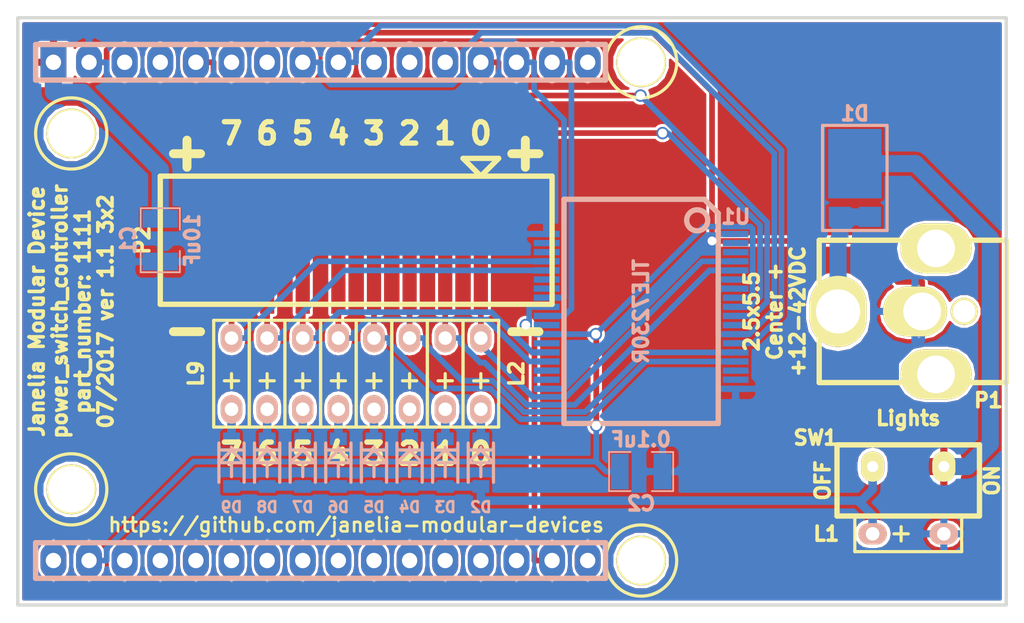
<source format=kicad_pcb>
(kicad_pcb (version 20170123) (host pcbnew no-vcs-found-0633d90~59~ubuntu16.04.1)

  (general
    (thickness 1.6)
    (drawings 28)
    (tracks 233)
    (zones 0)
    (modules 25)
    (nets 29)
  )

  (page A4)
  (title_block
    (title power_switch_controller_3x2)
    (rev 1.1)
  )

  (layers
    (0 F.Cu signal)
    (31 B.Cu signal)
    (32 B.Adhes user)
    (33 F.Adhes user)
    (34 B.Paste user)
    (35 F.Paste user)
    (36 B.SilkS user)
    (37 F.SilkS user)
    (38 B.Mask user)
    (39 F.Mask user)
    (40 Dwgs.User user hide)
    (41 Cmts.User user)
    (42 Eco1.User user)
    (43 Eco2.User user)
    (44 Edge.Cuts user)
    (45 Margin user)
    (46 B.CrtYd user)
    (47 F.CrtYd user)
    (48 B.Fab user)
    (49 F.Fab user hide)
  )

  (setup
    (last_trace_width 0.254)
    (trace_clearance 0.0254)
    (zone_clearance 0.2032)
    (zone_45_only no)
    (trace_min 0.254)
    (segment_width 0.2286)
    (edge_width 0.2286)
    (via_size 0.889)
    (via_drill 0.635)
    (via_min_size 0.889)
    (via_min_drill 0.508)
    (uvia_size 0.508)
    (uvia_drill 0.127)
    (uvias_allowed no)
    (uvia_min_size 0.508)
    (uvia_min_drill 0.127)
    (pcb_text_width 0.3)
    (pcb_text_size 1.5 1.5)
    (mod_edge_width 0.381)
    (mod_text_size 1 1)
    (mod_text_width 0.15)
    (pad_size 1.016 4.4958)
    (pad_drill 0)
    (pad_to_mask_clearance 0)
    (aux_axis_origin 0 0)
    (visible_elements FFFFF77F)
    (pcbplotparams
      (layerselection 0x000f0_ffffffff)
      (usegerberextensions true)
      (excludeedgelayer false)
      (linewidth 0.100000)
      (plotframeref false)
      (viasonmask false)
      (mode 1)
      (useauxorigin false)
      (hpglpennumber 1)
      (hpglpenspeed 20)
      (hpglpendiameter 15)
      (psnegative false)
      (psa4output false)
      (plotreference true)
      (plotvalue true)
      (plotinvisibletext false)
      (padsonsilk false)
      (subtractmaskfromsilk true)
      (outputformat 1)
      (mirror false)
      (drillshape 0)
      (scaleselection 1)
      (outputdirectory gerbers/))
  )

  (net 0 "")
  (net 1 VDD)
  (net 2 GND)
  (net 3 VEE)
  (net 4 VAA)
  (net 5 LED_PWR)
  (net 6 /channels_0-7/OUT_0)
  (net 7 /SCK)
  (net 8 /MISO)
  (net 9 /MOSI)
  (net 10 /CS)
  (net 11 /RESET)
  (net 12 /channels_0-7/OUT_1)
  (net 13 /channels_0-7/OUT_2)
  (net 14 /channels_0-7/OUT_3)
  (net 15 /channels_0-7/OUT_4)
  (net 16 /channels_0-7/OUT_5)
  (net 17 /channels_0-7/OUT_6)
  (net 18 /channels_0-7/OUT_7)
  (net 19 /MAP)
  (net 20 /IN)
  (net 21 /channels_0-7/LP_0)
  (net 22 /channels_0-7/LP_1)
  (net 23 /channels_0-7/LP_2)
  (net 24 /channels_0-7/LP_3)
  (net 25 /channels_0-7/LP_4)
  (net 26 /channels_0-7/LP_5)
  (net 27 /channels_0-7/LP_6)
  (net 28 /channels_0-7/LP_7)

  (net_class Default "This is the default net class."
    (clearance 0.0254)
    (trace_width 0.254)
    (via_dia 0.889)
    (via_drill 0.635)
    (uvia_dia 0.508)
    (uvia_drill 0.127)
    (diff_pair_gap 0.254)
    (diff_pair_width 0.254)
  )

  (net_class GND ""
    (clearance 0.1016)
    (trace_width 0.4064)
    (via_dia 0.889)
    (via_drill 0.635)
    (uvia_dia 0.508)
    (uvia_drill 0.127)
    (diff_pair_gap 0.254)
    (diff_pair_width 0.254)
    (add_net GND)
  )

  (net_class LEDPOWER ""
    (clearance 0.254)
    (trace_width 0.6096)
    (via_dia 0.889)
    (via_drill 0.635)
    (uvia_dia 0.508)
    (uvia_drill 0.127)
    (diff_pair_gap 0.254)
    (diff_pair_width 0.254)
    (add_net /channels_0-7/LP_0)
    (add_net /channels_0-7/LP_1)
    (add_net /channels_0-7/LP_2)
    (add_net /channels_0-7/LP_3)
    (add_net /channels_0-7/LP_4)
    (add_net /channels_0-7/LP_5)
    (add_net /channels_0-7/LP_6)
    (add_net /channels_0-7/LP_7)
    (add_net LED_PWR)
  )

  (net_class POWER ""
    (clearance 0.254)
    (trace_width 0.8128)
    (via_dia 0.889)
    (via_drill 0.635)
    (uvia_dia 0.508)
    (uvia_drill 0.127)
    (diff_pair_gap 0.254)
    (diff_pair_width 0.254)
  )

  (net_class SIGNAL ""
    (clearance 0.1016)
    (trace_width 0.4064)
    (via_dia 0.889)
    (via_drill 0.635)
    (uvia_dia 0.508)
    (uvia_drill 0.127)
    (diff_pair_gap 0.254)
    (diff_pair_width 0.254)
    (add_net /CS)
    (add_net /IN)
    (add_net /MAP)
    (add_net /MISO)
    (add_net /MOSI)
    (add_net /RESET)
    (add_net /SCK)
    (add_net /channels_0-7/OUT_0)
    (add_net /channels_0-7/OUT_1)
    (add_net /channels_0-7/OUT_2)
    (add_net /channels_0-7/OUT_3)
    (add_net /channels_0-7/OUT_4)
    (add_net /channels_0-7/OUT_5)
    (add_net /channels_0-7/OUT_6)
    (add_net /channels_0-7/OUT_7)
    (add_net VEE)
  )

  (net_class SUPERPOWER ""
    (clearance 0.254)
    (trace_width 1.2192)
    (via_dia 0.889)
    (via_drill 0.635)
    (uvia_dia 0.508)
    (uvia_drill 0.127)
    (diff_pair_gap 0.254)
    (diff_pair_width 0.254)
    (add_net VAA)
    (add_net VDD)
  )

  (module power_switch_controller_3x2:SOD-123 (layer B.Cu) (tedit 59690C91) (tstamp 59695589)
    (at 118.745 99.695 270)
    (descr "Microsemi LSM115J")
    (tags "DO-214BA diode")
    (path /593823E2/5969279D)
    (attr smd)
    (fp_text reference D2 (at 3.175 0 180) (layer B.SilkS)
      (effects (font (size 0.762 0.762) (thickness 0.1905)) (justify mirror))
    )
    (fp_text value diode_low_rev_current (at 0 -1.6 270) (layer B.SilkS) hide
      (effects (font (size 0.762 0.762) (thickness 0.1905)) (justify mirror))
    )
    (fp_line (start 0 0) (end 1 0) (layer B.SilkS) (width 0.2286))
    (fp_line (start -0.9 0) (end 0 0.9) (layer B.SilkS) (width 0.2286))
    (fp_line (start 0 0.9) (end 0 -0.9) (layer B.SilkS) (width 0.2286))
    (fp_line (start 0 -0.9) (end -0.9 0) (layer B.SilkS) (width 0.2286))
    (fp_line (start -0.9 0.9) (end -0.9 -0.9) (layer B.SilkS) (width 0.2286))
    (fp_line (start -1.1 0) (end -0.9 0) (layer B.SilkS) (width 0.2286))
    (fp_line (start -1.4 0.9) (end 1.4 0.9) (layer B.SilkS) (width 0.2286))
    (fp_line (start -1.4 -0.9) (end 1.4 -0.9) (layer B.SilkS) (width 0.2286))
    (pad 1 smd rect (at -1.7 0 270) (size 0.9 1.2) (layers B.Cu B.Paste B.Mask)
      (net 21 /channels_0-7/LP_0) (solder_mask_margin 0.1016) (clearance 0.1016))
    (pad 2 smd rect (at 1.7 0 270) (size 0.9 1.2) (layers B.Cu B.Paste B.Mask)
      (net 5 LED_PWR) (solder_mask_margin 0.1016) (clearance 0.1016))
  )

  (module power_switch_controller_3x2:SOD-123 (layer B.Cu) (tedit 59690CAD) (tstamp 59695597)
    (at 116.205 99.695 270)
    (descr "Microsemi LSM115J")
    (tags "DO-214BA diode")
    (path /593823E2/59692B98)
    (attr smd)
    (fp_text reference D3 (at 3.175 0 180) (layer B.SilkS)
      (effects (font (size 0.762 0.762) (thickness 0.1905)) (justify mirror))
    )
    (fp_text value diode_low_rev_current (at 0 -1.6 270) (layer B.SilkS) hide
      (effects (font (size 0.762 0.762) (thickness 0.1905)) (justify mirror))
    )
    (fp_line (start 0 0) (end 1 0) (layer B.SilkS) (width 0.2286))
    (fp_line (start -0.9 0) (end 0 0.9) (layer B.SilkS) (width 0.2286))
    (fp_line (start 0 0.9) (end 0 -0.9) (layer B.SilkS) (width 0.2286))
    (fp_line (start 0 -0.9) (end -0.9 0) (layer B.SilkS) (width 0.2286))
    (fp_line (start -0.9 0.9) (end -0.9 -0.9) (layer B.SilkS) (width 0.2286))
    (fp_line (start -1.1 0) (end -0.9 0) (layer B.SilkS) (width 0.2286))
    (fp_line (start -1.4 0.9) (end 1.4 0.9) (layer B.SilkS) (width 0.2286))
    (fp_line (start -1.4 -0.9) (end 1.4 -0.9) (layer B.SilkS) (width 0.2286))
    (pad 1 smd rect (at -1.7 0 270) (size 0.9 1.2) (layers B.Cu B.Paste B.Mask)
      (net 22 /channels_0-7/LP_1) (solder_mask_margin 0.1016) (clearance 0.1016))
    (pad 2 smd rect (at 1.7 0 270) (size 0.9 1.2) (layers B.Cu B.Paste B.Mask)
      (net 5 LED_PWR) (solder_mask_margin 0.1016) (clearance 0.1016))
  )

  (module power_switch_controller_3x2:SOD-123 (layer B.Cu) (tedit 59690CD5) (tstamp 596955A5)
    (at 113.665 99.695 270)
    (descr "Microsemi LSM115J")
    (tags "DO-214BA diode")
    (path /593823E2/59692BEE)
    (attr smd)
    (fp_text reference D4 (at 3.175 0 180) (layer B.SilkS)
      (effects (font (size 0.762 0.762) (thickness 0.1905)) (justify mirror))
    )
    (fp_text value diode_low_rev_current (at 0 -1.6 270) (layer B.SilkS) hide
      (effects (font (size 0.762 0.762) (thickness 0.1905)) (justify mirror))
    )
    (fp_line (start 0 0) (end 1 0) (layer B.SilkS) (width 0.2286))
    (fp_line (start -0.9 0) (end 0 0.9) (layer B.SilkS) (width 0.2286))
    (fp_line (start 0 0.9) (end 0 -0.9) (layer B.SilkS) (width 0.2286))
    (fp_line (start 0 -0.9) (end -0.9 0) (layer B.SilkS) (width 0.2286))
    (fp_line (start -0.9 0.9) (end -0.9 -0.9) (layer B.SilkS) (width 0.2286))
    (fp_line (start -1.1 0) (end -0.9 0) (layer B.SilkS) (width 0.2286))
    (fp_line (start -1.4 0.9) (end 1.4 0.9) (layer B.SilkS) (width 0.2286))
    (fp_line (start -1.4 -0.9) (end 1.4 -0.9) (layer B.SilkS) (width 0.2286))
    (pad 1 smd rect (at -1.7 0 270) (size 0.9 1.2) (layers B.Cu B.Paste B.Mask)
      (net 23 /channels_0-7/LP_2) (solder_mask_margin 0.1016) (clearance 0.1016))
    (pad 2 smd rect (at 1.7 0 270) (size 0.9 1.2) (layers B.Cu B.Paste B.Mask)
      (net 5 LED_PWR) (solder_mask_margin 0.1016) (clearance 0.1016))
  )

  (module power_switch_controller_3x2:SOD-123 (layer B.Cu) (tedit 59690CE5) (tstamp 596955B3)
    (at 111.125 99.695 270)
    (descr "Microsemi LSM115J")
    (tags "DO-214BA diode")
    (path /593823E2/59692C7E)
    (attr smd)
    (fp_text reference D5 (at 3.175 0 180) (layer B.SilkS)
      (effects (font (size 0.762 0.762) (thickness 0.1905)) (justify mirror))
    )
    (fp_text value diode_low_rev_current (at 0 -1.6 270) (layer B.SilkS) hide
      (effects (font (size 0.762 0.762) (thickness 0.1905)) (justify mirror))
    )
    (fp_line (start 0 0) (end 1 0) (layer B.SilkS) (width 0.2286))
    (fp_line (start -0.9 0) (end 0 0.9) (layer B.SilkS) (width 0.2286))
    (fp_line (start 0 0.9) (end 0 -0.9) (layer B.SilkS) (width 0.2286))
    (fp_line (start 0 -0.9) (end -0.9 0) (layer B.SilkS) (width 0.2286))
    (fp_line (start -0.9 0.9) (end -0.9 -0.9) (layer B.SilkS) (width 0.2286))
    (fp_line (start -1.1 0) (end -0.9 0) (layer B.SilkS) (width 0.2286))
    (fp_line (start -1.4 0.9) (end 1.4 0.9) (layer B.SilkS) (width 0.2286))
    (fp_line (start -1.4 -0.9) (end 1.4 -0.9) (layer B.SilkS) (width 0.2286))
    (pad 1 smd rect (at -1.7 0 270) (size 0.9 1.2) (layers B.Cu B.Paste B.Mask)
      (net 24 /channels_0-7/LP_3) (solder_mask_margin 0.1016) (clearance 0.1016))
    (pad 2 smd rect (at 1.7 0 270) (size 0.9 1.2) (layers B.Cu B.Paste B.Mask)
      (net 5 LED_PWR) (solder_mask_margin 0.1016) (clearance 0.1016))
  )

  (module power_switch_controller_3x2:SOD-123 (layer B.Cu) (tedit 59690D1D) (tstamp 596955C1)
    (at 108.585 99.695 270)
    (descr "Microsemi LSM115J")
    (tags "DO-214BA diode")
    (path /593823E2/59692E52)
    (attr smd)
    (fp_text reference D6 (at 3.175 0 180) (layer B.SilkS)
      (effects (font (size 0.762 0.762) (thickness 0.1905)) (justify mirror))
    )
    (fp_text value diode_low_rev_current (at 0 -1.6 270) (layer B.SilkS) hide
      (effects (font (size 0.762 0.762) (thickness 0.1905)) (justify mirror))
    )
    (fp_line (start 0 0) (end 1 0) (layer B.SilkS) (width 0.2286))
    (fp_line (start -0.9 0) (end 0 0.9) (layer B.SilkS) (width 0.2286))
    (fp_line (start 0 0.9) (end 0 -0.9) (layer B.SilkS) (width 0.2286))
    (fp_line (start 0 -0.9) (end -0.9 0) (layer B.SilkS) (width 0.2286))
    (fp_line (start -0.9 0.9) (end -0.9 -0.9) (layer B.SilkS) (width 0.2286))
    (fp_line (start -1.1 0) (end -0.9 0) (layer B.SilkS) (width 0.2286))
    (fp_line (start -1.4 0.9) (end 1.4 0.9) (layer B.SilkS) (width 0.2286))
    (fp_line (start -1.4 -0.9) (end 1.4 -0.9) (layer B.SilkS) (width 0.2286))
    (pad 1 smd rect (at -1.7 0 270) (size 0.9 1.2) (layers B.Cu B.Paste B.Mask)
      (net 25 /channels_0-7/LP_4) (solder_mask_margin 0.1016) (clearance 0.1016))
    (pad 2 smd rect (at 1.7 0 270) (size 0.9 1.2) (layers B.Cu B.Paste B.Mask)
      (net 5 LED_PWR) (solder_mask_margin 0.1016) (clearance 0.1016))
  )

  (module power_switch_controller_3x2:SOD-123 (layer B.Cu) (tedit 59690D2A) (tstamp 596955CF)
    (at 106.045 99.695 270)
    (descr "Microsemi LSM115J")
    (tags "DO-214BA diode")
    (path /593823E2/59692E5B)
    (attr smd)
    (fp_text reference D7 (at 3.175 0 180) (layer B.SilkS)
      (effects (font (size 0.762 0.762) (thickness 0.1905)) (justify mirror))
    )
    (fp_text value diode_low_rev_current (at 0 -1.6 270) (layer B.SilkS) hide
      (effects (font (size 0.762 0.762) (thickness 0.1905)) (justify mirror))
    )
    (fp_line (start 0 0) (end 1 0) (layer B.SilkS) (width 0.2286))
    (fp_line (start -0.9 0) (end 0 0.9) (layer B.SilkS) (width 0.2286))
    (fp_line (start 0 0.9) (end 0 -0.9) (layer B.SilkS) (width 0.2286))
    (fp_line (start 0 -0.9) (end -0.9 0) (layer B.SilkS) (width 0.2286))
    (fp_line (start -0.9 0.9) (end -0.9 -0.9) (layer B.SilkS) (width 0.2286))
    (fp_line (start -1.1 0) (end -0.9 0) (layer B.SilkS) (width 0.2286))
    (fp_line (start -1.4 0.9) (end 1.4 0.9) (layer B.SilkS) (width 0.2286))
    (fp_line (start -1.4 -0.9) (end 1.4 -0.9) (layer B.SilkS) (width 0.2286))
    (pad 1 smd rect (at -1.7 0 270) (size 0.9 1.2) (layers B.Cu B.Paste B.Mask)
      (net 26 /channels_0-7/LP_5) (solder_mask_margin 0.1016) (clearance 0.1016))
    (pad 2 smd rect (at 1.7 0 270) (size 0.9 1.2) (layers B.Cu B.Paste B.Mask)
      (net 5 LED_PWR) (solder_mask_margin 0.1016) (clearance 0.1016))
  )

  (module power_switch_controller_3x2:SOD-123 (layer B.Cu) (tedit 59690D39) (tstamp 596955DD)
    (at 103.505 99.695 270)
    (descr "Microsemi LSM115J")
    (tags "DO-214BA diode")
    (path /593823E2/59692E64)
    (attr smd)
    (fp_text reference D8 (at 3.175 0 180) (layer B.SilkS)
      (effects (font (size 0.762 0.762) (thickness 0.1905)) (justify mirror))
    )
    (fp_text value diode_low_rev_current (at 0 -1.6 270) (layer B.SilkS) hide
      (effects (font (size 0.762 0.762) (thickness 0.1905)) (justify mirror))
    )
    (fp_line (start 0 0) (end 1 0) (layer B.SilkS) (width 0.2286))
    (fp_line (start -0.9 0) (end 0 0.9) (layer B.SilkS) (width 0.2286))
    (fp_line (start 0 0.9) (end 0 -0.9) (layer B.SilkS) (width 0.2286))
    (fp_line (start 0 -0.9) (end -0.9 0) (layer B.SilkS) (width 0.2286))
    (fp_line (start -0.9 0.9) (end -0.9 -0.9) (layer B.SilkS) (width 0.2286))
    (fp_line (start -1.1 0) (end -0.9 0) (layer B.SilkS) (width 0.2286))
    (fp_line (start -1.4 0.9) (end 1.4 0.9) (layer B.SilkS) (width 0.2286))
    (fp_line (start -1.4 -0.9) (end 1.4 -0.9) (layer B.SilkS) (width 0.2286))
    (pad 1 smd rect (at -1.7 0 270) (size 0.9 1.2) (layers B.Cu B.Paste B.Mask)
      (net 27 /channels_0-7/LP_6) (solder_mask_margin 0.1016) (clearance 0.1016))
    (pad 2 smd rect (at 1.7 0 270) (size 0.9 1.2) (layers B.Cu B.Paste B.Mask)
      (net 5 LED_PWR) (solder_mask_margin 0.1016) (clearance 0.1016))
  )

  (module power_switch_controller_3x2:SOD-123 (layer B.Cu) (tedit 59690D46) (tstamp 596955EB)
    (at 100.965 99.695 270)
    (descr "Microsemi LSM115J")
    (tags "DO-214BA diode")
    (path /593823E2/59692E6D)
    (attr smd)
    (fp_text reference D9 (at 3.175 0 180) (layer B.SilkS)
      (effects (font (size 0.762 0.762) (thickness 0.1905)) (justify mirror))
    )
    (fp_text value diode_low_rev_current (at 0 -1.6 270) (layer B.SilkS) hide
      (effects (font (size 0.762 0.762) (thickness 0.1905)) (justify mirror))
    )
    (fp_line (start 0 0) (end 1 0) (layer B.SilkS) (width 0.2286))
    (fp_line (start -0.9 0) (end 0 0.9) (layer B.SilkS) (width 0.2286))
    (fp_line (start 0 0.9) (end 0 -0.9) (layer B.SilkS) (width 0.2286))
    (fp_line (start 0 -0.9) (end -0.9 0) (layer B.SilkS) (width 0.2286))
    (fp_line (start -0.9 0.9) (end -0.9 -0.9) (layer B.SilkS) (width 0.2286))
    (fp_line (start -1.1 0) (end -0.9 0) (layer B.SilkS) (width 0.2286))
    (fp_line (start -1.4 0.9) (end 1.4 0.9) (layer B.SilkS) (width 0.2286))
    (fp_line (start -1.4 -0.9) (end 1.4 -0.9) (layer B.SilkS) (width 0.2286))
    (pad 1 smd rect (at -1.7 0 270) (size 0.9 1.2) (layers B.Cu B.Paste B.Mask)
      (net 28 /channels_0-7/LP_7) (solder_mask_margin 0.1016) (clearance 0.1016))
    (pad 2 smd rect (at 1.7 0 270) (size 0.9 1.2) (layers B.Cu B.Paste B.Mask)
      (net 5 LED_PWR) (solder_mask_margin 0.1016) (clearance 0.1016))
  )

  (module power_switch_controller_3x2:MODULAR_DEVICE_BASE_3X2_MALE (layer F.Cu) (tedit 59284650) (tstamp 589B69A7)
    (at 107.315 88.9)
    (path /589B6745)
    (fp_text reference MDB1 (at 0 0) (layer F.SilkS) hide
      (effects (font (size 1.016 1.016) (thickness 0.254)))
    )
    (fp_text value MODULAR_DEVICE_BASE_3X2_MALE (at 0 2.54) (layer F.SilkS) hide
      (effects (font (thickness 0.3048)))
    )
    (fp_line (start 48.895 -20.955) (end -21.59 -20.955) (layer F.Fab) (width 0.2286))
    (fp_line (start 48.895 20.955) (end 48.895 -20.955) (layer F.Fab) (width 0.2286))
    (fp_line (start -21.59 20.955) (end 48.895 20.955) (layer F.Fab) (width 0.2286))
    (fp_line (start -21.59 -20.955) (end -21.59 20.955) (layer F.Fab) (width 0.2286))
    (fp_line (start 20.32 -19.05) (end -20.32 -19.05) (layer B.SilkS) (width 0.381))
    (fp_line (start 20.32 -16.51) (end 20.32 -19.05) (layer B.SilkS) (width 0.381))
    (fp_line (start -20.32 -16.51) (end 20.32 -16.51) (layer B.SilkS) (width 0.381))
    (fp_line (start -20.32 -19.05) (end -20.32 -16.51) (layer B.SilkS) (width 0.381))
    (fp_line (start 20.32 16.51) (end -20.32 16.51) (layer B.SilkS) (width 0.381))
    (fp_line (start 20.32 19.05) (end 20.32 16.51) (layer B.SilkS) (width 0.381))
    (fp_line (start -20.32 19.05) (end 20.32 19.05) (layer B.SilkS) (width 0.381))
    (fp_line (start -20.32 16.51) (end -20.32 19.05) (layer B.SilkS) (width 0.381))
    (fp_circle (center 22.86 -17.78) (end 25.4 -17.78) (layer F.SilkS) (width 0.2286))
    (fp_circle (center 22.86 17.78) (end 25.4 17.78) (layer F.SilkS) (width 0.2286))
    (fp_circle (center -17.78 12.7) (end -15.24 12.7) (layer F.SilkS) (width 0.2286))
    (fp_circle (center -17.78 -12.7) (end -15.24 -12.7) (layer F.SilkS) (width 0.2286))
    (pad "" thru_hole circle (at 22.86 -17.78) (size 3.556 3.556) (drill 3.302) (layers *.Cu *.Mask F.SilkS))
    (pad "" thru_hole circle (at 22.86 17.78) (size 3.556 3.556) (drill 3.302) (layers *.Cu *.Mask F.SilkS))
    (pad "" thru_hole circle (at -17.78 12.7) (size 3.556 3.556) (drill 3.302) (layers *.Cu *.Mask F.SilkS))
    (pad "" thru_hole circle (at -17.78 -12.7) (size 3.556 3.556) (drill 3.302) (layers *.Cu *.Mask F.SilkS))
    (pad AREF thru_hole oval (at -19.05 17.78) (size 1.8542 2.54) (drill 1.0922) (layers *.Cu *.Mask))
    (pad VEE thru_hole oval (at -16.51 17.78) (size 1.8542 2.54) (drill 1.0922) (layers *.Cu *.Mask)
      (net 3 VEE))
    (pad AGND thru_hole oval (at -13.97 17.78) (size 1.8542 2.54) (drill 1.0922) (layers *.Cu *.Mask))
    (pad 3V3 thru_hole oval (at -11.43 17.78) (size 1.8542 2.54) (drill 1.0922) (layers *.Cu *.Mask))
    (pad 23 thru_hole oval (at -8.89 17.78) (size 1.8542 2.54) (drill 1.0922) (layers *.Cu *.Mask))
    (pad 22 thru_hole oval (at -6.35 17.78) (size 1.8542 2.54) (drill 1.0922) (layers *.Cu *.Mask))
    (pad 21 thru_hole oval (at -3.81 17.78) (size 1.8542 2.54) (drill 1.0922) (layers *.Cu *.Mask))
    (pad 20 thru_hole oval (at -1.27 17.78) (size 1.8542 2.54) (drill 1.0922) (layers *.Cu *.Mask))
    (pad 19 thru_hole oval (at 1.27 17.78) (size 1.8542 2.54) (drill 1.0922) (layers *.Cu *.Mask))
    (pad 18 thru_hole oval (at 3.81 17.78) (size 1.8542 2.54) (drill 1.0922) (layers *.Cu *.Mask))
    (pad 17 thru_hole oval (at 6.35 17.78) (size 1.8542 2.54) (drill 1.0922) (layers *.Cu *.Mask))
    (pad 16 thru_hole oval (at 8.89 17.78) (size 1.8542 2.54) (drill 1.0922) (layers *.Cu *.Mask))
    (pad 15 thru_hole oval (at 11.43 17.78) (size 1.8542 2.54) (drill 1.0922) (layers *.Cu *.Mask))
    (pad 14 thru_hole oval (at 13.97 17.78) (size 1.8542 2.54) (drill 1.0922) (layers *.Cu *.Mask))
    (pad 13 thru_hole oval (at 16.51 17.78) (size 1.8542 2.54) (drill 1.0922) (layers *.Cu *.Mask)
      (net 7 /SCK))
    (pad DAC thru_hole oval (at 19.05 17.78) (size 1.8542 2.54) (drill 1.0922) (layers *.Cu *.Mask))
    (pad 28 thru_hole oval (at 19.05 -17.78) (size 1.8542 2.54) (drill 1.0922) (layers *.Cu *.Mask))
    (pad 12 thru_hole oval (at 16.51 -17.78) (size 1.8542 2.54) (drill 1.0922) (layers *.Cu *.Mask)
      (net 8 /MISO))
    (pad 11 thru_hole oval (at 13.97 -17.78) (size 1.8542 2.54) (drill 1.0922) (layers *.Cu *.Mask)
      (net 9 /MOSI))
    (pad 10 thru_hole oval (at 11.43 -17.78) (size 1.8542 2.54) (drill 1.0922) (layers *.Cu *.Mask)
      (net 10 /CS))
    (pad 9 thru_hole oval (at 8.89 -17.78) (size 1.8542 2.54) (drill 1.0922) (layers *.Cu *.Mask))
    (pad 29 thru_hole oval (at 6.35 -17.78) (size 1.8542 2.54) (drill 1.0922) (layers *.Cu *.Mask))
    (pad 30 thru_hole oval (at 3.81 -17.78) (size 1.8542 2.54) (drill 1.0922) (layers *.Cu *.Mask))
    (pad 6 thru_hole oval (at 1.27 -17.78) (size 1.8542 2.54) (drill 1.0922) (layers *.Cu *.Mask)
      (net 19 /MAP))
    (pad 5 thru_hole oval (at -1.27 -17.78) (size 1.8542 2.54) (drill 1.0922) (layers *.Cu *.Mask)
      (net 20 /IN))
    (pad 4 thru_hole oval (at -3.81 -17.78) (size 1.8542 2.54) (drill 1.0922) (layers *.Cu *.Mask))
    (pad 3 thru_hole oval (at -6.35 -17.78) (size 1.8542 2.54) (drill 1.0922) (layers *.Cu *.Mask))
    (pad 2 thru_hole oval (at -8.89 -17.78) (size 1.8542 2.54) (drill 1.0922) (layers *.Cu *.Mask)
      (net 11 /RESET))
    (pad 25 thru_hole oval (at -11.43 -17.78) (size 1.8542 2.54) (drill 1.0922) (layers *.Cu *.Mask))
    (pad VDD thru_hole rect (at -19.05 -17.78) (size 1.8542 2.54) (drill 1.0922) (layers *.Cu *.Mask)
      (net 1 VDD))
    (pad 24 thru_hole oval (at -13.97 -17.78) (size 1.8542 2.54) (drill 1.0922) (layers *.Cu *.Mask))
    (pad GND thru_hole oval (at -16.51 -17.78) (size 1.8542 2.54) (drill 1.0922) (layers *.Cu *.Mask)
      (net 2 GND))
  )

  (module power_switch_controller_3x2:SM1210 (layer B.Cu) (tedit 5481F170) (tstamp 59385ED1)
    (at 95.885 83.82 270)
    (tags "CMS SM")
    (path /59381C37)
    (attr smd)
    (fp_text reference C1 (at 0 2.286 270) (layer B.SilkS)
      (effects (font (size 1.016 1.016) (thickness 0.254)) (justify mirror))
    )
    (fp_text value 10uF (at 0 -2.286 270) (layer B.SilkS)
      (effects (font (size 1.016 1.016) (thickness 0.254)) (justify mirror))
    )
    (fp_line (start -0.762 1.397) (end -2.286 1.397) (layer B.SilkS) (width 0.127))
    (fp_line (start -2.286 1.397) (end -2.286 -1.397) (layer B.SilkS) (width 0.127))
    (fp_line (start -2.286 -1.397) (end -0.762 -1.397) (layer B.SilkS) (width 0.127))
    (fp_line (start 0.762 -1.397) (end 2.286 -1.397) (layer B.SilkS) (width 0.127))
    (fp_line (start 2.286 -1.397) (end 2.286 1.397) (layer B.SilkS) (width 0.127))
    (fp_line (start 2.286 1.397) (end 0.762 1.397) (layer B.SilkS) (width 0.127))
    (pad 1 smd rect (at -1.524 0 270) (size 1.27 2.54) (layers B.Cu B.Paste B.Mask)
      (net 1 VDD))
    (pad 2 smd rect (at 1.524 0 270) (size 1.27 2.54) (layers B.Cu B.Paste B.Mask)
      (net 2 GND))
    (model smd/chip_cms.wrl
      (at (xyz 0 0 0))
      (scale (xyz 0.17 0.2 0.17))
      (rotate (xyz 0 0 0))
    )
  )

  (module power_switch_controller_3x2:SM1210 (layer B.Cu) (tedit 5481F170) (tstamp 59385EDD)
    (at 130.175 100.33)
    (tags "CMS SM")
    (path /593823E2/59382B78)
    (attr smd)
    (fp_text reference C2 (at 0 2.286) (layer B.SilkS)
      (effects (font (size 1.016 1.016) (thickness 0.254)) (justify mirror))
    )
    (fp_text value 0.1uF (at 0 -2.286) (layer B.SilkS)
      (effects (font (size 1.016 1.016) (thickness 0.254)) (justify mirror))
    )
    (fp_line (start 2.286 1.397) (end 0.762 1.397) (layer B.SilkS) (width 0.127))
    (fp_line (start 2.286 -1.397) (end 2.286 1.397) (layer B.SilkS) (width 0.127))
    (fp_line (start 0.762 -1.397) (end 2.286 -1.397) (layer B.SilkS) (width 0.127))
    (fp_line (start -2.286 -1.397) (end -0.762 -1.397) (layer B.SilkS) (width 0.127))
    (fp_line (start -2.286 1.397) (end -2.286 -1.397) (layer B.SilkS) (width 0.127))
    (fp_line (start -0.762 1.397) (end -2.286 1.397) (layer B.SilkS) (width 0.127))
    (pad 2 smd rect (at 1.524 0) (size 1.27 2.54) (layers B.Cu B.Paste B.Mask)
      (net 2 GND))
    (pad 1 smd rect (at -1.524 0) (size 1.27 2.54) (layers B.Cu B.Paste B.Mask)
      (net 3 VEE))
    (model smd/chip_cms.wrl
      (at (xyz 0 0 0))
      (scale (xyz 0.17 0.2 0.17))
      (rotate (xyz 0 0 0))
    )
  )

  (module power_switch_controller_3x2:CFP15 (layer B.Cu) (tedit 593850D8) (tstamp 59385EE8)
    (at 145.415 79.375)
    (path /59381AF6)
    (fp_text reference D1 (at 0 -4.6) (layer B.SilkS)
      (effects (font (size 1.016 1.016) (thickness 0.254)) (justify mirror))
    )
    (fp_text value diode_schottky_45V_10A (at 0 4.5) (layer B.SilkS) hide
      (effects (font (size 1.016 1.016) (thickness 0.254)) (justify mirror))
    )
    (fp_line (start -2.3 3.75) (end 2.3 3.75) (layer B.SilkS) (width 0.2286))
    (fp_line (start 2.3 3.75) (end 2.3 -3.75) (layer B.SilkS) (width 0.2286))
    (fp_line (start 2.3 -3.75) (end -2.3 -3.75) (layer B.SilkS) (width 0.2286))
    (fp_line (start -2.3 -3.75) (end -2.3 3.75) (layer B.SilkS) (width 0.2286))
    (pad 1 smd rect (at 0 -1.02) (size 3.8 4.96) (layers B.Cu B.Paste B.Mask)
      (net 1 VDD) (solder_mask_margin 0.1) (clearance 0.1))
    (pad 2 smd rect (at -1.065 2.78) (size 1.6 1.44) (layers B.Cu B.Paste B.Mask)
      (net 4 VAA) (solder_mask_margin 0.1) (clearance 0.1))
    (pad 2 smd rect (at 1.065 2.78) (size 1.6 1.44) (layers B.Cu B.Paste B.Mask)
      (net 4 VAA) (solder_mask_margin 0.1) (clearance 0.1))
  )

  (module power_switch_controller_3x2:LED_555-3XXX (layer F.Cu) (tedit 54AD9970) (tstamp 59385EF4)
    (at 149.225 104.775 90)
    (path /593820F1)
    (fp_text reference L1 (at 0 -5.842) (layer F.SilkS)
      (effects (font (size 1.016 1.016) (thickness 0.254)))
    )
    (fp_text value LED_24V (at 0 4.826 90) (layer F.SilkS) hide
      (effects (font (size 1.016 1.016) (thickness 0.254)))
    )
    (fp_line (start -0.508 -0.508) (end 0.508 -0.508) (layer F.SilkS) (width 0.2286))
    (fp_line (start 0 0) (end 0 -1.016) (layer F.SilkS) (width 0.2286))
    (fp_line (start -1.27 -3.81) (end 1.27 -3.81) (layer F.SilkS) (width 0.2286))
    (fp_line (start 1.27 -3.81) (end 1.27 3.81) (layer F.SilkS) (width 0.2286))
    (fp_line (start 1.27 3.81) (end -1.27 3.81) (layer F.SilkS) (width 0.2286))
    (fp_line (start -1.27 3.81) (end -1.27 -3.81) (layer F.SilkS) (width 0.2286))
    (pad 1 thru_hole oval (at 0 -2.54 90) (size 1.524 2.032) (drill 0.9652) (layers *.Cu *.SilkS *.Mask)
      (net 5 LED_PWR))
    (pad 2 thru_hole oval (at 0 2.54 90) (size 1.524 2.032) (drill 0.9652) (layers *.Cu *.SilkS *.Mask)
      (net 2 GND))
  )

  (module power_switch_controller_3x2:LED_555-3XXX (layer F.Cu) (tedit 5938538C) (tstamp 59385F00)
    (at 118.745 93.345 180)
    (path /593823E2/59384E66)
    (fp_text reference L2 (at -2.54 0 90) (layer F.SilkS)
      (effects (font (size 1.016 1.016) (thickness 0.254)))
    )
    (fp_text value LED_24V (at 0 4.826 180) (layer F.SilkS) hide
      (effects (font (size 1.016 1.016) (thickness 0.254)))
    )
    (fp_line (start -1.27 3.81) (end -1.27 -3.81) (layer F.SilkS) (width 0.2286))
    (fp_line (start 1.27 3.81) (end -1.27 3.81) (layer F.SilkS) (width 0.2286))
    (fp_line (start 1.27 -3.81) (end 1.27 3.81) (layer F.SilkS) (width 0.2286))
    (fp_line (start -1.27 -3.81) (end 1.27 -3.81) (layer F.SilkS) (width 0.2286))
    (fp_line (start 0 0) (end 0 -1.016) (layer F.SilkS) (width 0.2286))
    (fp_line (start -0.508 -0.508) (end 0.508 -0.508) (layer F.SilkS) (width 0.2286))
    (pad 2 thru_hole oval (at 0 2.54 180) (size 1.524 2.032) (drill 0.9652) (layers *.Cu *.SilkS *.Mask)
      (net 6 /channels_0-7/OUT_0))
    (pad 1 thru_hole oval (at 0 -2.54 180) (size 1.524 2.032) (drill 0.9652) (layers *.Cu *.SilkS *.Mask)
      (net 21 /channels_0-7/LP_0))
  )

  (module power_switch_controller_3x2:LED_555-3XXX (layer F.Cu) (tedit 59385392) (tstamp 59385F0C)
    (at 116.205 93.345 180)
    (path /593823E2/59385360)
    (fp_text reference L3 (at 0 -5.842 270) (layer F.SilkS) hide
      (effects (font (size 1.016 1.016) (thickness 0.254)))
    )
    (fp_text value LED_24V (at 0 4.826 180) (layer F.SilkS) hide
      (effects (font (size 1.016 1.016) (thickness 0.254)))
    )
    (fp_line (start -0.508 -0.508) (end 0.508 -0.508) (layer F.SilkS) (width 0.2286))
    (fp_line (start 0 0) (end 0 -1.016) (layer F.SilkS) (width 0.2286))
    (fp_line (start -1.27 -3.81) (end 1.27 -3.81) (layer F.SilkS) (width 0.2286))
    (fp_line (start 1.27 -3.81) (end 1.27 3.81) (layer F.SilkS) (width 0.2286))
    (fp_line (start 1.27 3.81) (end -1.27 3.81) (layer F.SilkS) (width 0.2286))
    (fp_line (start -1.27 3.81) (end -1.27 -3.81) (layer F.SilkS) (width 0.2286))
    (pad 1 thru_hole oval (at 0 -2.54 180) (size 1.524 2.032) (drill 0.9652) (layers *.Cu *.SilkS *.Mask)
      (net 22 /channels_0-7/LP_1))
    (pad 2 thru_hole oval (at 0 2.54 180) (size 1.524 2.032) (drill 0.9652) (layers *.Cu *.SilkS *.Mask)
      (net 12 /channels_0-7/OUT_1))
  )

  (module power_switch_controller_3x2:LED_555-3XXX (layer F.Cu) (tedit 59385396) (tstamp 59385F18)
    (at 113.665 93.345 180)
    (path /593823E2/5938545F)
    (fp_text reference L4 (at 0 -5.842 270) (layer F.SilkS) hide
      (effects (font (size 1.016 1.016) (thickness 0.254)))
    )
    (fp_text value LED_24V (at 0 4.826 180) (layer F.SilkS) hide
      (effects (font (size 1.016 1.016) (thickness 0.254)))
    )
    (fp_line (start -1.27 3.81) (end -1.27 -3.81) (layer F.SilkS) (width 0.2286))
    (fp_line (start 1.27 3.81) (end -1.27 3.81) (layer F.SilkS) (width 0.2286))
    (fp_line (start 1.27 -3.81) (end 1.27 3.81) (layer F.SilkS) (width 0.2286))
    (fp_line (start -1.27 -3.81) (end 1.27 -3.81) (layer F.SilkS) (width 0.2286))
    (fp_line (start 0 0) (end 0 -1.016) (layer F.SilkS) (width 0.2286))
    (fp_line (start -0.508 -0.508) (end 0.508 -0.508) (layer F.SilkS) (width 0.2286))
    (pad 2 thru_hole oval (at 0 2.54 180) (size 1.524 2.032) (drill 0.9652) (layers *.Cu *.SilkS *.Mask)
      (net 13 /channels_0-7/OUT_2))
    (pad 1 thru_hole oval (at 0 -2.54 180) (size 1.524 2.032) (drill 0.9652) (layers *.Cu *.SilkS *.Mask)
      (net 23 /channels_0-7/LP_2))
  )

  (module power_switch_controller_3x2:LED_555-3XXX (layer F.Cu) (tedit 5938539A) (tstamp 59385F24)
    (at 111.125 93.345 180)
    (path /593823E2/5938546A)
    (fp_text reference L5 (at 0 -5.842 270) (layer F.SilkS) hide
      (effects (font (size 1.016 1.016) (thickness 0.254)))
    )
    (fp_text value LED_24V (at 0 4.826 180) (layer F.SilkS) hide
      (effects (font (size 1.016 1.016) (thickness 0.254)))
    )
    (fp_line (start -0.508 -0.508) (end 0.508 -0.508) (layer F.SilkS) (width 0.2286))
    (fp_line (start 0 0) (end 0 -1.016) (layer F.SilkS) (width 0.2286))
    (fp_line (start -1.27 -3.81) (end 1.27 -3.81) (layer F.SilkS) (width 0.2286))
    (fp_line (start 1.27 -3.81) (end 1.27 3.81) (layer F.SilkS) (width 0.2286))
    (fp_line (start 1.27 3.81) (end -1.27 3.81) (layer F.SilkS) (width 0.2286))
    (fp_line (start -1.27 3.81) (end -1.27 -3.81) (layer F.SilkS) (width 0.2286))
    (pad 1 thru_hole oval (at 0 -2.54 180) (size 1.524 2.032) (drill 0.9652) (layers *.Cu *.SilkS *.Mask)
      (net 24 /channels_0-7/LP_3))
    (pad 2 thru_hole oval (at 0 2.54 180) (size 1.524 2.032) (drill 0.9652) (layers *.Cu *.SilkS *.Mask)
      (net 14 /channels_0-7/OUT_3))
  )

  (module power_switch_controller_3x2:LED_555-3XXX (layer F.Cu) (tedit 5938539E) (tstamp 59385F30)
    (at 108.585 93.345 180)
    (path /593823E2/593855CD)
    (fp_text reference L6 (at 0 -5.842 270) (layer F.SilkS) hide
      (effects (font (size 1.016 1.016) (thickness 0.254)))
    )
    (fp_text value LED_24V (at 0 4.826 180) (layer F.SilkS) hide
      (effects (font (size 1.016 1.016) (thickness 0.254)))
    )
    (fp_line (start -1.27 3.81) (end -1.27 -3.81) (layer F.SilkS) (width 0.2286))
    (fp_line (start 1.27 3.81) (end -1.27 3.81) (layer F.SilkS) (width 0.2286))
    (fp_line (start 1.27 -3.81) (end 1.27 3.81) (layer F.SilkS) (width 0.2286))
    (fp_line (start -1.27 -3.81) (end 1.27 -3.81) (layer F.SilkS) (width 0.2286))
    (fp_line (start 0 0) (end 0 -1.016) (layer F.SilkS) (width 0.2286))
    (fp_line (start -0.508 -0.508) (end 0.508 -0.508) (layer F.SilkS) (width 0.2286))
    (pad 2 thru_hole oval (at 0 2.54 180) (size 1.524 2.032) (drill 0.9652) (layers *.Cu *.SilkS *.Mask)
      (net 15 /channels_0-7/OUT_4))
    (pad 1 thru_hole oval (at 0 -2.54 180) (size 1.524 2.032) (drill 0.9652) (layers *.Cu *.SilkS *.Mask)
      (net 25 /channels_0-7/LP_4))
  )

  (module power_switch_controller_3x2:LED_555-3XXX (layer F.Cu) (tedit 593853A2) (tstamp 59385F3C)
    (at 106.045 93.345 180)
    (path /593823E2/593855D8)
    (fp_text reference L7 (at 0 -5.842 270) (layer F.SilkS) hide
      (effects (font (size 1.016 1.016) (thickness 0.254)))
    )
    (fp_text value LED_24V (at 0 4.826 180) (layer F.SilkS) hide
      (effects (font (size 1.016 1.016) (thickness 0.254)))
    )
    (fp_line (start -0.508 -0.508) (end 0.508 -0.508) (layer F.SilkS) (width 0.2286))
    (fp_line (start 0 0) (end 0 -1.016) (layer F.SilkS) (width 0.2286))
    (fp_line (start -1.27 -3.81) (end 1.27 -3.81) (layer F.SilkS) (width 0.2286))
    (fp_line (start 1.27 -3.81) (end 1.27 3.81) (layer F.SilkS) (width 0.2286))
    (fp_line (start 1.27 3.81) (end -1.27 3.81) (layer F.SilkS) (width 0.2286))
    (fp_line (start -1.27 3.81) (end -1.27 -3.81) (layer F.SilkS) (width 0.2286))
    (pad 1 thru_hole oval (at 0 -2.54 180) (size 1.524 2.032) (drill 0.9652) (layers *.Cu *.SilkS *.Mask)
      (net 26 /channels_0-7/LP_5))
    (pad 2 thru_hole oval (at 0 2.54 180) (size 1.524 2.032) (drill 0.9652) (layers *.Cu *.SilkS *.Mask)
      (net 16 /channels_0-7/OUT_5))
  )

  (module power_switch_controller_3x2:LED_555-3XXX (layer F.Cu) (tedit 593853A6) (tstamp 59385F48)
    (at 103.505 93.345 180)
    (path /593823E2/593855E3)
    (fp_text reference L8 (at 0 -5.842 270) (layer F.SilkS) hide
      (effects (font (size 1.016 1.016) (thickness 0.254)))
    )
    (fp_text value LED_24V (at 0 4.826 180) (layer F.SilkS) hide
      (effects (font (size 1.016 1.016) (thickness 0.254)))
    )
    (fp_line (start -1.27 3.81) (end -1.27 -3.81) (layer F.SilkS) (width 0.2286))
    (fp_line (start 1.27 3.81) (end -1.27 3.81) (layer F.SilkS) (width 0.2286))
    (fp_line (start 1.27 -3.81) (end 1.27 3.81) (layer F.SilkS) (width 0.2286))
    (fp_line (start -1.27 -3.81) (end 1.27 -3.81) (layer F.SilkS) (width 0.2286))
    (fp_line (start 0 0) (end 0 -1.016) (layer F.SilkS) (width 0.2286))
    (fp_line (start -0.508 -0.508) (end 0.508 -0.508) (layer F.SilkS) (width 0.2286))
    (pad 2 thru_hole oval (at 0 2.54 180) (size 1.524 2.032) (drill 0.9652) (layers *.Cu *.SilkS *.Mask)
      (net 17 /channels_0-7/OUT_6))
    (pad 1 thru_hole oval (at 0 -2.54 180) (size 1.524 2.032) (drill 0.9652) (layers *.Cu *.SilkS *.Mask)
      (net 27 /channels_0-7/LP_6))
  )

  (module power_switch_controller_3x2:LED_555-3XXX (layer F.Cu) (tedit 59385386) (tstamp 59385F54)
    (at 100.965 93.345 180)
    (path /593823E2/593855EE)
    (fp_text reference L9 (at 2.54 0 90) (layer F.SilkS)
      (effects (font (size 1.016 1.016) (thickness 0.254)))
    )
    (fp_text value LED_24V (at 0 4.826 180) (layer F.SilkS) hide
      (effects (font (size 1.016 1.016) (thickness 0.254)))
    )
    (fp_line (start -0.508 -0.508) (end 0.508 -0.508) (layer F.SilkS) (width 0.2286))
    (fp_line (start 0 0) (end 0 -1.016) (layer F.SilkS) (width 0.2286))
    (fp_line (start -1.27 -3.81) (end 1.27 -3.81) (layer F.SilkS) (width 0.2286))
    (fp_line (start 1.27 -3.81) (end 1.27 3.81) (layer F.SilkS) (width 0.2286))
    (fp_line (start 1.27 3.81) (end -1.27 3.81) (layer F.SilkS) (width 0.2286))
    (fp_line (start -1.27 3.81) (end -1.27 -3.81) (layer F.SilkS) (width 0.2286))
    (pad 1 thru_hole oval (at 0 -2.54 180) (size 1.524 2.032) (drill 0.9652) (layers *.Cu *.SilkS *.Mask)
      (net 28 /channels_0-7/LP_7))
    (pad 2 thru_hole oval (at 0 2.54 180) (size 1.524 2.032) (drill 0.9652) (layers *.Cu *.SilkS *.Mask)
      (net 18 /channels_0-7/OUT_7))
  )

  (module power_switch_controller_3x2:DCJACK_2PIN_HIGHCURRENT (layer F.Cu) (tedit 5488CB56) (tstamp 59385F61)
    (at 156.21 88.9 270)
    (path /5938152C)
    (fp_text reference P1 (at 6.35 1.27) (layer F.SilkS)
      (effects (font (size 1.016 1.016) (thickness 0.254)))
    )
    (fp_text value PWR_JACK_2.5x5.5 (at -6.35 10.795) (layer F.SilkS) hide
      (effects (font (size 1.016 1.016) (thickness 0.254)))
    )
    (fp_line (start -5.08 13.335) (end 5.08 13.335) (layer F.SilkS) (width 0.381))
    (fp_line (start 5.08 13.335) (end 5.08 0) (layer F.SilkS) (width 0.381))
    (fp_line (start -5.08 13.335) (end -5.08 0) (layer F.SilkS) (width 0.381))
    (fp_line (start -5.08 0) (end 5.08 0) (layer F.SilkS) (width 0.381))
    (pad "" thru_hole circle (at 0 2.9972 270) (size 1.9304 1.9304) (drill 1.6002) (layers *.Cu *.Mask F.SilkS))
    (pad 2 thru_hole oval (at 0 5.9944 270) (size 3.556 4.572) (drill 2.6924 (offset 0 0.508)) (layers *.Cu *.Mask F.SilkS)
      (net 2 GND))
    (pad 1 thru_hole oval (at 0 11.9888 270) (size 5.08 4.064) (drill 3.1496) (layers *.Cu *.Mask F.SilkS)
      (net 4 VAA))
    (pad "" thru_hole oval (at -4.4958 5.0038 270) (size 3.556 5.08) (drill 2.6924) (layers *.Cu *.Mask F.SilkS))
    (pad "" thru_hole oval (at 4.4958 5.0038 270) (size 3.556 5.08) (drill 2.6924) (layers *.Cu *.Mask F.SilkS))
  )

  (module power_switch_controller_3x2:HEADER_02x08_SMD (layer F.Cu) (tedit 5938501C) (tstamp 59385F7C)
    (at 109.855 83.82)
    (path /593823E2/593830BA)
    (fp_text reference P2 (at -15.24 0 90) (layer F.SilkS)
      (effects (font (size 1.016 1.016) (thickness 0.254)))
    )
    (fp_text value HEADER_02X08_SMD (at 0 6.35) (layer F.SilkS) hide
      (effects (font (size 1.016 1.016) (thickness 0.254)))
    )
    (fp_line (start 13.97 -4.572) (end -13.97 -4.572) (layer F.SilkS) (width 0.381))
    (fp_line (start -13.97 -4.572) (end -13.97 4.572) (layer F.SilkS) (width 0.381))
    (fp_line (start -13.97 4.572) (end 13.97 4.572) (layer F.SilkS) (width 0.381))
    (fp_line (start 13.97 -4.572) (end 13.97 4.572) (layer F.SilkS) (width 0.381))
    (fp_line (start 8.89 -4.572) (end 10.16 -5.842) (layer F.SilkS) (width 0.381))
    (fp_line (start 10.16 -5.842) (end 7.62 -5.842) (layer F.SilkS) (width 0.381))
    (fp_line (start 7.62 -5.842) (end 8.89 -4.572) (layer F.SilkS) (width 0.381))
    (pad 1 smd rect (at 8.89 -2.9972) (size 1.016 4.4958) (layers F.Cu F.Paste F.Mask)
      (net 1 VDD))
    (pad 2 smd rect (at 8.89 2.9972) (size 1.016 4.4958) (layers F.Cu F.Paste F.Mask)
      (net 6 /channels_0-7/OUT_0))
    (pad 3 smd rect (at 6.35 -2.9972) (size 1.016 4.4958) (layers F.Cu F.Paste F.Mask)
      (net 1 VDD))
    (pad 4 smd rect (at 6.35 2.9972) (size 1.016 4.4958) (layers F.Cu F.Paste F.Mask)
      (net 12 /channels_0-7/OUT_1))
    (pad 5 smd rect (at 3.81 -2.9972) (size 1.016 4.4958) (layers F.Cu F.Paste F.Mask)
      (net 1 VDD))
    (pad 6 smd rect (at 3.81 2.9972) (size 1.016 4.4958) (layers F.Cu F.Paste F.Mask)
      (net 13 /channels_0-7/OUT_2))
    (pad 7 smd rect (at 1.27 -2.9972) (size 1.016 4.4958) (layers F.Cu F.Paste F.Mask)
      (net 1 VDD))
    (pad 8 smd rect (at 1.27 2.9972) (size 1.016 4.4958) (layers F.Cu F.Paste F.Mask)
      (net 14 /channels_0-7/OUT_3))
    (pad 9 smd rect (at -1.27 -2.9972) (size 1.016 4.4958) (layers F.Cu F.Paste F.Mask)
      (net 1 VDD))
    (pad 10 smd rect (at -1.27 2.9972) (size 1.016 4.4958) (layers F.Cu F.Paste F.Mask)
      (net 15 /channels_0-7/OUT_4))
    (pad 11 smd rect (at -3.81 -2.9972) (size 1.016 4.4958) (layers F.Cu F.Paste F.Mask)
      (net 1 VDD))
    (pad 12 smd rect (at -3.81 2.9972) (size 1.016 4.4958) (layers F.Cu F.Paste F.Mask)
      (net 16 /channels_0-7/OUT_5))
    (pad 13 smd rect (at -6.35 -2.9972) (size 1.016 4.4958) (layers F.Cu F.Paste F.Mask)
      (net 1 VDD))
    (pad 14 smd rect (at -6.35 2.9972) (size 1.016 4.4958) (layers F.Cu F.Paste F.Mask)
      (net 17 /channels_0-7/OUT_6))
    (pad 15 smd rect (at -8.89 -2.9972) (size 1.016 4.4958) (layers F.Cu F.Paste F.Mask)
      (net 1 VDD))
    (pad 16 smd rect (at -8.89 2.9972) (size 1.016 4.4958) (layers F.Cu F.Paste F.Mask)
      (net 18 /channels_0-7/OUT_7))
  )

  (module power_switch_controller_3x2:SPST_SLIDE_AS (layer F.Cu) (tedit 56D0743B) (tstamp 59385F88)
    (at 149.225 100.965 270)
    (path /59381E78)
    (fp_text reference SW1 (at -3.048 6.604) (layer F.SilkS)
      (effects (font (size 1.016 1.016) (thickness 0.254)))
    )
    (fp_text value SPST_SLIDE_AS (at 3.81 0) (layer F.SilkS) hide
      (effects (font (size 1.016 1.016) (thickness 0.254)))
    )
    (fp_text user OFF (at 0 6.096 270) (layer F.SilkS)
      (effects (font (size 1.016 1.016) (thickness 0.254)))
    )
    (fp_text user ON (at 0 -5.969 270) (layer F.SilkS)
      (effects (font (size 1.016 1.016) (thickness 0.254)))
    )
    (fp_line (start -2.54 -5.08) (end 2.54 -5.08) (layer F.SilkS) (width 0.381))
    (fp_line (start 2.54 -5.08) (end 2.54 5.08) (layer F.SilkS) (width 0.381))
    (fp_line (start 2.54 5.08) (end -2.54 5.08) (layer F.SilkS) (width 0.381))
    (fp_line (start -2.54 5.08) (end -2.54 -5.08) (layer F.SilkS) (width 0.381))
    (pad 1 thru_hole oval (at -0.9906 -2.54 270) (size 2.159 1.651) (drill 0.7874) (layers *.Cu *.Mask F.SilkS)
      (net 1 VDD))
    (pad 3 thru_hole oval (at -0.9906 2.54 270) (size 2.159 1.651) (drill 0.7874) (layers *.Cu *.Mask F.SilkS)
      (net 5 LED_PWR))
  )

  (module power_switch_controller_3x2:PG-DSO-36 (layer B.Cu) (tedit 56D850C7) (tstamp 59385FB6)
    (at 130.175 88.9 270)
    (path /593823E2/5938296C)
    (fp_text reference U1 (at -6.75 -6.75 180) (layer B.SilkS)
      (effects (font (size 1.016 1.016) (thickness 0.254)) (justify mirror))
    )
    (fp_text value TLE7230R (at 0 0 90) (layer B.SilkS)
      (effects (font (size 1.016 1.016) (thickness 0.254)) (justify mirror))
    )
    (fp_circle (center -6.5 -4) (end -6.5 -3.25) (layer B.SilkS) (width 0.381))
    (fp_line (start -7 -5.5) (end 8 -5.5) (layer B.SilkS) (width 0.381))
    (fp_line (start 8 -5.5) (end 8 5.5) (layer B.SilkS) (width 0.381))
    (fp_line (start 8 5.5) (end -8 5.5) (layer B.SilkS) (width 0.381))
    (fp_line (start -8 5.5) (end -8 -4.5) (layer B.SilkS) (width 0.381))
    (fp_line (start -8 -4.5) (end -7 -5.5) (layer B.SilkS) (width 0.381))
    (pad 1 smd rect (at -5.525 -6.74 270) (size 0.45 1.83) (layers B.Cu B.Paste B.Mask)
      (net 2 GND) (solder_mask_margin 0.05) (clearance 0.05))
    (pad 2 smd rect (at -4.875 -6.74 270) (size 0.45 1.83) (layers B.Cu B.Paste B.Mask)
      (solder_mask_margin 0.05) (clearance 0.05))
    (pad 3 smd rect (at -4.225 -6.74 270) (size 0.45 1.83) (layers B.Cu B.Paste B.Mask)
      (solder_mask_margin 0.05) (clearance 0.05))
    (pad 4 smd rect (at -3.575 -6.74 270) (size 0.45 1.83) (layers B.Cu B.Paste B.Mask)
      (net 6 /channels_0-7/OUT_0) (solder_mask_margin 0.05) (clearance 0.05))
    (pad 5 smd rect (at -2.925 -6.74 270) (size 0.45 1.83) (layers B.Cu B.Paste B.Mask)
      (net 12 /channels_0-7/OUT_1) (solder_mask_margin 0.05) (clearance 0.05))
    (pad 6 smd rect (at -2.275 -6.74 270) (size 0.45 1.83) (layers B.Cu B.Paste B.Mask)
      (net 20 /IN) (solder_mask_margin 0.05) (clearance 0.05))
    (pad 7 smd rect (at -1.625 -6.74 270) (size 0.45 1.83) (layers B.Cu B.Paste B.Mask)
      (net 20 /IN) (solder_mask_margin 0.05) (clearance 0.05))
    (pad 8 smd rect (at -0.975 -6.74 270) (size 0.45 1.83) (layers B.Cu B.Paste B.Mask)
      (net 3 VEE) (solder_mask_margin 0.05) (clearance 0.05))
    (pad 9 smd rect (at -0.325 -6.74 270) (size 0.45 1.83) (layers B.Cu B.Paste B.Mask)
      (net 11 /RESET) (solder_mask_margin 0.05) (clearance 0.05))
    (pad 10 smd rect (at 0.325 -6.74 270) (size 0.45 1.83) (layers B.Cu B.Paste B.Mask)
      (net 10 /CS) (solder_mask_margin 0.05) (clearance 0.05))
    (pad 11 smd rect (at 0.975 -6.74 270) (size 0.45 1.83) (layers B.Cu B.Paste B.Mask)
      (solder_mask_margin 0.05) (clearance 0.05))
    (pad 12 smd rect (at 1.625 -6.74 270) (size 0.45 1.83) (layers B.Cu B.Paste B.Mask)
      (net 20 /IN) (solder_mask_margin 0.05) (clearance 0.05))
    (pad 13 smd rect (at 2.275 -6.74 270) (size 0.45 1.83) (layers B.Cu B.Paste B.Mask)
      (net 19 /MAP) (solder_mask_margin 0.05) (clearance 0.05))
    (pad 14 smd rect (at 2.925 -6.74 270) (size 0.45 1.83) (layers B.Cu B.Paste B.Mask)
      (net 13 /channels_0-7/OUT_2) (solder_mask_margin 0.05) (clearance 0.05))
    (pad 15 smd rect (at 3.575 -6.74 270) (size 0.45 1.83) (layers B.Cu B.Paste B.Mask)
      (net 14 /channels_0-7/OUT_3) (solder_mask_margin 0.05) (clearance 0.05))
    (pad 16 smd rect (at 4.225 -6.74 270) (size 0.45 1.83) (layers B.Cu B.Paste B.Mask)
      (solder_mask_margin 0.05) (clearance 0.05))
    (pad 17 smd rect (at 4.875 -6.74 270) (size 0.45 1.83) (layers B.Cu B.Paste B.Mask)
      (solder_mask_margin 0.05) (clearance 0.05))
    (pad 18 smd rect (at 5.525 -6.74 270) (size 0.45 1.83) (layers B.Cu B.Paste B.Mask)
      (net 2 GND) (solder_mask_margin 0.05) (clearance 0.05))
    (pad 19 smd rect (at 5.525 6.74 270) (size 0.45 1.83) (layers B.Cu B.Paste B.Mask)
      (net 2 GND) (solder_mask_margin 0.05) (clearance 0.05))
    (pad 20 smd rect (at 4.875 6.74 270) (size 0.45 1.83) (layers B.Cu B.Paste B.Mask)
      (solder_mask_margin 0.05) (clearance 0.05))
    (pad 21 smd rect (at 4.225 6.74 270) (size 0.45 1.83) (layers B.Cu B.Paste B.Mask)
      (solder_mask_margin 0.05) (clearance 0.05))
    (pad 22 smd rect (at 3.575 6.74 270) (size 0.45 1.83) (layers B.Cu B.Paste B.Mask)
      (net 15 /channels_0-7/OUT_4) (solder_mask_margin 0.05) (clearance 0.05))
    (pad 23 smd rect (at 2.925 6.74 270) (size 0.45 1.83) (layers B.Cu B.Paste B.Mask)
      (net 16 /channels_0-7/OUT_5) (solder_mask_margin 0.05) (clearance 0.05))
    (pad 24 smd rect (at 2.275 6.74 270) (size 0.45 1.83) (layers B.Cu B.Paste B.Mask)
      (solder_mask_margin 0.05) (clearance 0.05))
    (pad 25 smd rect (at 1.625 6.74 270) (size 0.45 1.83) (layers B.Cu B.Paste B.Mask)
      (net 3 VEE) (solder_mask_margin 0.05) (clearance 0.05))
    (pad 26 smd rect (at 0.975 6.74 270) (size 0.45 1.83) (layers B.Cu B.Paste B.Mask)
      (solder_mask_margin 0.05) (clearance 0.05))
    (pad 27 smd rect (at 0.325 6.74 270) (size 0.45 1.83) (layers B.Cu B.Paste B.Mask)
      (net 8 /MISO) (solder_mask_margin 0.05) (clearance 0.05))
    (pad 28 smd rect (at -0.325 6.74 270) (size 0.45 1.83) (layers B.Cu B.Paste B.Mask)
      (net 7 /SCK) (solder_mask_margin 0.05) (clearance 0.05))
    (pad 29 smd rect (at -0.975 6.74 270) (size 0.45 1.83) (layers B.Cu B.Paste B.Mask)
      (net 9 /MOSI) (solder_mask_margin 0.05) (clearance 0.05))
    (pad 30 smd rect (at -1.625 6.74 270) (size 0.45 1.83) (layers B.Cu B.Paste B.Mask)
      (solder_mask_margin 0.05) (clearance 0.05))
    (pad 31 smd rect (at -2.275 6.74 270) (size 0.45 1.83) (layers B.Cu B.Paste B.Mask)
      (solder_mask_margin 0.05) (clearance 0.05))
    (pad 32 smd rect (at -2.925 6.74 270) (size 0.45 1.83) (layers B.Cu B.Paste B.Mask)
      (net 17 /channels_0-7/OUT_6) (solder_mask_margin 0.05) (clearance 0.05))
    (pad 33 smd rect (at -3.575 6.74 270) (size 0.45 1.83) (layers B.Cu B.Paste B.Mask)
      (net 18 /channels_0-7/OUT_7) (solder_mask_margin 0.05) (clearance 0.05))
    (pad 34 smd rect (at -4.225 6.74 270) (size 0.45 1.83) (layers B.Cu B.Paste B.Mask)
      (solder_mask_margin 0.05) (clearance 0.05))
    (pad 35 smd rect (at -4.875 6.74 270) (size 0.45 1.83) (layers B.Cu B.Paste B.Mask)
      (solder_mask_margin 0.05) (clearance 0.05))
    (pad 36 smd rect (at -5.525 6.74 270) (size 0.45 1.83) (layers B.Cu B.Paste B.Mask)
      (net 2 GND) (solder_mask_margin 0.05) (clearance 0.05))
  )

  (gr_text "2.5x5.5\nCenter +\n+12-42VDC" (at 139.7 88.9 90) (layer F.SilkS)
    (effects (font (size 1.016 1.016) (thickness 0.254)))
  )
  (gr_text Lights (at 149.225 96.52) (layer F.SilkS)
    (effects (font (size 1.016 1.016) (thickness 0.254)))
  )
  (gr_text - (at 121.92 90.17) (layer F.SilkS) (tstamp 593863CC)
    (effects (font (size 2.54 2.54) (thickness 0.635)))
  )
  (gr_text - (at 97.79 90.17) (layer F.SilkS) (tstamp 593863C3)
    (effects (font (size 2.54 2.54) (thickness 0.635)))
  )
  (gr_text + (at 121.92 77.47) (layer F.SilkS) (tstamp 593863BF)
    (effects (font (size 2.54 2.54) (thickness 0.635)))
  )
  (gr_text + (at 97.79 77.47) (layer F.SilkS)
    (effects (font (size 2.54 2.54) (thickness 0.635)))
  )
  (gr_text 7 (at 100.965 76.2) (layer F.SilkS) (tstamp 593863AC)
    (effects (font (thickness 0.381)))
  )
  (gr_text 6 (at 103.505 76.2) (layer F.SilkS) (tstamp 593863AA)
    (effects (font (thickness 0.381)))
  )
  (gr_text 5 (at 106.045 76.2) (layer F.SilkS) (tstamp 593863A8)
    (effects (font (thickness 0.381)))
  )
  (gr_text 4 (at 108.585 76.2) (layer F.SilkS) (tstamp 593863A6)
    (effects (font (thickness 0.381)))
  )
  (gr_text 3 (at 111.125 76.2) (layer F.SilkS) (tstamp 593863A4)
    (effects (font (thickness 0.381)))
  )
  (gr_text 2 (at 113.665 76.2) (layer F.SilkS) (tstamp 593863A2)
    (effects (font (thickness 0.381)))
  )
  (gr_text 1 (at 116.205 76.2) (layer F.SilkS) (tstamp 593863A0)
    (effects (font (thickness 0.381)))
  )
  (gr_text 7 (at 100.965 99.06) (layer F.SilkS) (tstamp 59386390)
    (effects (font (thickness 0.381)))
  )
  (gr_text 6 (at 103.505 99.06) (layer F.SilkS) (tstamp 5938638E)
    (effects (font (thickness 0.381)))
  )
  (gr_text 5 (at 106.045 99.06) (layer F.SilkS) (tstamp 5938638C)
    (effects (font (thickness 0.381)))
  )
  (gr_text 4 (at 108.585 99.06) (layer F.SilkS) (tstamp 5938638A)
    (effects (font (thickness 0.381)))
  )
  (gr_text 3 (at 111.125 99.06) (layer F.SilkS) (tstamp 59386388)
    (effects (font (thickness 0.381)))
  )
  (gr_text 2 (at 113.665 99.06) (layer F.SilkS) (tstamp 59386386)
    (effects (font (thickness 0.381)))
  )
  (gr_text 1 (at 116.205 99.06) (layer F.SilkS) (tstamp 59386384)
    (effects (font (thickness 0.381)))
  )
  (gr_text 0 (at 118.745 99.06) (layer F.SilkS) (tstamp 59386382)
    (effects (font (thickness 0.381)))
  )
  (gr_text 0 (at 118.745 76.2) (layer F.SilkS)
    (effects (font (thickness 0.381)))
  )
  (gr_line (start 156.21 67.945) (end 85.725 67.945) (angle 90) (layer Edge.Cuts) (width 0.2286))
  (gr_line (start 156.21 109.855) (end 156.21 67.945) (angle 90) (layer Edge.Cuts) (width 0.2286))
  (gr_line (start 85.725 109.855) (end 156.21 109.855) (angle 90) (layer Edge.Cuts) (width 0.2286))
  (gr_line (start 85.725 67.945) (end 85.725 109.855) (angle 90) (layer Edge.Cuts) (width 0.2286))
  (gr_text https://github.com/janelia-modular-devices (at 109.855 104.14) (layer F.SilkS)
    (effects (font (size 1.016 1.016) (thickness 0.1905)))
  )
  (gr_text "Janelia Modular Device\npower_switch_controller\npart_number: 1111\n07/2017 ver 1.1 3x2" (at 89.535 88.9 90) (layer F.SilkS)
    (effects (font (size 1.016 1.016) (thickness 0.254)))
  )

  (segment (start 103.505 80.8228) (end 106.045 80.8228) (width 1.2192) (layer F.Cu) (net 1))
  (segment (start 106.045 80.8228) (end 108.585 80.8228) (width 1.2192) (layer F.Cu) (net 1))
  (segment (start 108.585 80.8228) (end 111.125 80.8228) (width 1.2192) (layer F.Cu) (net 1))
  (segment (start 111.125 80.8228) (end 113.665 80.8228) (width 1.2192) (layer F.Cu) (net 1))
  (segment (start 113.665 80.8228) (end 116.205 80.8228) (width 1.2192) (layer F.Cu) (net 1))
  (segment (start 116.205 80.8228) (end 118.745 80.8228) (width 1.2192) (layer F.Cu) (net 1))
  (segment (start 100.965 80.8228) (end 103.505 80.8228) (width 1.2192) (layer F.Cu) (net 1))
  (segment (start 96.5079 73.2539) (end 88.265 73.2539) (width 1.2192) (layer F.Cu) (net 1))
  (segment (start 100.965 77.711) (end 96.5079 73.2539) (width 1.2192) (layer F.Cu) (net 1))
  (segment (start 100.965 80.8228) (end 100.965 77.711) (width 1.2192) (layer F.Cu) (net 1))
  (segment (start 88.265 71.12) (end 88.265 73.2539) (width 1.2192) (layer F.Cu) (net 1))
  (segment (start 151.765 99.9744) (end 150.0756 99.9744) (width 1.2192) (layer F.Cu) (net 1))
  (segment (start 95.885 78.7723) (end 95.885 82.296) (width 1.2192) (layer B.Cu) (net 1))
  (segment (start 90.3666 73.2539) (end 95.885 78.7723) (width 1.2192) (layer B.Cu) (net 1))
  (segment (start 88.265 73.2539) (end 90.3666 73.2539) (width 1.2192) (layer B.Cu) (net 1))
  (segment (start 88.265 71.12) (end 88.265 73.2539) (width 1.2192) (layer B.Cu) (net 1))
  (segment (start 149.7491 78.355) (end 145.415 78.355) (width 1.2192) (layer B.Cu) (net 1))
  (segment (start 155.0726 83.6785) (end 149.7491 78.355) (width 1.2192) (layer B.Cu) (net 1))
  (segment (start 155.0726 98.3562) (end 155.0726 83.6785) (width 1.2192) (layer B.Cu) (net 1))
  (segment (start 153.4544 99.9744) (end 155.0726 98.3562) (width 1.2192) (layer B.Cu) (net 1))
  (segment (start 151.765 99.9744) (end 153.4544 99.9744) (width 1.2192) (layer B.Cu) (net 1))
  (segment (start 135.2818 85.1806) (end 150.0756 99.9744) (width 1.2192) (layer F.Cu) (net 1))
  (segment (start 123.1028 85.1806) (end 135.2818 85.1806) (width 1.2192) (layer F.Cu) (net 1))
  (segment (start 118.745 80.8228) (end 123.1028 85.1806) (width 1.2192) (layer F.Cu) (net 1))
  (via (at 135.233 83.8722) (size 0.889) (layers F.Cu B.Cu) (net 2))
  (segment (start 135.6698 97.3244) (end 132.6642 100.33) (width 0.4064) (layer B.Cu) (net 2))
  (segment (start 135.6698 94.425) (end 135.6698 97.3244) (width 0.4064) (layer B.Cu) (net 2))
  (segment (start 136.915 94.425) (end 135.6698 94.425) (width 0.4064) (layer B.Cu) (net 2))
  (segment (start 131.699 100.33) (end 132.6642 100.33) (width 0.4064) (layer B.Cu) (net 2))
  (segment (start 150.2156 88.9) (end 150.2156 91.0082) (width 0.4064) (layer B.Cu) (net 2))
  (segment (start 151.765 104.775) (end 151.765 103.6828) (width 0.4064) (layer B.Cu) (net 2))
  (segment (start 136.915 94.425) (end 138.1602 94.425) (width 0.4064) (layer B.Cu) (net 2))
  (segment (start 148.3609 100.2787) (end 151.765 103.6828) (width 0.4064) (layer B.Cu) (net 2))
  (segment (start 148.3609 94.425) (end 148.3609 100.2787) (width 0.4064) (layer B.Cu) (net 2))
  (segment (start 148.3609 94.425) (end 138.1602 94.425) (width 0.4064) (layer B.Cu) (net 2))
  (segment (start 90.805 71.12) (end 92.0623 71.12) (width 0.4064) (layer B.Cu) (net 2))
  (segment (start 95.885 85.344) (end 95.885 84.3788) (width 0.4064) (layer B.Cu) (net 2))
  (segment (start 97.6126 77.9276) (end 97.6126 83.1338) (width 0.4064) (layer B.Cu) (net 2))
  (segment (start 92.0623 72.3773) (end 97.6126 77.9276) (width 0.4064) (layer B.Cu) (net 2))
  (segment (start 92.0623 71.12) (end 92.0623 72.3773) (width 0.4064) (layer B.Cu) (net 2))
  (segment (start 96.3676 84.3788) (end 95.885 84.3788) (width 0.4064) (layer B.Cu) (net 2))
  (segment (start 97.6126 83.1338) (end 96.3676 84.3788) (width 0.4064) (layer B.Cu) (net 2))
  (segment (start 148.3609 92.515) (end 148.3609 94.425) (width 0.4064) (layer B.Cu) (net 2))
  (segment (start 149.8677 91.0082) (end 148.3609 92.515) (width 0.4064) (layer B.Cu) (net 2))
  (segment (start 150.2156 91.0082) (end 149.8677 91.0082) (width 0.4064) (layer B.Cu) (net 2))
  (segment (start 97.8538 83.375) (end 97.6126 83.1338) (width 0.4064) (layer B.Cu) (net 2))
  (segment (start 122.1898 83.375) (end 97.8538 83.375) (width 0.4064) (layer B.Cu) (net 2))
  (segment (start 123.435 83.375) (end 122.1898 83.375) (width 0.4064) (layer B.Cu) (net 2))
  (segment (start 90.805 71.12) (end 92.0623 71.12) (width 0.4064) (layer F.Cu) (net 2))
  (segment (start 150.2156 88.9) (end 150.2156 86.7918) (width 0.4064) (layer F.Cu) (net 2))
  (segment (start 123.435 94.425) (end 124.6802 94.425) (width 0.4064) (layer B.Cu) (net 2))
  (segment (start 136.915 83.375) (end 135.6698 83.375) (width 0.4064) (layer B.Cu) (net 2))
  (segment (start 135.233 83.8722) (end 124.6802 94.425) (width 0.4064) (layer B.Cu) (net 2))
  (segment (start 135.6698 83.4354) (end 135.6698 83.375) (width 0.4064) (layer B.Cu) (net 2))
  (segment (start 135.233 83.8722) (end 135.6698 83.4354) (width 0.4064) (layer B.Cu) (net 2))
  (segment (start 145.5473 83.8722) (end 135.233 83.8722) (width 0.4064) (layer F.Cu) (net 2))
  (segment (start 148.4669 86.7918) (end 145.5473 83.8722) (width 0.4064) (layer F.Cu) (net 2))
  (segment (start 150.2156 86.7918) (end 148.4669 86.7918) (width 0.4064) (layer F.Cu) (net 2))
  (segment (start 92.0623 70.2556) (end 92.0623 71.12) (width 0.4064) (layer F.Cu) (net 2))
  (segment (start 93.3127 69.0052) (end 92.0623 70.2556) (width 0.4064) (layer F.Cu) (net 2))
  (segment (start 131.0236 69.0052) (end 93.3127 69.0052) (width 0.4064) (layer F.Cu) (net 2))
  (segment (start 135.233 73.2146) (end 131.0236 69.0052) (width 0.4064) (layer F.Cu) (net 2))
  (segment (start 135.233 83.8722) (end 135.233 73.2146) (width 0.4064) (layer F.Cu) (net 2))
  (via (at 126.9449 90.525) (size 0.889) (layers F.Cu B.Cu) (net 3))
  (via (at 126.976 97.0563) (size 0.889) (layers F.Cu B.Cu) (net 3))
  (segment (start 123.435 90.525) (end 124.6802 90.525) (width 0.4064) (layer B.Cu) (net 3))
  (segment (start 126.976 90.5561) (end 126.9449 90.525) (width 0.4064) (layer F.Cu) (net 3))
  (segment (start 126.976 97.0563) (end 126.976 90.5561) (width 0.4064) (layer F.Cu) (net 3))
  (segment (start 128.651 100.33) (end 127.6858 100.33) (width 0.4064) (layer B.Cu) (net 3))
  (segment (start 124.6802 90.525) (end 126.9449 90.525) (width 0.4064) (layer B.Cu) (net 3))
  (segment (start 134.6278 82.8421) (end 126.9449 90.525) (width 0.4064) (layer B.Cu) (net 3))
  (segment (start 137.9746 82.8421) (end 134.6278 82.8421) (width 0.4064) (layer B.Cu) (net 3))
  (segment (start 138.1351 83.0026) (end 137.9746 82.8421) (width 0.4064) (layer B.Cu) (net 3))
  (segment (start 138.1351 87.6264) (end 138.1351 83.0026) (width 0.4064) (layer B.Cu) (net 3))
  (segment (start 137.8365 87.925) (end 138.1351 87.6264) (width 0.4064) (layer B.Cu) (net 3))
  (segment (start 136.915 87.925) (end 137.8365 87.925) (width 0.4064) (layer B.Cu) (net 3))
  (segment (start 90.805 106.68) (end 92.0623 106.68) (width 0.4064) (layer B.Cu) (net 3))
  (segment (start 92.0623 105.8161) (end 92.0623 106.68) (width 0.4064) (layer B.Cu) (net 3))
  (segment (start 98.2582 99.6202) (end 92.0623 105.8161) (width 0.4064) (layer B.Cu) (net 3))
  (segment (start 126.976 99.6202) (end 98.2582 99.6202) (width 0.4064) (layer B.Cu) (net 3))
  (segment (start 126.976 97.0563) (end 126.976 99.6202) (width 0.4064) (layer B.Cu) (net 3))
  (segment (start 126.976 99.6202) (end 127.6858 100.33) (width 0.4064) (layer B.Cu) (net 3))
  (segment (start 144.2212 83.8677) (end 144.35 83.7389) (width 1.2192) (layer B.Cu) (net 4))
  (segment (start 144.2212 88.9) (end 144.2212 83.8677) (width 1.2192) (layer B.Cu) (net 4))
  (segment (start 144.35 82.155) (end 144.35 82.9469) (width 1.2192) (layer B.Cu) (net 4))
  (segment (start 144.35 82.9469) (end 144.35 83.7389) (width 1.2192) (layer B.Cu) (net 4))
  (segment (start 144.8161 82.4808) (end 144.8161 82.155) (width 1.2192) (layer B.Cu) (net 4))
  (segment (start 144.35 82.9469) (end 144.8161 82.4808) (width 1.2192) (layer B.Cu) (net 4))
  (segment (start 146.48 82.155) (end 144.8161 82.155) (width 1.2192) (layer B.Cu) (net 4))
  (segment (start 100.965 101.395) (end 103.505 101.395) (width 0.6096) (layer B.Cu) (net 5))
  (segment (start 103.505 101.395) (end 106.045 101.395) (width 0.6096) (layer B.Cu) (net 5))
  (segment (start 106.045 101.395) (end 108.585 101.395) (width 0.6096) (layer B.Cu) (net 5))
  (segment (start 108.585 101.395) (end 111.125 101.395) (width 0.6096) (layer B.Cu) (net 5))
  (segment (start 111.125 101.395) (end 113.665 101.395) (width 0.6096) (layer B.Cu) (net 5))
  (segment (start 113.665 101.395) (end 116.205 101.395) (width 0.6096) (layer B.Cu) (net 5))
  (segment (start 116.205 101.395) (end 118.745 101.395) (width 0.6096) (layer B.Cu) (net 5))
  (segment (start 118.745 101.395) (end 118.745 102.4041) (width 0.6096) (layer B.Cu) (net 5))
  (segment (start 146.685 104.775) (end 146.685 103.4539) (width 0.6096) (layer B.Cu) (net 5))
  (segment (start 146.685 99.9744) (end 146.685 101.613) (width 0.6096) (layer B.Cu) (net 5))
  (segment (start 146.685 101.613) (end 145.7646 102.5334) (width 0.6096) (layer B.Cu) (net 5))
  (segment (start 145.6352 102.4041) (end 145.7646 102.5334) (width 0.6096) (layer B.Cu) (net 5))
  (segment (start 118.745 102.4041) (end 145.6352 102.4041) (width 0.6096) (layer B.Cu) (net 5))
  (segment (start 145.7646 102.5334) (end 146.685 103.4539) (width 0.6096) (layer B.Cu) (net 5))
  (segment (start 118.745 90.805) (end 118.745 86.8172) (width 0.4064) (layer F.Cu) (net 6))
  (segment (start 134.4992 85.325) (end 136.915 85.325) (width 0.4064) (layer B.Cu) (net 6))
  (segment (start 124.8246 94.9996) (end 134.4992 85.325) (width 0.4064) (layer B.Cu) (net 6))
  (segment (start 122.4336 94.9996) (end 124.8246 94.9996) (width 0.4064) (layer B.Cu) (net 6))
  (segment (start 118.745 91.311) (end 122.4336 94.9996) (width 0.4064) (layer B.Cu) (net 6))
  (segment (start 118.745 90.805) (end 118.745 91.311) (width 0.4064) (layer B.Cu) (net 6))
  (via (at 121.9542 89.8726) (size 0.889) (layers F.Cu B.Cu) (net 7))
  (segment (start 123.825 106.68) (end 122.5677 106.68) (width 0.4064) (layer F.Cu) (net 7))
  (segment (start 123.435 88.575) (end 122.1898 88.575) (width 0.4064) (layer B.Cu) (net 7))
  (segment (start 122.1898 89.637) (end 121.9542 89.8726) (width 0.4064) (layer B.Cu) (net 7))
  (segment (start 122.1898 88.575) (end 122.1898 89.637) (width 0.4064) (layer B.Cu) (net 7))
  (segment (start 122.5677 90.4861) (end 122.5677 106.68) (width 0.4064) (layer F.Cu) (net 7))
  (segment (start 121.9542 89.8726) (end 122.5677 90.4861) (width 0.4064) (layer F.Cu) (net 7))
  (segment (start 125.0823 72.3773) (end 125.0823 71.12) (width 0.4064) (layer B.Cu) (net 8))
  (segment (start 125.2033 72.4983) (end 125.0823 72.3773) (width 0.4064) (layer B.Cu) (net 8))
  (segment (start 125.2033 88.7019) (end 125.2033 72.4983) (width 0.4064) (layer B.Cu) (net 8))
  (segment (start 124.6802 89.225) (end 125.2033 88.7019) (width 0.4064) (layer B.Cu) (net 8))
  (segment (start 123.435 89.225) (end 124.6802 89.225) (width 0.4064) (layer B.Cu) (net 8))
  (segment (start 123.825 71.12) (end 125.0823 71.12) (width 0.4064) (layer B.Cu) (net 8))
  (segment (start 121.285 71.12) (end 122.5423 71.12) (width 0.4064) (layer B.Cu) (net 9))
  (segment (start 123.435 87.925) (end 124.6802 87.925) (width 0.4064) (layer B.Cu) (net 9))
  (segment (start 124.6802 75.234) (end 124.6802 87.925) (width 0.4064) (layer B.Cu) (net 9))
  (segment (start 122.5423 73.0961) (end 124.6802 75.234) (width 0.4064) (layer B.Cu) (net 9))
  (segment (start 122.5423 71.12) (end 122.5423 73.0961) (width 0.4064) (layer B.Cu) (net 9))
  (via (at 130.1321 73.4949) (size 0.889) (layers F.Cu B.Cu) (net 10))
  (segment (start 118.745 71.12) (end 120.0023 71.12) (width 0.4064) (layer F.Cu) (net 10))
  (segment (start 136.915 89.225) (end 138.1602 89.225) (width 0.4064) (layer B.Cu) (net 10))
  (segment (start 121.5128 73.4949) (end 130.1321 73.4949) (width 0.4064) (layer F.Cu) (net 10))
  (segment (start 120.0023 71.9844) (end 121.5128 73.4949) (width 0.4064) (layer F.Cu) (net 10))
  (segment (start 120.0023 71.12) (end 120.0023 71.9844) (width 0.4064) (layer F.Cu) (net 10))
  (segment (start 139.1642 82.527) (end 130.1321 73.4949) (width 0.4064) (layer B.Cu) (net 10))
  (segment (start 139.1642 88.221) (end 139.1642 82.527) (width 0.4064) (layer B.Cu) (net 10))
  (segment (start 138.1602 89.225) (end 139.1642 88.221) (width 0.4064) (layer B.Cu) (net 10))
  (via (at 131.7061 76.1731) (size 0.889) (layers F.Cu B.Cu) (net 11))
  (segment (start 98.425 71.12) (end 99.6823 71.12) (width 0.4064) (layer F.Cu) (net 11))
  (segment (start 132.0913 76.1731) (end 131.7061 76.1731) (width 0.4064) (layer B.Cu) (net 11))
  (segment (start 138.6558 82.7376) (end 132.0913 76.1731) (width 0.4064) (layer B.Cu) (net 11))
  (segment (start 138.6558 87.8634) (end 138.6558 82.7376) (width 0.4064) (layer B.Cu) (net 11))
  (segment (start 137.9442 88.575) (end 138.6558 87.8634) (width 0.4064) (layer B.Cu) (net 11))
  (segment (start 136.915 88.575) (end 137.9442 88.575) (width 0.4064) (layer B.Cu) (net 11))
  (segment (start 103.8715 76.1731) (end 131.7061 76.1731) (width 0.4064) (layer F.Cu) (net 11))
  (segment (start 99.6823 71.9839) (end 103.8715 76.1731) (width 0.4064) (layer F.Cu) (net 11))
  (segment (start 99.6823 71.12) (end 99.6823 71.9839) (width 0.4064) (layer F.Cu) (net 11))
  (segment (start 116.205 90.805) (end 116.205 86.8172) (width 0.4064) (layer F.Cu) (net 12))
  (segment (start 116.205 90.805) (end 117.2972 90.805) (width 0.4064) (layer B.Cu) (net 12))
  (segment (start 135.0466 85.975) (end 136.915 85.975) (width 0.4064) (layer B.Cu) (net 12))
  (segment (start 125.4551 95.5665) (end 135.0466 85.975) (width 0.4064) (layer B.Cu) (net 12))
  (segment (start 122.0163 95.5665) (end 125.4551 95.5665) (width 0.4064) (layer B.Cu) (net 12))
  (segment (start 119.0026 92.5528) (end 122.0163 95.5665) (width 0.4064) (layer B.Cu) (net 12))
  (segment (start 118.7074 92.5528) (end 119.0026 92.5528) (width 0.4064) (layer B.Cu) (net 12))
  (segment (start 117.2972 91.1426) (end 118.7074 92.5528) (width 0.4064) (layer B.Cu) (net 12))
  (segment (start 117.2972 90.805) (end 117.2972 91.1426) (width 0.4064) (layer B.Cu) (net 12))
  (segment (start 113.665 90.805) (end 113.665 86.8172) (width 0.4064) (layer F.Cu) (net 13))
  (segment (start 113.665 90.805) (end 114.7572 90.805) (width 0.4064) (layer B.Cu) (net 13))
  (segment (start 114.7572 91.2146) (end 114.7572 90.805) (width 0.4064) (layer B.Cu) (net 13))
  (segment (start 117.3902 93.8476) (end 114.7572 91.2146) (width 0.4064) (layer B.Cu) (net 13))
  (segment (start 119.5784 93.8476) (end 117.3902 93.8476) (width 0.4064) (layer B.Cu) (net 13))
  (segment (start 121.8057 96.0749) (end 119.5784 93.8476) (width 0.4064) (layer B.Cu) (net 13))
  (segment (start 126.1784 96.0749) (end 121.8057 96.0749) (width 0.4064) (layer B.Cu) (net 13))
  (segment (start 130.4283 91.825) (end 126.1784 96.0749) (width 0.4064) (layer B.Cu) (net 13))
  (segment (start 136.915 91.825) (end 130.4283 91.825) (width 0.4064) (layer B.Cu) (net 13))
  (segment (start 111.125 90.805) (end 111.125 86.8172) (width 0.4064) (layer F.Cu) (net 14))
  (segment (start 111.125 90.805) (end 112.2172 90.805) (width 0.4064) (layer B.Cu) (net 14))
  (segment (start 112.2172 91.1583) (end 112.2172 90.805) (width 0.4064) (layer B.Cu) (net 14))
  (segment (start 115.4625 94.4036) (end 112.2172 91.1583) (width 0.4064) (layer B.Cu) (net 14))
  (segment (start 119.4154 94.4036) (end 115.4625 94.4036) (width 0.4064) (layer B.Cu) (net 14))
  (segment (start 121.5992 96.5874) (end 119.4154 94.4036) (width 0.4064) (layer B.Cu) (net 14))
  (segment (start 126.3848 96.5874) (end 121.5992 96.5874) (width 0.4064) (layer B.Cu) (net 14))
  (segment (start 130.4972 92.475) (end 126.3848 96.5874) (width 0.4064) (layer B.Cu) (net 14))
  (segment (start 136.915 92.475) (end 130.4972 92.475) (width 0.4064) (layer B.Cu) (net 14))
  (segment (start 108.585 90.805) (end 108.585 86.8172) (width 0.4064) (layer F.Cu) (net 15))
  (segment (start 123.435 92.475) (end 122.1898 92.475) (width 0.4064) (layer B.Cu) (net 15))
  (segment (start 108.585 90.805) (end 109.6772 90.805) (width 0.4064) (layer B.Cu) (net 15))
  (segment (start 119.1943 89.4795) (end 122.1898 92.475) (width 0.4064) (layer B.Cu) (net 15))
  (segment (start 110.6494 89.4795) (end 119.1943 89.4795) (width 0.4064) (layer B.Cu) (net 15))
  (segment (start 109.6772 90.4517) (end 110.6494 89.4795) (width 0.4064) (layer B.Cu) (net 15))
  (segment (start 109.6772 90.805) (end 109.6772 90.4517) (width 0.4064) (layer B.Cu) (net 15))
  (segment (start 106.045 90.805) (end 106.045 86.8172) (width 0.4064) (layer F.Cu) (net 16))
  (segment (start 106.045 90.805) (end 107.1372 90.805) (width 0.4064) (layer B.Cu) (net 16))
  (segment (start 122.3843 91.825) (end 123.435 91.825) (width 0.4064) (layer B.Cu) (net 16))
  (segment (start 119.516 88.9567) (end 122.3843 91.825) (width 0.4064) (layer B.Cu) (net 16))
  (segment (start 108.6322 88.9567) (end 119.516 88.9567) (width 0.4064) (layer B.Cu) (net 16))
  (segment (start 107.1372 90.4517) (end 108.6322 88.9567) (width 0.4064) (layer B.Cu) (net 16))
  (segment (start 107.1372 90.805) (end 107.1372 90.4517) (width 0.4064) (layer B.Cu) (net 16))
  (segment (start 103.505 90.805) (end 103.505 86.8172) (width 0.4064) (layer F.Cu) (net 17))
  (segment (start 109.0176 85.975) (end 123.435 85.975) (width 0.4064) (layer B.Cu) (net 17))
  (segment (start 104.5972 90.3954) (end 109.0176 85.975) (width 0.4064) (layer B.Cu) (net 17))
  (segment (start 104.5972 90.805) (end 104.5972 90.3954) (width 0.4064) (layer B.Cu) (net 17))
  (segment (start 103.505 90.805) (end 104.5972 90.805) (width 0.4064) (layer B.Cu) (net 17))
  (segment (start 100.965 90.805) (end 100.965 86.8172) (width 0.4064) (layer F.Cu) (net 18))
  (segment (start 107.1276 85.325) (end 123.435 85.325) (width 0.4064) (layer B.Cu) (net 18))
  (segment (start 102.0572 90.3954) (end 107.1276 85.325) (width 0.4064) (layer B.Cu) (net 18))
  (segment (start 102.0572 90.805) (end 102.0572 90.3954) (width 0.4064) (layer B.Cu) (net 18))
  (segment (start 100.965 90.805) (end 102.0572 90.805) (width 0.4064) (layer B.Cu) (net 18))
  (segment (start 136.915 91.175) (end 138.1602 91.175) (width 0.4064) (layer B.Cu) (net 19))
  (segment (start 108.585 71.12) (end 109.8423 71.12) (width 0.4064) (layer B.Cu) (net 19))
  (segment (start 109.8423 70.2561) (end 109.8423 71.12) (width 0.4064) (layer B.Cu) (net 19))
  (segment (start 111.586 68.5124) (end 109.8423 70.2561) (width 0.4064) (layer B.Cu) (net 19))
  (segment (start 131.287 68.5124) (end 111.586 68.5124) (width 0.4064) (layer B.Cu) (net 19))
  (segment (start 140.1808 77.4062) (end 131.287 68.5124) (width 0.4064) (layer B.Cu) (net 19))
  (segment (start 140.1808 89.1544) (end 140.1808 77.4062) (width 0.4064) (layer B.Cu) (net 19))
  (segment (start 138.1602 91.175) (end 140.1808 89.1544) (width 0.4064) (layer B.Cu) (net 19))
  (segment (start 106.045 71.12) (end 107.3023 71.12) (width 0.4064) (layer B.Cu) (net 20))
  (segment (start 136.915 87.275) (end 136.2924 87.275) (width 0.4064) (layer B.Cu) (net 20))
  (segment (start 136.915 86.625) (end 135.6698 86.625) (width 0.4064) (layer B.Cu) (net 20))
  (segment (start 137.8876 90.525) (end 136.915 90.525) (width 0.4064) (layer B.Cu) (net 20))
  (segment (start 139.6725 88.7401) (end 137.8876 90.525) (width 0.4064) (layer B.Cu) (net 20))
  (segment (start 139.6725 77.6168) (end 139.6725 88.7401) (width 0.4064) (layer B.Cu) (net 20))
  (segment (start 131.0764 69.0207) (end 139.6725 77.6168) (width 0.4064) (layer B.Cu) (net 20))
  (segment (start 118.7546 69.0207) (end 131.0764 69.0207) (width 0.4064) (layer B.Cu) (net 20))
  (segment (start 117.475 70.3003) (end 118.7546 69.0207) (width 0.4064) (layer B.Cu) (net 20))
  (segment (start 117.475 71.9468) (end 117.475 70.3003) (width 0.4064) (layer B.Cu) (net 20))
  (segment (start 116.7125 72.7093) (end 117.475 71.9468) (width 0.4064) (layer B.Cu) (net 20))
  (segment (start 108.0277 72.7093) (end 116.7125 72.7093) (width 0.4064) (layer B.Cu) (net 20))
  (segment (start 107.3023 71.9839) (end 108.0277 72.7093) (width 0.4064) (layer B.Cu) (net 20))
  (segment (start 107.3023 71.12) (end 107.3023 71.9839) (width 0.4064) (layer B.Cu) (net 20))
  (segment (start 136.915 90.525) (end 135.6698 90.525) (width 0.4064) (layer B.Cu) (net 20))
  (segment (start 135.6698 87.5086) (end 135.9034 87.275) (width 0.4064) (layer B.Cu) (net 20))
  (segment (start 135.6698 90.525) (end 135.6698 87.5086) (width 0.4064) (layer B.Cu) (net 20))
  (segment (start 136.2924 87.275) (end 135.9034 87.275) (width 0.4064) (layer B.Cu) (net 20))
  (segment (start 135.6698 87.0414) (end 135.6698 86.625) (width 0.4064) (layer B.Cu) (net 20))
  (segment (start 135.9034 87.275) (end 135.6698 87.0414) (width 0.4064) (layer B.Cu) (net 20))
  (segment (start 118.745 97.995) (end 118.745 95.885) (width 0.6096) (layer B.Cu) (net 21))
  (segment (start 116.205 97.995) (end 116.205 95.885) (width 0.6096) (layer B.Cu) (net 22))
  (segment (start 113.665 97.995) (end 113.665 95.885) (width 0.6096) (layer B.Cu) (net 23))
  (segment (start 111.125 97.995) (end 111.125 95.885) (width 0.6096) (layer B.Cu) (net 24))
  (segment (start 108.585 97.995) (end 108.585 95.885) (width 0.6096) (layer B.Cu) (net 25))
  (segment (start 106.045 97.995) (end 106.045 95.885) (width 0.6096) (layer B.Cu) (net 26))
  (segment (start 103.505 97.995) (end 103.505 95.885) (width 0.6096) (layer B.Cu) (net 27))
  (segment (start 100.965 97.995) (end 100.965 95.885) (width 0.6096) (layer B.Cu) (net 28))

  (zone (net 1) (net_name VDD) (layer F.Cu) (tstamp 5969DE04) (hatch edge 0.508)
    (connect_pads (clearance 0.2032))
    (min_thickness 0.2032)
    (fill yes (arc_segments 16) (thermal_gap 0.508) (thermal_bridge_width 0.508))
    (polygon
      (pts
        (xy 85.09 67.31) (xy 85.09 110.49) (xy 156.845 110.49) (xy 156.845 67.31)
      )
    )
    (filled_polygon
      (pts
        (xy 155.7909 109.4359) (xy 86.1441 109.4359) (xy 86.1441 106.306248) (xy 87.0331 106.306248) (xy 87.0331 107.053752)
        (xy 87.126873 107.52518) (xy 87.393915 107.924837) (xy 87.793572 108.191879) (xy 88.265 108.285652) (xy 88.736428 108.191879)
        (xy 89.136085 107.924837) (xy 89.403127 107.52518) (xy 89.4969 107.053752) (xy 89.4969 106.306248) (xy 89.5731 106.306248)
        (xy 89.5731 107.053752) (xy 89.666873 107.52518) (xy 89.933915 107.924837) (xy 90.333572 108.191879) (xy 90.805 108.285652)
        (xy 91.276428 108.191879) (xy 91.676085 107.924837) (xy 91.943127 107.52518) (xy 92.0369 107.053752) (xy 92.0369 106.306248)
        (xy 92.1131 106.306248) (xy 92.1131 107.053752) (xy 92.206873 107.52518) (xy 92.473915 107.924837) (xy 92.873572 108.191879)
        (xy 93.345 108.285652) (xy 93.816428 108.191879) (xy 94.216085 107.924837) (xy 94.483127 107.52518) (xy 94.5769 107.053752)
        (xy 94.5769 106.306248) (xy 94.6531 106.306248) (xy 94.6531 107.053752) (xy 94.746873 107.52518) (xy 95.013915 107.924837)
        (xy 95.413572 108.191879) (xy 95.885 108.285652) (xy 96.356428 108.191879) (xy 96.756085 107.924837) (xy 97.023127 107.52518)
        (xy 97.1169 107.053752) (xy 97.1169 106.306248) (xy 97.1931 106.306248) (xy 97.1931 107.053752) (xy 97.286873 107.52518)
        (xy 97.553915 107.924837) (xy 97.953572 108.191879) (xy 98.425 108.285652) (xy 98.896428 108.191879) (xy 99.296085 107.924837)
        (xy 99.563127 107.52518) (xy 99.6569 107.053752) (xy 99.6569 106.306248) (xy 99.7331 106.306248) (xy 99.7331 107.053752)
        (xy 99.826873 107.52518) (xy 100.093915 107.924837) (xy 100.493572 108.191879) (xy 100.965 108.285652) (xy 101.436428 108.191879)
        (xy 101.836085 107.924837) (xy 102.103127 107.52518) (xy 102.1969 107.053752) (xy 102.1969 106.306248) (xy 102.2731 106.306248)
        (xy 102.2731 107.053752) (xy 102.366873 107.52518) (xy 102.633915 107.924837) (xy 103.033572 108.191879) (xy 103.505 108.285652)
        (xy 103.976428 108.191879) (xy 104.376085 107.924837) (xy 104.643127 107.52518) (xy 104.7369 107.053752) (xy 104.7369 106.306248)
        (xy 104.8131 106.306248) (xy 104.8131 107.053752) (xy 104.906873 107.52518) (xy 105.173915 107.924837) (xy 105.573572 108.191879)
        (xy 106.045 108.285652) (xy 106.516428 108.191879) (xy 106.916085 107.924837) (xy 107.183127 107.52518) (xy 107.2769 107.053752)
        (xy 107.2769 106.306248) (xy 107.3531 106.306248) (xy 107.3531 107.053752) (xy 107.446873 107.52518) (xy 107.713915 107.924837)
        (xy 108.113572 108.191879) (xy 108.585 108.285652) (xy 109.056428 108.191879) (xy 109.456085 107.924837) (xy 109.723127 107.52518)
        (xy 109.8169 107.053752) (xy 109.8169 106.306248) (xy 109.8931 106.306248) (xy 109.8931 107.053752) (xy 109.986873 107.52518)
        (xy 110.253915 107.924837) (xy 110.653572 108.191879) (xy 111.125 108.285652) (xy 111.596428 108.191879) (xy 111.996085 107.924837)
        (xy 112.263127 107.52518) (xy 112.3569 107.053752) (xy 112.3569 106.306248) (xy 112.4331 106.306248) (xy 112.4331 107.053752)
        (xy 112.526873 107.52518) (xy 112.793915 107.924837) (xy 113.193572 108.191879) (xy 113.665 108.285652) (xy 114.136428 108.191879)
        (xy 114.536085 107.924837) (xy 114.803127 107.52518) (xy 114.8969 107.053752) (xy 114.8969 106.306248) (xy 114.9731 106.306248)
        (xy 114.9731 107.053752) (xy 115.066873 107.52518) (xy 115.333915 107.924837) (xy 115.733572 108.191879) (xy 116.205 108.285652)
        (xy 116.676428 108.191879) (xy 117.076085 107.924837) (xy 117.343127 107.52518) (xy 117.4369 107.053752) (xy 117.4369 106.306248)
        (xy 117.5131 106.306248) (xy 117.5131 107.053752) (xy 117.606873 107.52518) (xy 117.873915 107.924837) (xy 118.273572 108.191879)
        (xy 118.745 108.285652) (xy 119.216428 108.191879) (xy 119.616085 107.924837) (xy 119.883127 107.52518) (xy 119.9769 107.053752)
        (xy 119.9769 106.306248) (xy 120.0531 106.306248) (xy 120.0531 107.053752) (xy 120.146873 107.52518) (xy 120.413915 107.924837)
        (xy 120.813572 108.191879) (xy 121.285 108.285652) (xy 121.756428 108.191879) (xy 122.156085 107.924837) (xy 122.423127 107.52518)
        (xy 122.493146 107.17317) (xy 122.5677 107.188) (xy 122.619804 107.188) (xy 122.686873 107.52518) (xy 122.953915 107.924837)
        (xy 123.353572 108.191879) (xy 123.825 108.285652) (xy 124.296428 108.191879) (xy 124.696085 107.924837) (xy 124.963127 107.52518)
        (xy 125.0569 107.053752) (xy 125.0569 106.306248) (xy 125.1331 106.306248) (xy 125.1331 107.053752) (xy 125.226873 107.52518)
        (xy 125.493915 107.924837) (xy 125.893572 108.191879) (xy 126.365 108.285652) (xy 126.836428 108.191879) (xy 127.236085 107.924837)
        (xy 127.503127 107.52518) (xy 127.589197 107.092477) (xy 128.09184 107.092477) (xy 128.408259 107.85827) (xy 128.993648 108.444682)
        (xy 129.758888 108.762437) (xy 130.587477 108.76316) (xy 131.35327 108.446741) (xy 131.939682 107.861352) (xy 132.257437 107.096112)
        (xy 132.25816 106.267523) (xy 131.941741 105.50173) (xy 131.356352 104.915318) (xy 131.018429 104.775) (xy 145.286529 104.775)
        (xy 145.371601 105.202687) (xy 145.613866 105.565263) (xy 145.976442 105.807528) (xy 146.404129 105.8926) (xy 146.965871 105.8926)
        (xy 147.393558 105.807528) (xy 147.756134 105.565263) (xy 147.998399 105.202687) (xy 148.083471 104.775) (xy 150.418324 104.775)
        (xy 150.499529 105.183247) (xy 150.730782 105.529342) (xy 151.076877 105.760595) (xy 151.485124 105.8418) (xy 152.044876 105.8418)
        (xy 152.453123 105.760595) (xy 152.799218 105.529342) (xy 153.030471 105.183247) (xy 153.111676 104.775) (xy 153.030471 104.366753)
        (xy 152.799218 104.020658) (xy 152.453123 103.789405) (xy 152.044876 103.7082) (xy 151.485124 103.7082) (xy 151.076877 103.789405)
        (xy 150.730782 104.020658) (xy 150.499529 104.366753) (xy 150.418324 104.775) (xy 148.083471 104.775) (xy 147.998399 104.347313)
        (xy 147.756134 103.984737) (xy 147.393558 103.742472) (xy 146.965871 103.6574) (xy 146.404129 103.6574) (xy 145.976442 103.742472)
        (xy 145.613866 103.984737) (xy 145.371601 104.347313) (xy 145.286529 104.775) (xy 131.018429 104.775) (xy 130.591112 104.597563)
        (xy 129.762523 104.59684) (xy 128.99673 104.913259) (xy 128.410318 105.498648) (xy 128.092563 106.263888) (xy 128.09184 107.092477)
        (xy 127.589197 107.092477) (xy 127.5969 107.053752) (xy 127.5969 106.306248) (xy 127.503127 105.83482) (xy 127.236085 105.435163)
        (xy 126.836428 105.168121) (xy 126.365 105.074348) (xy 125.893572 105.168121) (xy 125.493915 105.435163) (xy 125.226873 105.83482)
        (xy 125.1331 106.306248) (xy 125.0569 106.306248) (xy 124.963127 105.83482) (xy 124.696085 105.435163) (xy 124.296428 105.168121)
        (xy 123.825 105.074348) (xy 123.353572 105.168121) (xy 123.0757 105.353789) (xy 123.0757 99.692285) (xy 145.5039 99.692285)
        (xy 145.5039 100.256515) (xy 145.593806 100.708502) (xy 145.849836 101.091679) (xy 146.233013 101.347709) (xy 146.685 101.437615)
        (xy 147.136987 101.347709) (xy 147.520164 101.091679) (xy 147.776194 100.708502) (xy 147.84683 100.353391) (xy 150.326364 100.353391)
        (xy 150.483706 100.894419) (xy 150.836113 101.334051) (xy 151.329935 101.605358) (xy 151.391247 101.613976) (xy 151.6126 101.502014)
        (xy 151.6126 100.1268) (xy 151.9174 100.1268) (xy 151.9174 101.502014) (xy 152.138753 101.613976) (xy 152.200065 101.605358)
        (xy 152.693887 101.334051) (xy 153.046294 100.894419) (xy 153.203636 100.353391) (xy 153.053077 100.1268) (xy 151.9174 100.1268)
        (xy 151.6126 100.1268) (xy 150.476923 100.1268) (xy 150.326364 100.353391) (xy 147.84683 100.353391) (xy 147.8661 100.256515)
        (xy 147.8661 99.692285) (xy 147.846831 99.595409) (xy 150.326364 99.595409) (xy 150.476923 99.822) (xy 151.6126 99.822)
        (xy 151.6126 98.446786) (xy 151.9174 98.446786) (xy 151.9174 99.822) (xy 153.053077 99.822) (xy 153.203636 99.595409)
        (xy 153.046294 99.054381) (xy 152.693887 98.614749) (xy 152.200065 98.343442) (xy 152.138753 98.334824) (xy 151.9174 98.446786)
        (xy 151.6126 98.446786) (xy 151.391247 98.334824) (xy 151.329935 98.343442) (xy 150.836113 98.614749) (xy 150.483706 99.054381)
        (xy 150.326364 99.595409) (xy 147.846831 99.595409) (xy 147.776194 99.240298) (xy 147.520164 98.857121) (xy 147.136987 98.601091)
        (xy 146.685 98.511185) (xy 146.233013 98.601091) (xy 145.849836 98.857121) (xy 145.593806 99.240298) (xy 145.5039 99.692285)
        (xy 123.0757 99.692285) (xy 123.0757 90.673391) (xy 126.19547 90.673391) (xy 126.309304 90.94889) (xy 126.468 91.107864)
        (xy 126.468 96.504667) (xy 126.341144 96.631301) (xy 126.22683 96.906601) (xy 126.22657 97.204691) (xy 126.340404 97.48019)
        (xy 126.551001 97.691156) (xy 126.826301 97.80547) (xy 127.124391 97.80573) (xy 127.39989 97.691896) (xy 127.610856 97.481299)
        (xy 127.72517 97.205999) (xy 127.72543 96.907909) (xy 127.611596 96.63241) (xy 127.484 96.50459) (xy 127.484 93.3958)
        (xy 148.305667 93.3958) (xy 148.464211 94.192853) (xy 148.915705 94.868562) (xy 149.591414 95.320056) (xy 150.388467 95.4786)
        (xy 152.023933 95.4786) (xy 152.820986 95.320056) (xy 153.496695 94.868562) (xy 153.948189 94.192853) (xy 154.106733 93.3958)
        (xy 153.948189 92.598747) (xy 153.496695 91.923038) (xy 152.820986 91.471544) (xy 152.023933 91.313) (xy 150.388467 91.313)
        (xy 149.591414 91.471544) (xy 148.915705 91.923038) (xy 148.464211 92.598747) (xy 148.305667 93.3958) (xy 127.484 93.3958)
        (xy 127.484 91.045588) (xy 127.579756 90.949999) (xy 127.69407 90.674699) (xy 127.69433 90.376609) (xy 127.580496 90.10111)
        (xy 127.369899 89.890144) (xy 127.094599 89.77583) (xy 126.796509 89.77557) (xy 126.52101 89.889404) (xy 126.310044 90.100001)
        (xy 126.19573 90.375301) (xy 126.19547 90.673391) (xy 123.0757 90.673391) (xy 123.0757 90.4861) (xy 123.037031 90.291697)
        (xy 122.92691 90.12689) (xy 122.703474 89.903454) (xy 122.70363 89.724209) (xy 122.589796 89.44871) (xy 122.379199 89.237744)
        (xy 122.103899 89.12343) (xy 121.805809 89.12317) (xy 121.53031 89.237004) (xy 121.319344 89.447601) (xy 121.20503 89.722901)
        (xy 121.20477 90.020991) (xy 121.318604 90.29649) (xy 121.529201 90.507456) (xy 121.804501 90.62177) (xy 121.985108 90.621928)
        (xy 122.0597 90.69652) (xy 122.0597 105.370761) (xy 121.756428 105.168121) (xy 121.285 105.074348) (xy 120.813572 105.168121)
        (xy 120.413915 105.435163) (xy 120.146873 105.83482) (xy 120.0531 106.306248) (xy 119.9769 106.306248) (xy 119.883127 105.83482)
        (xy 119.616085 105.435163) (xy 119.216428 105.168121) (xy 118.745 105.074348) (xy 118.273572 105.168121) (xy 117.873915 105.435163)
        (xy 117.606873 105.83482) (xy 117.5131 106.306248) (xy 117.4369 106.306248) (xy 117.343127 105.83482) (xy 117.076085 105.435163)
        (xy 116.676428 105.168121) (xy 116.205 105.074348) (xy 115.733572 105.168121) (xy 115.333915 105.435163) (xy 115.066873 105.83482)
        (xy 114.9731 106.306248) (xy 114.8969 106.306248) (xy 114.803127 105.83482) (xy 114.536085 105.435163) (xy 114.136428 105.168121)
        (xy 113.665 105.074348) (xy 113.193572 105.168121) (xy 112.793915 105.435163) (xy 112.526873 105.83482) (xy 112.4331 106.306248)
        (xy 112.3569 106.306248) (xy 112.263127 105.83482) (xy 111.996085 105.435163) (xy 111.596428 105.168121) (xy 111.125 105.074348)
        (xy 110.653572 105.168121) (xy 110.253915 105.435163) (xy 109.986873 105.83482) (xy 109.8931 106.306248) (xy 109.8169 106.306248)
        (xy 109.723127 105.83482) (xy 109.456085 105.435163) (xy 109.056428 105.168121) (xy 108.585 105.074348) (xy 108.113572 105.168121)
        (xy 107.713915 105.435163) (xy 107.446873 105.83482) (xy 107.3531 106.306248) (xy 107.2769 106.306248) (xy 107.183127 105.83482)
        (xy 106.916085 105.435163) (xy 106.516428 105.168121) (xy 106.045 105.074348) (xy 105.573572 105.168121) (xy 105.173915 105.435163)
        (xy 104.906873 105.83482) (xy 104.8131 106.306248) (xy 104.7369 106.306248) (xy 104.643127 105.83482) (xy 104.376085 105.435163)
        (xy 103.976428 105.168121) (xy 103.505 105.074348) (xy 103.033572 105.168121) (xy 102.633915 105.435163) (xy 102.366873 105.83482)
        (xy 102.2731 106.306248) (xy 102.1969 106.306248) (xy 102.103127 105.83482) (xy 101.836085 105.435163) (xy 101.436428 105.168121)
        (xy 100.965 105.074348) (xy 100.493572 105.168121) (xy 100.093915 105.435163) (xy 99.826873 105.83482) (xy 99.7331 106.306248)
        (xy 99.6569 106.306248) (xy 99.563127 105.83482) (xy 99.296085 105.435163) (xy 98.896428 105.168121) (xy 98.425 105.074348)
        (xy 97.953572 105.168121) (xy 97.553915 105.435163) (xy 97.286873 105.83482) (xy 97.1931 106.306248) (xy 97.1169 106.306248)
        (xy 97.023127 105.83482) (xy 96.756085 105.435163) (xy 96.356428 105.168121) (xy 95.885 105.074348) (xy 95.413572 105.168121)
        (xy 95.013915 105.435163) (xy 94.746873 105.83482) (xy 94.6531 106.306248) (xy 94.5769 106.306248) (xy 94.483127 105.83482)
        (xy 94.216085 105.435163) (xy 93.816428 105.168121) (xy 93.345 105.074348) (xy 92.873572 105.168121) (xy 92.473915 105.435163)
        (xy 92.206873 105.83482) (xy 92.1131 106.306248) (xy 92.0369 106.306248) (xy 91.943127 105.83482) (xy 91.676085 105.435163)
        (xy 91.276428 105.168121) (xy 90.805 105.074348) (xy 90.333572 105.168121) (xy 89.933915 105.435163) (xy 89.666873 105.83482)
        (xy 89.5731 106.306248) (xy 89.4969 106.306248) (xy 89.403127 105.83482) (xy 89.136085 105.435163) (xy 88.736428 105.168121)
        (xy 88.265 105.074348) (xy 87.793572 105.168121) (xy 87.393915 105.435163) (xy 87.126873 105.83482) (xy 87.0331 106.306248)
        (xy 86.1441 106.306248) (xy 86.1441 102.012477) (xy 87.45184 102.012477) (xy 87.768259 102.77827) (xy 88.353648 103.364682)
        (xy 89.118888 103.682437) (xy 89.947477 103.68316) (xy 90.71327 103.366741) (xy 91.299682 102.781352) (xy 91.617437 102.016112)
        (xy 91.61816 101.187523) (xy 91.301741 100.42173) (xy 90.716352 99.835318) (xy 89.951112 99.517563) (xy 89.122523 99.51684)
        (xy 88.35673 99.833259) (xy 87.770318 100.418648) (xy 87.452563 101.183888) (xy 87.45184 102.012477) (xy 86.1441 102.012477)
        (xy 86.1441 95.604129) (xy 99.8474 95.604129) (xy 99.8474 96.165871) (xy 99.932472 96.593558) (xy 100.174737 96.956134)
        (xy 100.537313 97.198399) (xy 100.965 97.283471) (xy 101.392687 97.198399) (xy 101.755263 96.956134) (xy 101.997528 96.593558)
        (xy 102.0826 96.165871) (xy 102.0826 95.604129) (xy 102.3874 95.604129) (xy 102.3874 96.165871) (xy 102.472472 96.593558)
        (xy 102.714737 96.956134) (xy 103.077313 97.198399) (xy 103.505 97.283471) (xy 103.932687 97.198399) (xy 104.295263 96.956134)
        (xy 104.537528 96.593558) (xy 104.6226 96.165871) (xy 104.6226 95.604129) (xy 104.9274 95.604129) (xy 104.9274 96.165871)
        (xy 105.012472 96.593558) (xy 105.254737 96.956134) (xy 105.617313 97.198399) (xy 106.045 97.283471) (xy 106.472687 97.198399)
        (xy 106.835263 96.956134) (xy 107.077528 96.593558) (xy 107.1626 96.165871) (xy 107.1626 95.604129) (xy 107.4674 95.604129)
        (xy 107.4674 96.165871) (xy 107.552472 96.593558) (xy 107.794737 96.956134) (xy 108.157313 97.198399) (xy 108.585 97.283471)
        (xy 109.012687 97.198399) (xy 109.375263 96.956134) (xy 109.617528 96.593558) (xy 109.7026 96.165871) (xy 109.7026 95.604129)
        (xy 110.0074 95.604129) (xy 110.0074 96.165871) (xy 110.092472 96.593558) (xy 110.334737 96.956134) (xy 110.697313 97.198399)
        (xy 111.125 97.283471) (xy 111.552687 97.198399) (xy 111.915263 96.956134) (xy 112.157528 96.593558) (xy 112.2426 96.165871)
        (xy 112.2426 95.604129) (xy 112.5474 95.604129) (xy 112.5474 96.165871) (xy 112.632472 96.593558) (xy 112.874737 96.956134)
        (xy 113.237313 97.198399) (xy 113.665 97.283471) (xy 114.092687 97.198399) (xy 114.455263 96.956134) (xy 114.697528 96.593558)
        (xy 114.7826 96.165871) (xy 114.7826 95.604129) (xy 115.0874 95.604129) (xy 115.0874 96.165871) (xy 115.172472 96.593558)
        (xy 115.414737 96.956134) (xy 115.777313 97.198399) (xy 116.205 97.283471) (xy 116.632687 97.198399) (xy 116.995263 96.956134)
        (xy 117.237528 96.593558) (xy 117.3226 96.165871) (xy 117.3226 95.604129) (xy 117.6274 95.604129) (xy 117.6274 96.165871)
        (xy 117.712472 96.593558) (xy 117.954737 96.956134) (xy 118.317313 97.198399) (xy 118.745 97.283471) (xy 119.172687 97.198399)
        (xy 119.535263 96.956134) (xy 119.777528 96.593558) (xy 119.8626 96.165871) (xy 119.8626 95.604129) (xy 119.777528 95.176442)
        (xy 119.535263 94.813866) (xy 119.172687 94.571601) (xy 118.745 94.486529) (xy 118.317313 94.571601) (xy 117.954737 94.813866)
        (xy 117.712472 95.176442) (xy 117.6274 95.604129) (xy 117.3226 95.604129) (xy 117.237528 95.176442) (xy 116.995263 94.813866)
        (xy 116.632687 94.571601) (xy 116.205 94.486529) (xy 115.777313 94.571601) (xy 115.414737 94.813866) (xy 115.172472 95.176442)
        (xy 115.0874 95.604129) (xy 114.7826 95.604129) (xy 114.697528 95.176442) (xy 114.455263 94.813866) (xy 114.092687 94.571601)
        (xy 113.665 94.486529) (xy 113.237313 94.571601) (xy 112.874737 94.813866) (xy 112.632472 95.176442) (xy 112.5474 95.604129)
        (xy 112.2426 95.604129) (xy 112.157528 95.176442) (xy 111.915263 94.813866) (xy 111.552687 94.571601) (xy 111.125 94.486529)
        (xy 110.697313 94.571601) (xy 110.334737 94.813866) (xy 110.092472 95.176442) (xy 110.0074 95.604129) (xy 109.7026 95.604129)
        (xy 109.617528 95.176442) (xy 109.375263 94.813866) (xy 109.012687 94.571601) (xy 108.585 94.486529) (xy 108.157313 94.571601)
        (xy 107.794737 94.813866) (xy 107.552472 95.176442) (xy 107.4674 95.604129) (xy 107.1626 95.604129) (xy 107.077528 95.176442)
        (xy 106.835263 94.813866) (xy 106.472687 94.571601) (xy 106.045 94.486529) (xy 105.617313 94.571601) (xy 105.254737 94.813866)
        (xy 105.012472 95.176442) (xy 104.9274 95.604129) (xy 104.6226 95.604129) (xy 104.537528 95.176442) (xy 104.295263 94.813866)
        (xy 103.932687 94.571601) (xy 103.505 94.486529) (xy 103.077313 94.571601) (xy 102.714737 94.813866) (xy 102.472472 95.176442)
        (xy 102.3874 95.604129) (xy 102.0826 95.604129) (xy 101.997528 95.176442) (xy 101.755263 94.813866) (xy 101.392687 94.571601)
        (xy 100.965 94.486529) (xy 100.537313 94.571601) (xy 100.174737 94.813866) (xy 99.932472 95.176442) (xy 99.8474 95.604129)
        (xy 86.1441 95.604129) (xy 86.1441 90.525124) (xy 99.8982 90.525124) (xy 99.8982 91.084876) (xy 99.979405 91.493123)
        (xy 100.210658 91.839218) (xy 100.556753 92.070471) (xy 100.965 92.151676) (xy 101.373247 92.070471) (xy 101.719342 91.839218)
        (xy 101.950595 91.493123) (xy 102.0318 91.084876) (xy 102.0318 90.525124) (xy 102.4382 90.525124) (xy 102.4382 91.084876)
        (xy 102.519405 91.493123) (xy 102.750658 91.839218) (xy 103.096753 92.070471) (xy 103.505 92.151676) (xy 103.913247 92.070471)
        (xy 104.259342 91.839218) (xy 104.490595 91.493123) (xy 104.5718 91.084876) (xy 104.5718 90.525124) (xy 104.9782 90.525124)
        (xy 104.9782 91.084876) (xy 105.059405 91.493123) (xy 105.290658 91.839218) (xy 105.636753 92.070471) (xy 106.045 92.151676)
        (xy 106.453247 92.070471) (xy 106.799342 91.839218) (xy 107.030595 91.493123) (xy 107.1118 91.084876) (xy 107.1118 90.525124)
        (xy 107.5182 90.525124) (xy 107.5182 91.084876) (xy 107.599405 91.493123) (xy 107.830658 91.839218) (xy 108.176753 92.070471)
        (xy 108.585 92.151676) (xy 108.993247 92.070471) (xy 109.339342 91.839218) (xy 109.570595 91.493123) (xy 109.6518 91.084876)
        (xy 109.6518 90.525124) (xy 110.0582 90.525124) (xy 110.0582 91.084876) (xy 110.139405 91.493123) (xy 110.370658 91.839218)
        (xy 110.716753 92.070471) (xy 111.125 92.151676) (xy 111.533247 92.070471) (xy 111.879342 91.839218) (xy 112.110595 91.493123)
        (xy 112.1918 91.084876) (xy 112.1918 90.525124) (xy 112.5982 90.525124) (xy 112.5982 91.084876) (xy 112.679405 91.493123)
        (xy 112.910658 91.839218) (xy 113.256753 92.070471) (xy 113.665 92.151676) (xy 114.073247 92.070471) (xy 114.419342 91.839218)
        (xy 114.650595 91.493123) (xy 114.7318 91.084876) (xy 114.7318 90.525124) (xy 115.1382 90.525124) (xy 115.1382 91.084876)
        (xy 115.219405 91.493123) (xy 115.450658 91.839218) (xy 115.796753 92.070471) (xy 116.205 92.151676) (xy 116.613247 92.070471)
        (xy 116.959342 91.839218) (xy 117.190595 91.493123) (xy 117.2718 91.084876) (xy 117.2718 90.525124) (xy 117.6782 90.525124)
        (xy 117.6782 91.084876) (xy 117.759405 91.493123) (xy 117.990658 91.839218) (xy 118.336753 92.070471) (xy 118.745 92.151676)
        (xy 119.153247 92.070471) (xy 119.499342 91.839218) (xy 119.730595 91.493123) (xy 119.8118 91.084876) (xy 119.8118 90.525124)
        (xy 119.730595 90.116877) (xy 119.499342 89.770782) (xy 119.253 89.606182) (xy 119.253 89.375871) (xy 119.371927 89.352215)
        (xy 119.472748 89.284848) (xy 119.540115 89.184027) (xy 119.563771 89.0651) (xy 119.563771 88.335272) (xy 141.8336 88.335272)
        (xy 141.8336 89.464728) (xy 142.015345 90.378423) (xy 142.532912 91.153016) (xy 143.307505 91.670583) (xy 144.2212 91.852328)
        (xy 145.134895 91.670583) (xy 145.909488 91.153016) (xy 146.427055 90.378423) (xy 146.6088 89.464728) (xy 146.6088 88.335272)
        (xy 146.427055 87.421577) (xy 145.909488 86.646984) (xy 145.134895 86.129417) (xy 144.2212 85.947672) (xy 143.307505 86.129417)
        (xy 142.532912 86.646984) (xy 142.015345 87.421577) (xy 141.8336 88.335272) (xy 119.563771 88.335272) (xy 119.563771 84.5693)
        (xy 119.540115 84.450373) (xy 119.472748 84.349552) (xy 119.371927 84.282185) (xy 119.253 84.258529) (xy 118.237 84.258529)
        (xy 118.118073 84.282185) (xy 118.017252 84.349552) (xy 117.949885 84.450373) (xy 117.926229 84.5693) (xy 117.926229 89.0651)
        (xy 117.949885 89.184027) (xy 118.017252 89.284848) (xy 118.118073 89.352215) (xy 118.237 89.375871) (xy 118.237 89.606182)
        (xy 117.990658 89.770782) (xy 117.759405 90.116877) (xy 117.6782 90.525124) (xy 117.2718 90.525124) (xy 117.190595 90.116877)
        (xy 116.959342 89.770782) (xy 116.713 89.606182) (xy 116.713 89.375871) (xy 116.831927 89.352215) (xy 116.932748 89.284848)
        (xy 117.000115 89.184027) (xy 117.023771 89.0651) (xy 117.023771 84.5693) (xy 117.000115 84.450373) (xy 116.932748 84.349552)
        (xy 116.831927 84.282185) (xy 116.713 84.258529) (xy 115.697 84.258529) (xy 115.578073 84.282185) (xy 115.477252 84.349552)
        (xy 115.409885 84.450373) (xy 115.386229 84.5693) (xy 115.386229 89.0651) (xy 115.409885 89.184027) (xy 115.477252 89.284848)
        (xy 115.578073 89.352215) (xy 115.697 89.375871) (xy 115.697 89.606182) (xy 115.450658 89.770782) (xy 115.219405 90.116877)
        (xy 115.1382 90.525124) (xy 114.7318 90.525124) (xy 114.650595 90.116877) (xy 114.419342 89.770782) (xy 114.173 89.606182)
        (xy 114.173 89.375871) (xy 114.291927 89.352215) (xy 114.392748 89.284848) (xy 114.460115 89.184027) (xy 114.483771 89.0651)
        (xy 114.483771 84.5693) (xy 114.460115 84.450373) (xy 114.392748 84.349552) (xy 114.291927 84.282185) (xy 114.173 84.258529)
        (xy 113.157 84.258529) (xy 113.038073 84.282185) (xy 112.937252 84.349552) (xy 112.869885 84.450373) (xy 112.846229 84.5693)
        (xy 112.846229 89.0651) (xy 112.869885 89.184027) (xy 112.937252 89.284848) (xy 113.038073 89.352215) (xy 113.157 89.375871)
        (xy 113.157 89.606182) (xy 112.910658 89.770782) (xy 112.679405 90.116877) (xy 112.5982 90.525124) (xy 112.1918 90.525124)
        (xy 112.110595 90.116877) (xy 111.879342 89.770782) (xy 111.633 89.606182) (xy 111.633 89.375871) (xy 111.751927 89.352215)
        (xy 111.852748 89.284848) (xy 111.920115 89.184027) (xy 111.943771 89.0651) (xy 111.943771 84.5693) (xy 111.920115 84.450373)
        (xy 111.852748 84.349552) (xy 111.751927 84.282185) (xy 111.633 84.258529) (xy 110.617 84.258529) (xy 110.498073 84.282185)
        (xy 110.397252 84.349552) (xy 110.329885 84.450373) (xy 110.306229 84.5693) (xy 110.306229 89.0651) (xy 110.329885 89.184027)
        (xy 110.397252 89.284848) (xy 110.498073 89.352215) (xy 110.617 89.375871) (xy 110.617 89.606182) (xy 110.370658 89.770782)
        (xy 110.139405 90.116877) (xy 110.0582 90.525124) (xy 109.6518 90.525124) (xy 109.570595 90.116877) (xy 109.339342 89.770782)
        (xy 109.093 89.606182) (xy 109.093 89.375871) (xy 109.211927 89.352215) (xy 109.312748 89.284848) (xy 109.380115 89.184027)
        (xy 109.403771 89.0651) (xy 109.403771 84.5693) (xy 109.380115 84.450373) (xy 109.312748 84.349552) (xy 109.211927 84.282185)
        (xy 109.093 84.258529) (xy 108.077 84.258529) (xy 107.958073 84.282185) (xy 107.857252 84.349552) (xy 107.789885 84.450373)
        (xy 107.766229 84.5693) (xy 107.766229 89.0651) (xy 107.789885 89.184027) (xy 107.857252 89.284848) (xy 107.958073 89.352215)
        (xy 108.077 89.375871) (xy 108.077 89.606182) (xy 107.830658 89.770782) (xy 107.599405 90.116877) (xy 107.5182 90.525124)
        (xy 107.1118 90.525124) (xy 107.030595 90.116877) (xy 106.799342 89.770782) (xy 106.553 89.606182) (xy 106.553 89.375871)
        (xy 106.671927 89.352215) (xy 106.772748 89.284848) (xy 106.840115 89.184027) (xy 106.863771 89.0651) (xy 106.863771 84.5693)
        (xy 106.840115 84.450373) (xy 106.772748 84.349552) (xy 106.671927 84.282185) (xy 106.553 84.258529) (xy 105.537 84.258529)
        (xy 105.418073 84.282185) (xy 105.317252 84.349552) (xy 105.249885 84.450373) (xy 105.226229 84.5693) (xy 105.226229 89.0651)
        (xy 105.249885 89.184027) (xy 105.317252 89.284848) (xy 105.418073 89.352215) (xy 105.537 89.375871) (xy 105.537 89.606182)
        (xy 105.290658 89.770782) (xy 105.059405 90.116877) (xy 104.9782 90.525124) (xy 104.5718 90.525124) (xy 104.490595 90.116877)
        (xy 104.259342 89.770782) (xy 104.013 89.606182) (xy 104.013 89.375871) (xy 104.131927 89.352215) (xy 104.232748 89.284848)
        (xy 104.300115 89.184027) (xy 104.323771 89.0651) (xy 104.323771 84.5693) (xy 104.300115 84.450373) (xy 104.232748 84.349552)
        (xy 104.131927 84.282185) (xy 104.013 84.258529) (xy 102.997 84.258529) (xy 102.878073 84.282185) (xy 102.777252 84.349552)
        (xy 102.709885 84.450373) (xy 102.686229 84.5693) (xy 102.686229 89.0651) (xy 102.709885 89.184027) (xy 102.777252 89.284848)
        (xy 102.878073 89.352215) (xy 102.997 89.375871) (xy 102.997 89.606182) (xy 102.750658 89.770782) (xy 102.519405 90.116877)
        (xy 102.4382 90.525124) (xy 102.0318 90.525124) (xy 101.950595 90.116877) (xy 101.719342 89.770782) (xy 101.473 89.606182)
        (xy 101.473 89.375871) (xy 101.591927 89.352215) (xy 101.692748 89.284848) (xy 101.760115 89.184027) (xy 101.783771 89.0651)
        (xy 101.783771 84.5693) (xy 101.760115 84.450373) (xy 101.692748 84.349552) (xy 101.591927 84.282185) (xy 101.473 84.258529)
        (xy 100.457 84.258529) (xy 100.338073 84.282185) (xy 100.237252 84.349552) (xy 100.169885 84.450373) (xy 100.146229 84.5693)
        (xy 100.146229 89.0651) (xy 100.169885 89.184027) (xy 100.237252 89.284848) (xy 100.338073 89.352215) (xy 100.457 89.375871)
        (xy 100.457 89.606182) (xy 100.210658 89.770782) (xy 99.979405 90.116877) (xy 99.8982 90.525124) (xy 86.1441 90.525124)
        (xy 86.1441 81.1276) (xy 99.8474 81.1276) (xy 99.8474 83.191957) (xy 99.940206 83.416011) (xy 100.111689 83.587494)
        (xy 100.335743 83.6803) (xy 100.6602 83.6803) (xy 100.8126 83.5279) (xy 100.8126 80.9752) (xy 101.1174 80.9752)
        (xy 101.1174 83.5279) (xy 101.2698 83.6803) (xy 101.594257 83.6803) (xy 101.818311 83.587494) (xy 101.989794 83.416011)
        (xy 102.0826 83.191957) (xy 102.0826 81.1276) (xy 102.3874 81.1276) (xy 102.3874 83.191957) (xy 102.480206 83.416011)
        (xy 102.651689 83.587494) (xy 102.875743 83.6803) (xy 103.2002 83.6803) (xy 103.3526 83.5279) (xy 103.3526 80.9752)
        (xy 103.6574 80.9752) (xy 103.6574 83.5279) (xy 103.8098 83.6803) (xy 104.134257 83.6803) (xy 104.358311 83.587494)
        (xy 104.529794 83.416011) (xy 104.6226 83.191957) (xy 104.6226 81.1276) (xy 104.9274 81.1276) (xy 104.9274 83.191957)
        (xy 105.020206 83.416011) (xy 105.191689 83.587494) (xy 105.415743 83.6803) (xy 105.7402 83.6803) (xy 105.8926 83.5279)
        (xy 105.8926 80.9752) (xy 106.1974 80.9752) (xy 106.1974 83.5279) (xy 106.3498 83.6803) (xy 106.674257 83.6803)
        (xy 106.898311 83.587494) (xy 107.069794 83.416011) (xy 107.1626 83.191957) (xy 107.1626 81.1276) (xy 107.4674 81.1276)
        (xy 107.4674 83.191957) (xy 107.560206 83.416011) (xy 107.731689 83.587494) (xy 107.955743 83.6803) (xy 108.2802 83.6803)
        (xy 108.4326 83.5279) (xy 108.4326 80.9752) (xy 108.7374 80.9752) (xy 108.7374 83.5279) (xy 108.8898 83.6803)
        (xy 109.214257 83.6803) (xy 109.438311 83.587494) (xy 109.609794 83.416011) (xy 109.7026 83.191957) (xy 109.7026 81.1276)
        (xy 110.0074 81.1276) (xy 110.0074 83.191957) (xy 110.100206 83.416011) (xy 110.271689 83.587494) (xy 110.495743 83.6803)
        (xy 110.8202 83.6803) (xy 110.9726 83.5279) (xy 110.9726 80.9752) (xy 111.2774 80.9752) (xy 111.2774 83.5279)
        (xy 111.4298 83.6803) (xy 111.754257 83.6803) (xy 111.978311 83.587494) (xy 112.149794 83.416011) (xy 112.2426 83.191957)
        (xy 112.2426 81.1276) (xy 112.5474 81.1276) (xy 112.5474 83.191957) (xy 112.640206 83.416011) (xy 112.811689 83.587494)
        (xy 113.035743 83.6803) (xy 113.3602 83.6803) (xy 113.5126 83.5279) (xy 113.5126 80.9752) (xy 113.8174 80.9752)
        (xy 113.8174 83.5279) (xy 113.9698 83.6803) (xy 114.294257 83.6803) (xy 114.518311 83.587494) (xy 114.689794 83.416011)
        (xy 114.7826 83.191957) (xy 114.7826 81.1276) (xy 115.0874 81.1276) (xy 115.0874 83.191957) (xy 115.180206 83.416011)
        (xy 115.351689 83.587494) (xy 115.575743 83.6803) (xy 115.9002 83.6803) (xy 116.0526 83.5279) (xy 116.0526 80.9752)
        (xy 116.3574 80.9752) (xy 116.3574 83.5279) (xy 116.5098 83.6803) (xy 116.834257 83.6803) (xy 117.058311 83.587494)
        (xy 117.229794 83.416011) (xy 117.3226 83.191957) (xy 117.3226 81.1276) (xy 117.6274 81.1276) (xy 117.6274 83.191957)
        (xy 117.720206 83.416011) (xy 117.891689 83.587494) (xy 118.115743 83.6803) (xy 118.4402 83.6803) (xy 118.5926 83.5279)
        (xy 118.5926 80.9752) (xy 118.8974 80.9752) (xy 118.8974 83.5279) (xy 119.0498 83.6803) (xy 119.374257 83.6803)
        (xy 119.598311 83.587494) (xy 119.769794 83.416011) (xy 119.8626 83.191957) (xy 119.8626 81.1276) (xy 119.7102 80.9752)
        (xy 118.8974 80.9752) (xy 118.5926 80.9752) (xy 117.7798 80.9752) (xy 117.6274 81.1276) (xy 117.3226 81.1276)
        (xy 117.1702 80.9752) (xy 116.3574 80.9752) (xy 116.0526 80.9752) (xy 115.2398 80.9752) (xy 115.0874 81.1276)
        (xy 114.7826 81.1276) (xy 114.6302 80.9752) (xy 113.8174 80.9752) (xy 113.5126 80.9752) (xy 112.6998 80.9752)
        (xy 112.5474 81.1276) (xy 112.2426 81.1276) (xy 112.0902 80.9752) (xy 111.2774 80.9752) (xy 110.9726 80.9752)
        (xy 110.1598 80.9752) (xy 110.0074 81.1276) (xy 109.7026 81.1276) (xy 109.5502 80.9752) (xy 108.7374 80.9752)
        (xy 108.4326 80.9752) (xy 107.6198 80.9752) (xy 107.4674 81.1276) (xy 107.1626 81.1276) (xy 107.0102 80.9752)
        (xy 106.1974 80.9752) (xy 105.8926 80.9752) (xy 105.0798 80.9752) (xy 104.9274 81.1276) (xy 104.6226 81.1276)
        (xy 104.4702 80.9752) (xy 103.6574 80.9752) (xy 103.3526 80.9752) (xy 102.5398 80.9752) (xy 102.3874 81.1276)
        (xy 102.0826 81.1276) (xy 101.9302 80.9752) (xy 101.1174 80.9752) (xy 100.8126 80.9752) (xy 99.9998 80.9752)
        (xy 99.8474 81.1276) (xy 86.1441 81.1276) (xy 86.1441 78.453643) (xy 99.8474 78.453643) (xy 99.8474 80.518)
        (xy 99.9998 80.6704) (xy 100.8126 80.6704) (xy 100.8126 78.1177) (xy 101.1174 78.1177) (xy 101.1174 80.6704)
        (xy 101.9302 80.6704) (xy 102.0826 80.518) (xy 102.0826 78.453643) (xy 102.3874 78.453643) (xy 102.3874 80.518)
        (xy 102.5398 80.6704) (xy 103.3526 80.6704) (xy 103.3526 78.1177) (xy 103.6574 78.1177) (xy 103.6574 80.6704)
        (xy 104.4702 80.6704) (xy 104.6226 80.518) (xy 104.6226 78.453643) (xy 104.9274 78.453643) (xy 104.9274 80.518)
        (xy 105.0798 80.6704) (xy 105.8926 80.6704) (xy 105.8926 78.1177) (xy 106.1974 78.1177) (xy 106.1974 80.6704)
        (xy 107.0102 80.6704) (xy 107.1626 80.518) (xy 107.1626 78.453643) (xy 107.4674 78.453643) (xy 107.4674 80.518)
        (xy 107.6198 80.6704) (xy 108.4326 80.6704) (xy 108.4326 78.1177) (xy 108.7374 78.1177) (xy 108.7374 80.6704)
        (xy 109.5502 80.6704) (xy 109.7026 80.518) (xy 109.7026 78.453643) (xy 110.0074 78.453643) (xy 110.0074 80.518)
        (xy 110.1598 80.6704) (xy 110.9726 80.6704) (xy 110.9726 78.1177) (xy 111.2774 78.1177) (xy 111.2774 80.6704)
        (xy 112.0902 80.6704) (xy 112.2426 80.518) (xy 112.2426 78.453643) (xy 112.5474 78.453643) (xy 112.5474 80.518)
        (xy 112.6998 80.6704) (xy 113.5126 80.6704) (xy 113.5126 78.1177) (xy 113.8174 78.1177) (xy 113.8174 80.6704)
        (xy 114.6302 80.6704) (xy 114.7826 80.518) (xy 114.7826 78.453643) (xy 115.0874 78.453643) (xy 115.0874 80.518)
        (xy 115.2398 80.6704) (xy 116.0526 80.6704) (xy 116.0526 78.1177) (xy 116.3574 78.1177) (xy 116.3574 80.6704)
        (xy 117.1702 80.6704) (xy 117.3226 80.518) (xy 117.3226 78.453643) (xy 117.6274 78.453643) (xy 117.6274 80.518)
        (xy 117.7798 80.6704) (xy 118.5926 80.6704) (xy 118.5926 78.1177) (xy 118.8974 78.1177) (xy 118.8974 80.6704)
        (xy 119.7102 80.6704) (xy 119.8626 80.518) (xy 119.8626 78.453643) (xy 119.769794 78.229589) (xy 119.598311 78.058106)
        (xy 119.374257 77.9653) (xy 119.0498 77.9653) (xy 118.8974 78.1177) (xy 118.5926 78.1177) (xy 118.4402 77.9653)
        (xy 118.115743 77.9653) (xy 117.891689 78.058106) (xy 117.720206 78.229589) (xy 117.6274 78.453643) (xy 117.3226 78.453643)
        (xy 117.229794 78.229589) (xy 117.058311 78.058106) (xy 116.834257 77.9653) (xy 116.5098 77.9653) (xy 116.3574 78.1177)
        (xy 116.0526 78.1177) (xy 115.9002 77.9653) (xy 115.575743 77.9653) (xy 115.351689 78.058106) (xy 115.180206 78.229589)
        (xy 115.0874 78.453643) (xy 114.7826 78.453643) (xy 114.689794 78.229589) (xy 114.518311 78.058106) (xy 114.294257 77.9653)
        (xy 113.9698 77.9653) (xy 113.8174 78.1177) (xy 113.5126 78.1177) (xy 113.3602 77.9653) (xy 113.035743 77.9653)
        (xy 112.811689 78.058106) (xy 112.640206 78.229589) (xy 112.5474 78.453643) (xy 112.2426 78.453643) (xy 112.149794 78.229589)
        (xy 111.978311 78.058106) (xy 111.754257 77.9653) (xy 111.4298 77.9653) (xy 111.2774 78.1177) (xy 110.9726 78.1177)
        (xy 110.8202 77.9653) (xy 110.495743 77.9653) (xy 110.271689 78.058106) (xy 110.100206 78.229589) (xy 110.0074 78.453643)
        (xy 109.7026 78.453643) (xy 109.609794 78.229589) (xy 109.438311 78.058106) (xy 109.214257 77.9653) (xy 108.8898 77.9653)
        (xy 108.7374 78.1177) (xy 108.4326 78.1177) (xy 108.2802 77.9653) (xy 107.955743 77.9653) (xy 107.731689 78.058106)
        (xy 107.560206 78.229589) (xy 107.4674 78.453643) (xy 107.1626 78.453643) (xy 107.069794 78.229589) (xy 106.898311 78.058106)
        (xy 106.674257 77.9653) (xy 106.3498 77.9653) (xy 106.1974 78.1177) (xy 105.8926 78.1177) (xy 105.7402 77.9653)
        (xy 105.415743 77.9653) (xy 105.191689 78.058106) (xy 105.020206 78.229589) (xy 104.9274 78.453643) (xy 104.6226 78.453643)
        (xy 104.529794 78.229589) (xy 104.358311 78.058106) (xy 104.134257 77.9653) (xy 103.8098 77.9653) (xy 103.6574 78.1177)
        (xy 103.3526 78.1177) (xy 103.2002 77.9653) (xy 102.875743 77.9653) (xy 102.651689 78.058106) (xy 102.480206 78.229589)
        (xy 102.3874 78.453643) (xy 102.0826 78.453643) (xy 101.989794 78.229589) (xy 101.818311 78.058106) (xy 101.594257 77.9653)
        (xy 101.2698 77.9653) (xy 101.1174 78.1177) (xy 100.8126 78.1177) (xy 100.6602 77.9653) (xy 100.335743 77.9653)
        (xy 100.111689 78.058106) (xy 99.940206 78.229589) (xy 99.8474 78.453643) (xy 86.1441 78.453643) (xy 86.1441 76.612477)
        (xy 87.45184 76.612477) (xy 87.768259 77.37827) (xy 88.353648 77.964682) (xy 89.118888 78.282437) (xy 89.947477 78.28316)
        (xy 90.71327 77.966741) (xy 91.299682 77.381352) (xy 91.617437 76.616112) (xy 91.61816 75.787523) (xy 91.301741 75.02173)
        (xy 90.716352 74.435318) (xy 89.951112 74.117563) (xy 89.122523 74.11684) (xy 88.35673 74.433259) (xy 87.770318 75.018648)
        (xy 87.452563 75.783888) (xy 87.45184 76.612477) (xy 86.1441 76.612477) (xy 86.1441 71.4248) (xy 86.7283 71.4248)
        (xy 86.7283 72.511257) (xy 86.821106 72.735311) (xy 86.992589 72.906794) (xy 87.216643 72.9996) (xy 87.9602 72.9996)
        (xy 88.1126 72.8472) (xy 88.1126 71.2724) (xy 86.8807 71.2724) (xy 86.7283 71.4248) (xy 86.1441 71.4248)
        (xy 86.1441 69.728743) (xy 86.7283 69.728743) (xy 86.7283 70.8152) (xy 86.8807 70.9676) (xy 88.1126 70.9676)
        (xy 88.1126 69.3928) (xy 88.4174 69.3928) (xy 88.4174 70.9676) (xy 88.4374 70.9676) (xy 88.4374 71.2724)
        (xy 88.4174 71.2724) (xy 88.4174 72.8472) (xy 88.5698 72.9996) (xy 89.313357 72.9996) (xy 89.537411 72.906794)
        (xy 89.708894 72.735311) (xy 89.8017 72.511257) (xy 89.8017 72.166963) (xy 89.933915 72.364837) (xy 90.333572 72.631879)
        (xy 90.805 72.725652) (xy 91.276428 72.631879) (xy 91.676085 72.364837) (xy 91.943127 71.96518) (xy 92.010196 71.628)
        (xy 92.0623 71.628) (xy 92.136854 71.61317) (xy 92.206873 71.96518) (xy 92.473915 72.364837) (xy 92.873572 72.631879)
        (xy 93.345 72.725652) (xy 93.816428 72.631879) (xy 94.216085 72.364837) (xy 94.483127 71.96518) (xy 94.5769 71.493752)
        (xy 94.5769 70.746248) (xy 94.6531 70.746248) (xy 94.6531 71.493752) (xy 94.746873 71.96518) (xy 95.013915 72.364837)
        (xy 95.413572 72.631879) (xy 95.885 72.725652) (xy 96.356428 72.631879) (xy 96.756085 72.364837) (xy 97.023127 71.96518)
        (xy 97.1169 71.493752) (xy 97.1169 70.746248) (xy 97.1931 70.746248) (xy 97.1931 71.493752) (xy 97.286873 71.96518)
        (xy 97.553915 72.364837) (xy 97.953572 72.631879) (xy 98.425 72.725652) (xy 98.896428 72.631879) (xy 99.296085 72.364837)
        (xy 99.316846 72.333766) (xy 99.32309 72.34311) (xy 103.512289 76.53231) (xy 103.60909 76.59699) (xy 103.677097 76.642431)
        (xy 103.8715 76.6811) (xy 131.154467 76.6811) (xy 131.281101 76.807956) (xy 131.556401 76.92227) (xy 131.854491 76.92253)
        (xy 132.12999 76.808696) (xy 132.340956 76.598099) (xy 132.45527 76.322799) (xy 132.45553 76.024709) (xy 132.341696 75.74921)
        (xy 132.131099 75.538244) (xy 131.855799 75.42393) (xy 131.557709 75.42367) (xy 131.28221 75.537504) (xy 131.15439 75.6651)
        (xy 104.081921 75.6651) (xy 101.113028 72.696207) (xy 101.436428 72.631879) (xy 101.836085 72.364837) (xy 102.103127 71.96518)
        (xy 102.1969 71.493752) (xy 102.1969 70.746248) (xy 102.2731 70.746248) (xy 102.2731 71.493752) (xy 102.366873 71.96518)
        (xy 102.633915 72.364837) (xy 103.033572 72.631879) (xy 103.505 72.725652) (xy 103.976428 72.631879) (xy 104.376085 72.364837)
        (xy 104.643127 71.96518) (xy 104.7369 71.493752) (xy 104.7369 70.746248) (xy 104.8131 70.746248) (xy 104.8131 71.493752)
        (xy 104.906873 71.96518) (xy 105.173915 72.364837) (xy 105.573572 72.631879) (xy 106.045 72.725652) (xy 106.516428 72.631879)
        (xy 106.916085 72.364837) (xy 107.183127 71.96518) (xy 107.2769 71.493752) (xy 107.2769 70.746248) (xy 107.3531 70.746248)
        (xy 107.3531 71.493752) (xy 107.446873 71.96518) (xy 107.713915 72.364837) (xy 108.113572 72.631879) (xy 108.585 72.725652)
        (xy 109.056428 72.631879) (xy 109.456085 72.364837) (xy 109.723127 71.96518) (xy 109.8169 71.493752) (xy 109.8169 70.746248)
        (xy 109.8931 70.746248) (xy 109.8931 71.493752) (xy 109.986873 71.96518) (xy 110.253915 72.364837) (xy 110.653572 72.631879)
        (xy 111.125 72.725652) (xy 111.596428 72.631879) (xy 111.996085 72.364837) (xy 112.263127 71.96518) (xy 112.3569 71.493752)
        (xy 112.3569 70.746248) (xy 112.4331 70.746248) (xy 112.4331 71.493752) (xy 112.526873 71.96518) (xy 112.793915 72.364837)
        (xy 113.193572 72.631879) (xy 113.665 72.725652) (xy 114.136428 72.631879) (xy 114.536085 72.364837) (xy 114.803127 71.96518)
        (xy 114.8969 71.493752) (xy 114.8969 70.746248) (xy 114.9731 70.746248) (xy 114.9731 71.493752) (xy 115.066873 71.96518)
        (xy 115.333915 72.364837) (xy 115.733572 72.631879) (xy 116.205 72.725652) (xy 116.676428 72.631879) (xy 117.076085 72.364837)
        (xy 117.343127 71.96518) (xy 117.4369 71.493752) (xy 117.4369 70.746248) (xy 117.343127 70.27482) (xy 117.076085 69.875163)
        (xy 116.676428 69.608121) (xy 116.205 69.514348) (xy 115.733572 69.608121) (xy 115.333915 69.875163) (xy 115.066873 70.27482)
        (xy 114.9731 70.746248) (xy 114.8969 70.746248) (xy 114.803127 70.27482) (xy 114.536085 69.875163) (xy 114.136428 69.608121)
        (xy 113.665 69.514348) (xy 113.193572 69.608121) (xy 112.793915 69.875163) (xy 112.526873 70.27482) (xy 112.4331 70.746248)
        (xy 112.3569 70.746248) (xy 112.263127 70.27482) (xy 111.996085 69.875163) (xy 111.596428 69.608121) (xy 111.125 69.514348)
        (xy 110.653572 69.608121) (xy 110.253915 69.875163) (xy 109.986873 70.27482) (xy 109.8931 70.746248) (xy 109.8169 70.746248)
        (xy 109.723127 70.27482) (xy 109.456085 69.875163) (xy 109.056428 69.608121) (xy 108.585 69.514348) (xy 108.113572 69.608121)
        (xy 107.713915 69.875163) (xy 107.446873 70.27482) (xy 107.3531 70.746248) (xy 107.2769 70.746248) (xy 107.183127 70.27482)
        (xy 106.916085 69.875163) (xy 106.516428 69.608121) (xy 106.045 69.514348) (xy 105.573572 69.608121) (xy 105.173915 69.875163)
        (xy 104.906873 70.27482) (xy 104.8131 70.746248) (xy 104.7369 70.746248) (xy 104.643127 70.27482) (xy 104.376085 69.875163)
        (xy 103.976428 69.608121) (xy 103.505 69.514348) (xy 103.033572 69.608121) (xy 102.633915 69.875163) (xy 102.366873 70.27482)
        (xy 102.2731 70.746248) (xy 102.1969 70.746248) (xy 102.103127 70.27482) (xy 101.836085 69.875163) (xy 101.436428 69.608121)
        (xy 100.965 69.514348) (xy 100.493572 69.608121) (xy 100.093915 69.875163) (xy 99.826873 70.27482) (xy 99.756854 70.62683)
        (xy 99.6823 70.612) (xy 99.630196 70.612) (xy 99.563127 70.27482) (xy 99.296085 69.875163) (xy 98.896428 69.608121)
        (xy 98.425 69.514348) (xy 97.953572 69.608121) (xy 97.553915 69.875163) (xy 97.286873 70.27482) (xy 97.1931 70.746248)
        (xy 97.1169 70.746248) (xy 97.023127 70.27482) (xy 96.756085 69.875163) (xy 96.356428 69.608121) (xy 95.885 69.514348)
        (xy 95.413572 69.608121) (xy 95.013915 69.875163) (xy 94.746873 70.27482) (xy 94.6531 70.746248) (xy 94.5769 70.746248)
        (xy 94.483127 70.27482) (xy 94.216085 69.875163) (xy 93.816428 69.608121) (xy 93.492611 69.54371) (xy 93.523121 69.5132)
        (xy 128.836509 69.5132) (xy 128.410318 69.938648) (xy 128.092563 70.703888) (xy 128.09184 71.532477) (xy 128.408259 72.29827)
        (xy 128.993648 72.884682) (xy 129.239817 72.9869) (xy 121.723221 72.9869) (xy 121.432611 72.69629) (xy 121.756428 72.631879)
        (xy 122.156085 72.364837) (xy 122.423127 71.96518) (xy 122.5169 71.493752) (xy 122.5169 70.746248) (xy 122.5931 70.746248)
        (xy 122.5931 71.493752) (xy 122.686873 71.96518) (xy 122.953915 72.364837) (xy 123.353572 72.631879) (xy 123.825 72.725652)
        (xy 124.296428 72.631879) (xy 124.696085 72.364837) (xy 124.963127 71.96518) (xy 125.0569 71.493752) (xy 125.0569 70.746248)
        (xy 125.1331 70.746248) (xy 125.1331 71.493752) (xy 125.226873 71.96518) (xy 125.493915 72.364837) (xy 125.893572 72.631879)
        (xy 126.365 72.725652) (xy 126.836428 72.631879) (xy 127.236085 72.364837) (xy 127.503127 71.96518) (xy 127.5969 71.493752)
        (xy 127.5969 70.746248) (xy 127.503127 70.27482) (xy 127.236085 69.875163) (xy 126.836428 69.608121) (xy 126.365 69.514348)
        (xy 125.893572 69.608121) (xy 125.493915 69.875163) (xy 125.226873 70.27482) (xy 125.1331 70.746248) (xy 125.0569 70.746248)
        (xy 124.963127 70.27482) (xy 124.696085 69.875163) (xy 124.296428 69.608121) (xy 123.825 69.514348) (xy 123.353572 69.608121)
        (xy 122.953915 69.875163) (xy 122.686873 70.27482) (xy 122.5931 70.746248) (xy 122.5169 70.746248) (xy 122.423127 70.27482)
        (xy 122.156085 69.875163) (xy 121.756428 69.608121) (xy 121.285 69.514348) (xy 120.813572 69.608121) (xy 120.413915 69.875163)
        (xy 120.146873 70.27482) (xy 120.076854 70.62683) (xy 120.0023 70.612) (xy 119.950196 70.612) (xy 119.883127 70.27482)
        (xy 119.616085 69.875163) (xy 119.216428 69.608121) (xy 118.745 69.514348) (xy 118.273572 69.608121) (xy 117.873915 69.875163)
        (xy 117.606873 70.27482) (xy 117.5131 70.746248) (xy 117.5131 71.493752) (xy 117.606873 71.96518) (xy 117.873915 72.364837)
        (xy 118.273572 72.631879) (xy 118.745 72.725652) (xy 119.216428 72.631879) (xy 119.616085 72.364837) (xy 119.636679 72.334016)
        (xy 119.64309 72.34361) (xy 121.15359 73.854111) (xy 121.318397 73.964231) (xy 121.5128 74.0029) (xy 129.580467 74.0029)
        (xy 129.707101 74.129756) (xy 129.982401 74.24407) (xy 130.280491 74.24433) (xy 130.55599 74.130496) (xy 130.766956 73.919899)
        (xy 130.88127 73.644599) (xy 130.88153 73.346509) (xy 130.788055 73.120283) (xy 131.35327 72.886741) (xy 131.939682 72.301352)
        (xy 132.257437 71.536112) (xy 132.257941 70.957962) (xy 134.725 73.425021) (xy 134.725 83.320567) (xy 134.598144 83.447201)
        (xy 134.48383 83.722501) (xy 134.48357 84.020591) (xy 134.597404 84.29609) (xy 134.808001 84.507056) (xy 135.083301 84.62137)
        (xy 135.381391 84.62163) (xy 135.65689 84.507796) (xy 135.78471 84.3802) (xy 145.33688 84.3802) (xy 148.100398 87.143718)
        (xy 147.676081 87.427238) (xy 147.224587 88.102947) (xy 147.066043 88.9) (xy 147.224587 89.697053) (xy 147.676081 90.372762)
        (xy 148.35179 90.824256) (xy 149.148843 90.9828) (xy 150.266357 90.9828) (xy 151.06341 90.824256) (xy 151.739119 90.372762)
        (xy 152.190613 89.697053) (xy 152.194495 89.677538) (xy 152.492463 89.976026) (xy 152.959073 90.169779) (xy 153.46431 90.17022)
        (xy 153.931258 89.977282) (xy 154.288826 89.620337) (xy 154.482579 89.153727) (xy 154.48302 88.64849) (xy 154.290082 88.181542)
        (xy 153.933137 87.823974) (xy 153.466527 87.630221) (xy 152.96129 87.62978) (xy 152.494342 87.822718) (xy 152.194425 88.122112)
        (xy 152.190613 88.102947) (xy 151.739119 87.427238) (xy 151.06341 86.975744) (xy 150.7236 86.908151) (xy 150.7236 86.7918)
        (xy 150.684931 86.597397) (xy 150.611166 86.487) (xy 152.023933 86.487) (xy 152.820986 86.328456) (xy 153.496695 85.876962)
        (xy 153.948189 85.201253) (xy 154.106733 84.4042) (xy 153.948189 83.607147) (xy 153.496695 82.931438) (xy 152.820986 82.479944)
        (xy 152.023933 82.3214) (xy 150.388467 82.3214) (xy 149.591414 82.479944) (xy 148.915705 82.931438) (xy 148.464211 83.607147)
        (xy 148.305667 84.4042) (xy 148.464211 85.201253) (xy 148.915705 85.876962) (xy 149.524582 86.2838) (xy 148.67732 86.2838)
        (xy 145.90651 83.51299) (xy 145.741703 83.402869) (xy 145.5473 83.3642) (xy 135.784633 83.3642) (xy 135.741 83.32049)
        (xy 135.741 73.2146) (xy 135.702331 73.020197) (xy 135.592211 72.85539) (xy 131.38281 68.64599) (xy 131.218003 68.535869)
        (xy 131.0236 68.4972) (xy 93.3127 68.4972) (xy 93.118297 68.535869) (xy 92.95349 68.645989) (xy 91.70309 69.89639)
        (xy 91.696679 69.905984) (xy 91.676085 69.875163) (xy 91.276428 69.608121) (xy 90.805 69.514348) (xy 90.333572 69.608121)
        (xy 89.933915 69.875163) (xy 89.8017 70.073037) (xy 89.8017 69.728743) (xy 89.708894 69.504689) (xy 89.537411 69.333206)
        (xy 89.313357 69.2404) (xy 88.5698 69.2404) (xy 88.4174 69.3928) (xy 88.1126 69.3928) (xy 87.9602 69.2404)
        (xy 87.216643 69.2404) (xy 86.992589 69.333206) (xy 86.821106 69.504689) (xy 86.7283 69.728743) (xy 86.1441 69.728743)
        (xy 86.1441 68.3641) (xy 155.7909 68.3641)
      )
    )
  )
  (zone (net 2) (net_name GND) (layer B.Cu) (tstamp 5969DE07) (hatch edge 0.508)
    (connect_pads (clearance 0.2032))
    (min_thickness 0.2032)
    (fill yes (arc_segments 16) (thermal_gap 0.508) (thermal_bridge_width 0.508))
    (polygon
      (pts
        (xy 84.455 66.675) (xy 84.455 111.125) (xy 157.48 111.125) (xy 157.48 66.675)
      )
    )
    (filled_polygon
      (pts
        (xy 109.48309 69.89689) (xy 109.476846 69.906234) (xy 109.456085 69.875163) (xy 109.056428 69.608121) (xy 108.585 69.514348)
        (xy 108.113572 69.608121) (xy 107.713915 69.875163) (xy 107.446873 70.27482) (xy 107.376854 70.62683) (xy 107.3023 70.612)
        (xy 107.250196 70.612) (xy 107.183127 70.27482) (xy 106.916085 69.875163) (xy 106.516428 69.608121) (xy 106.045 69.514348)
        (xy 105.573572 69.608121) (xy 105.173915 69.875163) (xy 104.906873 70.27482) (xy 104.8131 70.746248) (xy 104.8131 71.493752)
        (xy 104.906873 71.96518) (xy 105.173915 72.364837) (xy 105.573572 72.631879) (xy 106.045 72.725652) (xy 106.516428 72.631879)
        (xy 106.916085 72.364837) (xy 106.936846 72.333766) (xy 106.94309 72.34311) (xy 107.66849 73.068511) (xy 107.833297 73.178631)
        (xy 108.0277 73.2173) (xy 116.7125 73.2173) (xy 116.906903 73.178631) (xy 117.07171 73.06851) (xy 117.83421 72.30601)
        (xy 117.834409 72.305712) (xy 117.873915 72.364837) (xy 118.273572 72.631879) (xy 118.745 72.725652) (xy 119.216428 72.631879)
        (xy 119.616085 72.364837) (xy 119.883127 71.96518) (xy 119.9769 71.493752) (xy 119.9769 70.746248) (xy 119.883127 70.27482)
        (xy 119.616085 69.875163) (xy 119.216428 69.608121) (xy 118.940487 69.553233) (xy 118.96502 69.5287) (xy 121.212848 69.5287)
        (xy 120.813572 69.608121) (xy 120.413915 69.875163) (xy 120.146873 70.27482) (xy 120.0531 70.746248) (xy 120.0531 71.493752)
        (xy 120.146873 71.96518) (xy 120.413915 72.364837) (xy 120.813572 72.631879) (xy 121.285 72.725652) (xy 121.756428 72.631879)
        (xy 122.0343 72.446211) (xy 122.0343 73.0961) (xy 122.072969 73.290503) (xy 122.18309 73.45531) (xy 124.1722 75.44442)
        (xy 124.1722 82.5404) (xy 123.7398 82.5404) (xy 123.5874 82.6928) (xy 123.5874 83.2625) (xy 123.6074 83.2625)
        (xy 123.6074 83.4875) (xy 123.5874 83.4875) (xy 123.5874 83.489229) (xy 123.2826 83.489229) (xy 123.2826 83.4875)
        (xy 122.0628 83.4875) (xy 121.9104 83.6399) (xy 121.9104 83.721257) (xy 122.003206 83.945311) (xy 122.174689 84.116794)
        (xy 122.209229 84.131101) (xy 122.209229 84.25) (xy 122.22912 84.35) (xy 122.209229 84.45) (xy 122.209229 84.817)
        (xy 107.1276 84.817) (xy 106.933197 84.855669) (xy 106.933195 84.85567) (xy 106.933196 84.85567) (xy 106.768389 84.96579)
        (xy 101.817097 89.917083) (xy 101.719342 89.770782) (xy 101.373247 89.539529) (xy 100.965 89.458324) (xy 100.556753 89.539529)
        (xy 100.210658 89.770782) (xy 99.979405 90.116877) (xy 99.8982 90.525124) (xy 99.8982 91.084876) (xy 99.979405 91.493123)
        (xy 100.210658 91.839218) (xy 100.556753 92.070471) (xy 100.965 92.151676) (xy 101.373247 92.070471) (xy 101.719342 91.839218)
        (xy 101.950595 91.493123) (xy 101.986424 91.313) (xy 102.0572 91.313) (xy 102.251603 91.274331) (xy 102.41641 91.16421)
        (xy 102.445362 91.120881) (xy 102.519405 91.493123) (xy 102.750658 91.839218) (xy 103.096753 92.070471) (xy 103.505 92.151676)
        (xy 103.913247 92.070471) (xy 104.259342 91.839218) (xy 104.490595 91.493123) (xy 104.526424 91.313) (xy 104.5972 91.313)
        (xy 104.791603 91.274331) (xy 104.95641 91.16421) (xy 104.985362 91.120881) (xy 105.059405 91.493123) (xy 105.290658 91.839218)
        (xy 105.636753 92.070471) (xy 106.045 92.151676) (xy 106.453247 92.070471) (xy 106.799342 91.839218) (xy 107.030595 91.493123)
        (xy 107.066424 91.313) (xy 107.1372 91.313) (xy 107.331603 91.274331) (xy 107.49641 91.16421) (xy 107.525362 91.120881)
        (xy 107.599405 91.493123) (xy 107.830658 91.839218) (xy 108.176753 92.070471) (xy 108.585 92.151676) (xy 108.993247 92.070471)
        (xy 109.339342 91.839218) (xy 109.570595 91.493123) (xy 109.606424 91.313) (xy 109.6772 91.313) (xy 109.871603 91.274331)
        (xy 110.03641 91.16421) (xy 110.065362 91.120881) (xy 110.139405 91.493123) (xy 110.370658 91.839218) (xy 110.716753 92.070471)
        (xy 111.125 92.151676) (xy 111.533247 92.070471) (xy 111.879342 91.839218) (xy 111.999648 91.659168) (xy 115.10329 94.76281)
        (xy 115.268096 94.872931) (xy 115.30035 94.879346) (xy 115.362698 94.891748) (xy 115.172472 95.176442) (xy 115.0874 95.604129)
        (xy 115.0874 96.165871) (xy 115.172472 96.593558) (xy 115.414737 96.956134) (xy 115.5446 97.042905) (xy 115.5446 97.246243)
        (xy 115.486073 97.257885) (xy 115.385252 97.325252) (xy 115.317885 97.426073) (xy 115.294229 97.545) (xy 115.294229 98.445)
        (xy 115.317885 98.563927) (xy 115.385252 98.664748) (xy 115.486073 98.732115) (xy 115.605 98.755771) (xy 116.805 98.755771)
        (xy 116.923927 98.732115) (xy 117.024748 98.664748) (xy 117.092115 98.563927) (xy 117.115771 98.445) (xy 117.115771 97.545)
        (xy 117.092115 97.426073) (xy 117.024748 97.325252) (xy 116.923927 97.257885) (xy 116.8654 97.246243) (xy 116.8654 97.042905)
        (xy 116.995263 96.956134) (xy 117.237528 96.593558) (xy 117.3226 96.165871) (xy 117.3226 95.604129) (xy 117.237528 95.176442)
        (xy 117.060567 94.9116) (xy 117.889433 94.9116) (xy 117.712472 95.176442) (xy 117.6274 95.604129) (xy 117.6274 96.165871)
        (xy 117.712472 96.593558) (xy 117.954737 96.956134) (xy 118.0846 97.042905) (xy 118.0846 97.246243) (xy 118.026073 97.257885)
        (xy 117.925252 97.325252) (xy 117.857885 97.426073) (xy 117.834229 97.545) (xy 117.834229 98.445) (xy 117.857885 98.563927)
        (xy 117.925252 98.664748) (xy 118.026073 98.732115) (xy 118.145 98.755771) (xy 119.345 98.755771) (xy 119.463927 98.732115)
        (xy 119.564748 98.664748) (xy 119.632115 98.563927) (xy 119.655771 98.445) (xy 119.655771 97.545) (xy 119.632115 97.426073)
        (xy 119.564748 97.325252) (xy 119.463927 97.257885) (xy 119.4054 97.246243) (xy 119.4054 97.042905) (xy 119.535263 96.956134)
        (xy 119.777528 96.593558) (xy 119.8626 96.165871) (xy 119.8626 95.604129) (xy 119.853932 95.560552) (xy 121.23999 96.946611)
        (xy 121.404797 97.056731) (xy 121.5992 97.0954) (xy 126.226665 97.0954) (xy 126.22657 97.204691) (xy 126.340404 97.48019)
        (xy 126.468 97.60801) (xy 126.468 99.1122) (xy 98.2582 99.1122) (xy 98.063797 99.150869) (xy 97.89899 99.26099)
        (xy 91.70309 105.45689) (xy 91.696846 105.466234) (xy 91.676085 105.435163) (xy 91.276428 105.168121) (xy 90.805 105.074348)
        (xy 90.333572 105.168121) (xy 89.933915 105.435163) (xy 89.666873 105.83482) (xy 89.5731 106.306248) (xy 89.5731 107.053752)
        (xy 89.666873 107.52518) (xy 89.933915 107.924837) (xy 90.333572 108.191879) (xy 90.805 108.285652) (xy 91.276428 108.191879)
        (xy 91.676085 107.924837) (xy 91.943127 107.52518) (xy 92.010196 107.188) (xy 92.0623 107.188) (xy 92.136854 107.17317)
        (xy 92.206873 107.52518) (xy 92.473915 107.924837) (xy 92.873572 108.191879) (xy 93.345 108.285652) (xy 93.816428 108.191879)
        (xy 94.216085 107.924837) (xy 94.483127 107.52518) (xy 94.5769 107.053752) (xy 94.5769 106.306248) (xy 94.6531 106.306248)
        (xy 94.6531 107.053752) (xy 94.746873 107.52518) (xy 95.013915 107.924837) (xy 95.413572 108.191879) (xy 95.885 108.285652)
        (xy 96.356428 108.191879) (xy 96.756085 107.924837) (xy 97.023127 107.52518) (xy 97.1169 107.053752) (xy 97.1169 106.306248)
        (xy 97.1931 106.306248) (xy 97.1931 107.053752) (xy 97.286873 107.52518) (xy 97.553915 107.924837) (xy 97.953572 108.191879)
        (xy 98.425 108.285652) (xy 98.896428 108.191879) (xy 99.296085 107.924837) (xy 99.563127 107.52518) (xy 99.6569 107.053752)
        (xy 99.6569 106.306248) (xy 99.7331 106.306248) (xy 99.7331 107.053752) (xy 99.826873 107.52518) (xy 100.093915 107.924837)
        (xy 100.493572 108.191879) (xy 100.965 108.285652) (xy 101.436428 108.191879) (xy 101.836085 107.924837) (xy 102.103127 107.52518)
        (xy 102.1969 107.053752) (xy 102.1969 106.306248) (xy 102.2731 106.306248) (xy 102.2731 107.053752) (xy 102.366873 107.52518)
        (xy 102.633915 107.924837) (xy 103.033572 108.191879) (xy 103.505 108.285652) (xy 103.976428 108.191879) (xy 104.376085 107.924837)
        (xy 104.643127 107.52518) (xy 104.7369 107.053752) (xy 104.7369 106.306248) (xy 104.8131 106.306248) (xy 104.8131 107.053752)
        (xy 104.906873 107.52518) (xy 105.173915 107.924837) (xy 105.573572 108.191879) (xy 106.045 108.285652) (xy 106.516428 108.191879)
        (xy 106.916085 107.924837) (xy 107.183127 107.52518) (xy 107.2769 107.053752) (xy 107.2769 106.306248) (xy 107.3531 106.306248)
        (xy 107.3531 107.053752) (xy 107.446873 107.52518) (xy 107.713915 107.924837) (xy 108.113572 108.191879) (xy 108.585 108.285652)
        (xy 109.056428 108.191879) (xy 109.456085 107.924837) (xy 109.723127 107.52518) (xy 109.8169 107.053752) (xy 109.8169 106.306248)
        (xy 109.8931 106.306248) (xy 109.8931 107.053752) (xy 109.986873 107.52518) (xy 110.253915 107.924837) (xy 110.653572 108.191879)
        (xy 111.125 108.285652) (xy 111.596428 108.191879) (xy 111.996085 107.924837) (xy 112.263127 107.52518) (xy 112.3569 107.053752)
        (xy 112.3569 106.306248) (xy 112.4331 106.306248) (xy 112.4331 107.053752) (xy 112.526873 107.52518) (xy 112.793915 107.924837)
        (xy 113.193572 108.191879) (xy 113.665 108.285652) (xy 114.136428 108.191879) (xy 114.536085 107.924837) (xy 114.803127 107.52518)
        (xy 114.8969 107.053752) (xy 114.8969 106.306248) (xy 114.9731 106.306248) (xy 114.9731 107.053752) (xy 115.066873 107.52518)
        (xy 115.333915 107.924837) (xy 115.733572 108.191879) (xy 116.205 108.285652) (xy 116.676428 108.191879) (xy 117.076085 107.924837)
        (xy 117.343127 107.52518) (xy 117.4369 107.053752) (xy 117.4369 106.306248) (xy 117.5131 106.306248) (xy 117.5131 107.053752)
        (xy 117.606873 107.52518) (xy 117.873915 107.924837) (xy 118.273572 108.191879) (xy 118.745 108.285652) (xy 119.216428 108.191879)
        (xy 119.616085 107.924837) (xy 119.883127 107.52518) (xy 119.9769 107.053752) (xy 119.9769 106.306248) (xy 120.0531 106.306248)
        (xy 120.0531 107.053752) (xy 120.146873 107.52518) (xy 120.413915 107.924837) (xy 120.813572 108.191879) (xy 121.285 108.285652)
        (xy 121.756428 108.191879) (xy 122.156085 107.924837) (xy 122.423127 107.52518) (xy 122.5169 107.053752) (xy 122.5169 106.306248)
        (xy 122.5931 106.306248) (xy 122.5931 107.053752) (xy 122.686873 107.52518) (xy 122.953915 107.924837) (xy 123.353572 108.191879)
        (xy 123.825 108.285652) (xy 124.296428 108.191879) (xy 124.696085 107.924837) (xy 124.963127 107.52518) (xy 125.0569 107.053752)
        (xy 125.0569 106.306248) (xy 125.1331 106.306248) (xy 125.1331 107.053752) (xy 125.226873 107.52518) (xy 125.493915 107.924837)
        (xy 125.893572 108.191879) (xy 126.365 108.285652) (xy 126.836428 108.191879) (xy 127.236085 107.924837) (xy 127.503127 107.52518)
        (xy 127.589197 107.092477) (xy 128.09184 107.092477) (xy 128.408259 107.85827) (xy 128.993648 108.444682) (xy 129.758888 108.762437)
        (xy 130.587477 108.76316) (xy 131.35327 108.446741) (xy 131.939682 107.861352) (xy 132.257437 107.096112) (xy 132.25816 106.267523)
        (xy 131.941741 105.50173) (xy 131.356352 104.915318) (xy 130.591112 104.597563) (xy 129.762523 104.59684) (xy 128.99673 104.913259)
        (xy 128.410318 105.498648) (xy 128.092563 106.263888) (xy 128.09184 107.092477) (xy 127.589197 107.092477) (xy 127.5969 107.053752)
        (xy 127.5969 106.306248) (xy 127.503127 105.83482) (xy 127.236085 105.435163) (xy 126.836428 105.168121) (xy 126.365 105.074348)
        (xy 125.893572 105.168121) (xy 125.493915 105.435163) (xy 125.226873 105.83482) (xy 125.1331 106.306248) (xy 125.0569 106.306248)
        (xy 124.963127 105.83482) (xy 124.696085 105.435163) (xy 124.296428 105.168121) (xy 123.825 105.074348) (xy 123.353572 105.168121)
        (xy 122.953915 105.435163) (xy 122.686873 105.83482) (xy 122.5931 106.306248) (xy 122.5169 106.306248) (xy 122.423127 105.83482)
        (xy 122.156085 105.435163) (xy 121.756428 105.168121) (xy 121.285 105.074348) (xy 120.813572 105.168121) (xy 120.413915 105.435163)
        (xy 120.146873 105.83482) (xy 120.0531 106.306248) (xy 119.9769 106.306248) (xy 119.883127 105.83482) (xy 119.616085 105.435163)
        (xy 119.216428 105.168121) (xy 118.745 105.074348) (xy 118.273572 105.168121) (xy 117.873915 105.435163) (xy 117.606873 105.83482)
        (xy 117.5131 106.306248) (xy 117.4369 106.306248) (xy 117.343127 105.83482) (xy 117.076085 105.435163) (xy 116.676428 105.168121)
        (xy 116.205 105.074348) (xy 115.733572 105.168121) (xy 115.333915 105.435163) (xy 115.066873 105.83482) (xy 114.9731 106.306248)
        (xy 114.8969 106.306248) (xy 114.803127 105.83482) (xy 114.536085 105.435163) (xy 114.136428 105.168121) (xy 113.665 105.074348)
        (xy 113.193572 105.168121) (xy 112.793915 105.435163) (xy 112.526873 105.83482) (xy 112.4331 106.306248) (xy 112.3569 106.306248)
        (xy 112.263127 105.83482) (xy 111.996085 105.435163) (xy 111.596428 105.168121) (xy 111.125 105.074348) (xy 110.653572 105.168121)
        (xy 110.253915 105.435163) (xy 109.986873 105.83482) (xy 109.8931 106.306248) (xy 109.8169 106.306248) (xy 109.723127 105.83482)
        (xy 109.456085 105.435163) (xy 109.056428 105.168121) (xy 108.585 105.074348) (xy 108.113572 105.168121) (xy 107.713915 105.435163)
        (xy 107.446873 105.83482) (xy 107.3531 106.306248) (xy 107.2769 106.306248) (xy 107.183127 105.83482) (xy 106.916085 105.435163)
        (xy 106.516428 105.168121) (xy 106.045 105.074348) (xy 105.573572 105.168121) (xy 105.173915 105.435163) (xy 104.906873 105.83482)
        (xy 104.8131 106.306248) (xy 104.7369 106.306248) (xy 104.643127 105.83482) (xy 104.376085 105.435163) (xy 103.976428 105.168121)
        (xy 103.505 105.074348) (xy 103.033572 105.168121) (xy 102.633915 105.435163) (xy 102.366873 105.83482) (xy 102.2731 106.306248)
        (xy 102.1969 106.306248) (xy 102.103127 105.83482) (xy 101.836085 105.435163) (xy 101.436428 105.168121) (xy 100.965 105.074348)
        (xy 100.493572 105.168121) (xy 100.093915 105.435163) (xy 99.826873 105.83482) (xy 99.7331 106.306248) (xy 99.6569 106.306248)
        (xy 99.563127 105.83482) (xy 99.296085 105.435163) (xy 98.896428 105.168121) (xy 98.425 105.074348) (xy 97.953572 105.168121)
        (xy 97.553915 105.435163) (xy 97.286873 105.83482) (xy 97.1931 106.306248) (xy 97.1169 106.306248) (xy 97.023127 105.83482)
        (xy 96.756085 105.435163) (xy 96.356428 105.168121) (xy 95.885 105.074348) (xy 95.413572 105.168121) (xy 95.013915 105.435163)
        (xy 94.746873 105.83482) (xy 94.6531 106.306248) (xy 94.5769 106.306248) (xy 94.483127 105.83482) (xy 94.216085 105.435163)
        (xy 93.816428 105.168121) (xy 93.493027 105.103793) (xy 98.46862 100.1282) (xy 126.76558 100.1282) (xy 127.32659 100.68921)
        (xy 127.491397 100.799331) (xy 127.6858 100.838) (xy 127.705229 100.838) (xy 127.705229 101.6) (xy 127.728885 101.718927)
        (xy 127.745438 101.7437) (xy 119.655771 101.7437) (xy 119.655771 100.945) (xy 119.632115 100.826073) (xy 119.564748 100.725252)
        (xy 119.463927 100.657885) (xy 119.345 100.634229) (xy 118.145 100.634229) (xy 118.026073 100.657885) (xy 117.925252 100.725252)
        (xy 117.919006 100.7346) (xy 117.030994 100.7346) (xy 117.024748 100.725252) (xy 116.923927 100.657885) (xy 116.805 100.634229)
        (xy 115.605 100.634229) (xy 115.486073 100.657885) (xy 115.385252 100.725252) (xy 115.379006 100.7346) (xy 114.490994 100.7346)
        (xy 114.484748 100.725252) (xy 114.383927 100.657885) (xy 114.265 100.634229) (xy 113.065 100.634229) (xy 112.946073 100.657885)
        (xy 112.845252 100.725252) (xy 112.839006 100.7346) (xy 111.950994 100.7346) (xy 111.944748 100.725252) (xy 111.843927 100.657885)
        (xy 111.725 100.634229) (xy 110.525 100.634229) (xy 110.406073 100.657885) (xy 110.305252 100.725252) (xy 110.299006 100.7346)
        (xy 109.410994 100.7346) (xy 109.404748 100.725252) (xy 109.303927 100.657885) (xy 109.185 100.634229) (xy 107.985 100.634229)
        (xy 107.866073 100.657885) (xy 107.765252 100.725252) (xy 107.759006 100.7346) (xy 106.870994 100.7346) (xy 106.864748 100.725252)
        (xy 106.763927 100.657885) (xy 106.645 100.634229) (xy 105.445 100.634229) (xy 105.326073 100.657885) (xy 105.225252 100.725252)
        (xy 105.219006 100.7346) (xy 104.330994 100.7346) (xy 104.324748 100.725252) (xy 104.223927 100.657885) (xy 104.105 100.634229)
        (xy 102.905 100.634229) (xy 102.786073 100.657885) (xy 102.685252 100.725252) (xy 102.679006 100.7346) (xy 101.790994 100.7346)
        (xy 101.784748 100.725252) (xy 101.683927 100.657885) (xy 101.565 100.634229) (xy 100.365 100.634229) (xy 100.246073 100.657885)
        (xy 100.145252 100.725252) (xy 100.077885 100.826073) (xy 100.054229 100.945) (xy 100.054229 101.845) (xy 100.077885 101.963927)
        (xy 100.145252 102.064748) (xy 100.246073 102.132115) (xy 100.365 102.155771) (xy 101.565 102.155771) (xy 101.683927 102.132115)
        (xy 101.784748 102.064748) (xy 101.790994 102.0554) (xy 102.679006 102.0554) (xy 102.685252 102.064748) (xy 102.786073 102.132115)
        (xy 102.905 102.155771) (xy 104.105 102.155771) (xy 104.223927 102.132115) (xy 104.324748 102.064748) (xy 104.330994 102.0554)
        (xy 105.219006 102.0554) (xy 105.225252 102.064748) (xy 105.326073 102.132115) (xy 105.445 102.155771) (xy 106.645 102.155771)
        (xy 106.763927 102.132115) (xy 106.864748 102.064748) (xy 106.870994 102.0554) (xy 107.759006 102.0554) (xy 107.765252 102.064748)
        (xy 107.866073 102.132115) (xy 107.985 102.155771) (xy 109.185 102.155771) (xy 109.303927 102.132115) (xy 109.404748 102.064748)
        (xy 109.410994 102.0554) (xy 110.299006 102.0554) (xy 110.305252 102.064748) (xy 110.406073 102.132115) (xy 110.525 102.155771)
        (xy 111.725 102.155771) (xy 111.843927 102.132115) (xy 111.944748 102.064748) (xy 111.950994 102.0554) (xy 112.839006 102.0554)
        (xy 112.845252 102.064748) (xy 112.946073 102.132115) (xy 113.065 102.155771) (xy 114.265 102.155771) (xy 114.383927 102.132115)
        (xy 114.484748 102.064748) (xy 114.490994 102.0554) (xy 115.379006 102.0554) (xy 115.385252 102.064748) (xy 115.486073 102.132115)
        (xy 115.605 102.155771) (xy 116.805 102.155771) (xy 116.923927 102.132115) (xy 117.024748 102.064748) (xy 117.030994 102.0554)
        (xy 117.919006 102.0554) (xy 117.925252 102.064748) (xy 118.026073 102.132115) (xy 118.0846 102.143757) (xy 118.0846 102.4041)
        (xy 118.13487 102.656824) (xy 118.278027 102.871073) (xy 118.492276 103.01423) (xy 118.745 103.0645) (xy 145.361746 103.0645)
        (xy 146.0246 103.727426) (xy 146.0246 103.732893) (xy 145.976442 103.742472) (xy 145.613866 103.984737) (xy 145.371601 104.347313)
        (xy 145.286529 104.775) (xy 145.371601 105.202687) (xy 145.613866 105.565263) (xy 145.976442 105.807528) (xy 146.404129 105.8926)
        (xy 146.965871 105.8926) (xy 147.393558 105.807528) (xy 147.756134 105.565263) (xy 147.998399 105.202687) (xy 148.011114 105.138761)
        (xy 150.188516 105.138761) (xy 150.195546 105.195299) (xy 150.45652 105.666708) (xy 150.87803 106.002363) (xy 151.395904 106.151163)
        (xy 151.6126 105.999825) (xy 151.6126 104.9274) (xy 151.9174 104.9274) (xy 151.9174 105.999825) (xy 152.134096 106.151163)
        (xy 152.65197 106.002363) (xy 153.07348 105.666708) (xy 153.334454 105.195299) (xy 153.341484 105.138761) (xy 153.228637 104.9274)
        (xy 151.9174 104.9274) (xy 151.6126 104.9274) (xy 150.301363 104.9274) (xy 150.188516 105.138761) (xy 148.011114 105.138761)
        (xy 148.083471 104.775) (xy 148.011115 104.411239) (xy 150.188516 104.411239) (xy 150.301363 104.6226) (xy 151.6126 104.6226)
        (xy 151.6126 103.550175) (xy 151.9174 103.550175) (xy 151.9174 104.6226) (xy 153.228637 104.6226) (xy 153.341484 104.411239)
        (xy 153.334454 104.354701) (xy 153.07348 103.883292) (xy 152.65197 103.547637) (xy 152.134096 103.398837) (xy 151.9174 103.550175)
        (xy 151.6126 103.550175) (xy 151.395904 103.398837) (xy 150.87803 103.547637) (xy 150.45652 103.883292) (xy 150.195546 104.354701)
        (xy 150.188516 104.411239) (xy 148.011115 104.411239) (xy 147.998399 104.347313) (xy 147.756134 103.984737) (xy 147.393558 103.742472)
        (xy 147.3454 103.732893) (xy 147.3454 103.4539) (xy 147.320745 103.329953) (xy 147.295144 103.201209) (xy 147.295133 103.201193)
        (xy 147.29513 103.201176) (xy 147.228711 103.101773) (xy 147.151999 102.986952) (xy 146.698521 102.533425) (xy 147.151973 102.079973)
        (xy 147.29513 101.865724) (xy 147.309383 101.794068) (xy 147.3454 101.613) (xy 147.3454 101.208452) (xy 147.520164 101.091679)
        (xy 147.776194 100.708502) (xy 147.8661 100.256515) (xy 147.8661 99.692285) (xy 147.776194 99.240298) (xy 147.520164 98.857121)
        (xy 147.136987 98.601091) (xy 146.685 98.511185) (xy 146.233013 98.601091) (xy 145.849836 98.857121) (xy 145.593806 99.240298)
        (xy 145.5039 99.692285) (xy 145.5039 100.256515) (xy 145.593806 100.708502) (xy 145.849836 101.091679) (xy 146.0246 101.208452)
        (xy 146.0246 101.339454) (xy 145.620354 101.7437) (xy 132.934304 101.7437) (xy 132.9436 101.721257) (xy 132.9436 100.6348)
        (xy 132.7912 100.4824) (xy 131.8514 100.4824) (xy 131.8514 100.5024) (xy 131.5466 100.5024) (xy 131.5466 100.4824)
        (xy 130.6068 100.4824) (xy 130.4544 100.6348) (xy 130.4544 101.721257) (xy 130.463696 101.7437) (xy 129.556562 101.7437)
        (xy 129.573115 101.718927) (xy 129.596771 101.6) (xy 129.596771 99.06) (xy 129.573115 98.941073) (xy 129.571559 98.938743)
        (xy 130.4544 98.938743) (xy 130.4544 100.0252) (xy 130.6068 100.1776) (xy 131.5466 100.1776) (xy 131.5466 98.6028)
        (xy 131.8514 98.6028) (xy 131.8514 100.1776) (xy 132.7912 100.1776) (xy 132.9436 100.0252) (xy 132.9436 98.938743)
        (xy 132.850794 98.714689) (xy 132.679311 98.543206) (xy 132.455257 98.4504) (xy 132.0038 98.4504) (xy 131.8514 98.6028)
        (xy 131.5466 98.6028) (xy 131.3942 98.4504) (xy 130.942743 98.4504) (xy 130.718689 98.543206) (xy 130.547206 98.714689)
        (xy 130.4544 98.938743) (xy 129.571559 98.938743) (xy 129.505748 98.840252) (xy 129.404927 98.772885) (xy 129.286 98.749229)
        (xy 128.016 98.749229) (xy 127.897073 98.772885) (xy 127.796252 98.840252) (xy 127.728885 98.941073) (xy 127.705229 99.06)
        (xy 127.705229 99.631009) (xy 127.484 99.40978) (xy 127.484 97.607933) (xy 127.610856 97.481299) (xy 127.72517 97.205999)
        (xy 127.72543 96.907909) (xy 127.611596 96.63241) (xy 127.400999 96.421444) (xy 127.307853 96.382767) (xy 129.00072 94.6899)
        (xy 135.3904 94.6899) (xy 135.3904 94.771257) (xy 135.483206 94.995311) (xy 135.654689 95.166794) (xy 135.878743 95.2596)
        (xy 136.6102 95.2596) (xy 136.7626 95.1072) (xy 136.7626 94.5375) (xy 137.0674 94.5375) (xy 137.0674 95.1072)
        (xy 137.2198 95.2596) (xy 137.951257 95.2596) (xy 138.175311 95.166794) (xy 138.346794 94.995311) (xy 138.4396 94.771257)
        (xy 138.4396 94.6899) (xy 138.2872 94.5375) (xy 137.0674 94.5375) (xy 136.7626 94.5375) (xy 135.5428 94.5375)
        (xy 135.3904 94.6899) (xy 129.00072 94.6899) (xy 130.70762 92.983) (xy 135.689229 92.983) (xy 135.689229 93.35)
        (xy 135.70912 93.45) (xy 135.689229 93.55) (xy 135.689229 93.668899) (xy 135.654689 93.683206) (xy 135.483206 93.854689)
        (xy 135.3904 94.078743) (xy 135.3904 94.1601) (xy 135.5428 94.3125) (xy 136.7626 94.3125) (xy 136.7626 94.310771)
        (xy 137.0674 94.310771) (xy 137.0674 94.3125) (xy 138.2872 94.3125) (xy 138.4396 94.1601) (xy 138.4396 94.078743)
        (xy 138.346794 93.854689) (xy 138.175311 93.683206) (xy 138.140771 93.668899) (xy 138.140771 93.55) (xy 138.12088 93.45)
        (xy 138.13166 93.3958) (xy 148.305667 93.3958) (xy 148.464211 94.192853) (xy 148.915705 94.868562) (xy 149.591414 95.320056)
        (xy 150.388467 95.4786) (xy 152.023933 95.4786) (xy 152.820986 95.320056) (xy 153.496695 94.868562) (xy 153.948189 94.192853)
        (xy 154.106733 93.3958) (xy 153.948189 92.598747) (xy 153.496695 91.923038) (xy 152.820986 91.471544) (xy 152.023933 91.313)
        (xy 150.388467 91.313) (xy 149.591414 91.471544) (xy 148.915705 91.923038) (xy 148.464211 92.598747) (xy 148.305667 93.3958)
        (xy 138.13166 93.3958) (xy 138.140771 93.35) (xy 138.140771 92.9) (xy 138.12088 92.8) (xy 138.140771 92.7)
        (xy 138.140771 92.25) (xy 138.12088 92.15) (xy 138.140771 92.05) (xy 138.140771 91.683) (xy 138.1602 91.683)
        (xy 138.354603 91.644331) (xy 138.51941 91.53421) (xy 140.54001 89.51361) (xy 140.650131 89.348803) (xy 140.6888 89.1544)
        (xy 140.6888 77.4062) (xy 140.650131 77.211797) (xy 140.540011 77.04699) (xy 131.85712 68.3641) (xy 155.7909 68.3641)
        (xy 155.7909 83.049579) (xy 155.7551 82.996001) (xy 150.431599 77.672501) (xy 150.118466 77.463271) (xy 149.7491 77.3898)
        (xy 147.625771 77.3898) (xy 147.625771 75.875) (xy 147.602115 75.756073) (xy 147.534748 75.655252) (xy 147.433927 75.587885)
        (xy 147.315 75.564229) (xy 143.515 75.564229) (xy 143.396073 75.587885) (xy 143.295252 75.655252) (xy 143.227885 75.756073)
        (xy 143.204229 75.875) (xy 143.204229 80.835) (xy 143.227885 80.953927) (xy 143.295252 81.054748) (xy 143.396073 81.122115)
        (xy 143.47835 81.138481) (xy 143.431073 81.147885) (xy 143.330252 81.215252) (xy 143.262885 81.316073) (xy 143.239229 81.435)
        (xy 143.239229 82.875) (xy 143.262885 82.993927) (xy 143.330252 83.094748) (xy 143.3848 83.131196) (xy 143.3848 83.415529)
        (xy 143.329471 83.498334) (xy 143.256 83.8677) (xy 143.256 86.163832) (xy 142.532912 86.646984) (xy 142.015345 87.421577)
        (xy 141.8336 88.335272) (xy 141.8336 89.464728) (xy 142.015345 90.378423) (xy 142.532912 91.153016) (xy 143.307505 91.670583)
        (xy 144.2212 91.852328) (xy 145.134895 91.670583) (xy 145.909488 91.153016) (xy 146.427055 90.378423) (xy 146.6088 89.464728)
        (xy 146.6088 89.423265) (xy 146.870045 89.423265) (xy 146.935425 89.672896) (xy 147.403549 90.480525) (xy 148.145106 91.047534)
        (xy 149.0472 91.2876) (xy 149.5552 91.2876) (xy 149.5552 89.0524) (xy 146.969602 89.0524) (xy 146.870045 89.423265)
        (xy 146.6088 89.423265) (xy 146.6088 88.376735) (xy 146.870045 88.376735) (xy 146.969602 88.7476) (xy 149.5552 88.7476)
        (xy 149.5552 86.5124) (xy 149.0472 86.5124) (xy 148.145106 86.752466) (xy 147.403549 87.319475) (xy 146.935425 88.127104)
        (xy 146.870045 88.376735) (xy 146.6088 88.376735) (xy 146.6088 88.335272) (xy 146.427055 87.421577) (xy 145.909488 86.646984)
        (xy 145.1864 86.163832) (xy 145.1864 84.191072) (xy 145.241729 84.108266) (xy 145.3152 83.7389) (xy 145.3152 83.346699)
        (xy 145.4986 83.163299) (xy 145.51843 83.133622) (xy 145.561073 83.162115) (xy 145.68 83.185771) (xy 147.28 83.185771)
        (xy 147.398927 83.162115) (xy 147.499748 83.094748) (xy 147.567115 82.993927) (xy 147.590771 82.875) (xy 147.590771 81.435)
        (xy 147.567115 81.316073) (xy 147.499748 81.215252) (xy 147.398927 81.147885) (xy 147.35165 81.138481) (xy 147.433927 81.122115)
        (xy 147.534748 81.054748) (xy 147.602115 80.953927) (xy 147.625771 80.835) (xy 147.625771 79.3202) (xy 149.349302 79.3202)
        (xy 152.431589 82.402488) (xy 152.023933 82.3214) (xy 150.388467 82.3214) (xy 149.591414 82.479944) (xy 148.915705 82.931438)
        (xy 148.464211 83.607147) (xy 148.305667 84.4042) (xy 148.464211 85.201253) (xy 148.915705 85.876962) (xy 149.591414 86.328456)
        (xy 150.388467 86.487) (xy 152.023933 86.487) (xy 152.820986 86.328456) (xy 153.496695 85.876962) (xy 153.948189 85.201253)
        (xy 154.106733 84.4042) (xy 154.025645 83.996544) (xy 154.1074 84.078299) (xy 154.1074 87.998541) (xy 153.933137 87.823974)
        (xy 153.466527 87.630221) (xy 152.96129 87.62978) (xy 152.494342 87.822718) (xy 152.373352 87.943498) (xy 152.011651 87.319475)
        (xy 151.270094 86.752466) (xy 150.368 86.5124) (xy 149.86 86.5124) (xy 149.86 88.7476) (xy 149.88 88.7476)
        (xy 149.88 89.0524) (xy 149.86 89.0524) (xy 149.86 91.2876) (xy 150.368 91.2876) (xy 151.270094 91.047534)
        (xy 152.011651 90.480525) (xy 152.373277 89.856632) (xy 152.492463 89.976026) (xy 152.959073 90.169779) (xy 153.46431 90.17022)
        (xy 153.931258 89.977282) (xy 154.1074 89.801447) (xy 154.1074 97.956401) (xy 153.054602 99.0092) (xy 152.70178 99.0092)
        (xy 152.600164 98.857121) (xy 152.216987 98.601091) (xy 151.765 98.511185) (xy 151.313013 98.601091) (xy 150.929836 98.857121)
        (xy 150.673806 99.240298) (xy 150.5839 99.692285) (xy 150.5839 100.256515) (xy 150.673806 100.708502) (xy 150.929836 101.091679)
        (xy 151.313013 101.347709) (xy 151.765 101.437615) (xy 152.216987 101.347709) (xy 152.600164 101.091679) (xy 152.70178 100.9396)
        (xy 153.4544 100.9396) (xy 153.823766 100.866129) (xy 154.136899 100.656899) (xy 155.755099 99.0387) (xy 155.7909 98.98512)
        (xy 155.7909 109.4359) (xy 86.1441 109.4359) (xy 86.1441 106.306248) (xy 87.0331 106.306248) (xy 87.0331 107.053752)
        (xy 87.126873 107.52518) (xy 87.393915 107.924837) (xy 87.793572 108.191879) (xy 88.265 108.285652) (xy 88.736428 108.191879)
        (xy 89.136085 107.924837) (xy 89.403127 107.52518) (xy 89.4969 107.053752) (xy 89.4969 106.306248) (xy 89.403127 105.83482)
        (xy 89.136085 105.435163) (xy 88.736428 105.168121) (xy 88.265 105.074348) (xy 87.793572 105.168121) (xy 87.393915 105.435163)
        (xy 87.126873 105.83482) (xy 87.0331 106.306248) (xy 86.1441 106.306248) (xy 86.1441 102.012477) (xy 87.45184 102.012477)
        (xy 87.768259 102.77827) (xy 88.353648 103.364682) (xy 89.118888 103.682437) (xy 89.947477 103.68316) (xy 90.71327 103.366741)
        (xy 91.299682 102.781352) (xy 91.617437 102.016112) (xy 91.61816 101.187523) (xy 91.301741 100.42173) (xy 90.716352 99.835318)
        (xy 89.951112 99.517563) (xy 89.122523 99.51684) (xy 88.35673 99.833259) (xy 87.770318 100.418648) (xy 87.452563 101.183888)
        (xy 87.45184 102.012477) (xy 86.1441 102.012477) (xy 86.1441 95.604129) (xy 99.8474 95.604129) (xy 99.8474 96.165871)
        (xy 99.932472 96.593558) (xy 100.174737 96.956134) (xy 100.3046 97.042905) (xy 100.3046 97.246243) (xy 100.246073 97.257885)
        (xy 100.145252 97.325252) (xy 100.077885 97.426073) (xy 100.054229 97.545) (xy 100.054229 98.445) (xy 100.077885 98.563927)
        (xy 100.145252 98.664748) (xy 100.246073 98.732115) (xy 100.365 98.755771) (xy 101.565 98.755771) (xy 101.683927 98.732115)
        (xy 101.784748 98.664748) (xy 101.852115 98.563927) (xy 101.875771 98.445) (xy 101.875771 97.545) (xy 101.852115 97.426073)
        (xy 101.784748 97.325252) (xy 101.683927 97.257885) (xy 101.6254 97.246243) (xy 101.6254 97.042905) (xy 101.755263 96.956134)
        (xy 101.997528 96.593558) (xy 102.0826 96.165871) (xy 102.0826 95.604129) (xy 102.3874 95.604129) (xy 102.3874 96.165871)
        (xy 102.472472 96.593558) (xy 102.714737 96.956134) (xy 102.8446 97.042905) (xy 102.8446 97.246243) (xy 102.786073 97.257885)
        (xy 102.685252 97.325252) (xy 102.617885 97.426073) (xy 102.594229 97.545) (xy 102.594229 98.445) (xy 102.617885 98.563927)
        (xy 102.685252 98.664748) (xy 102.786073 98.732115) (xy 102.905 98.755771) (xy 104.105 98.755771) (xy 104.223927 98.732115)
        (xy 104.324748 98.664748) (xy 104.392115 98.563927) (xy 104.415771 98.445) (xy 104.415771 97.545) (xy 104.392115 97.426073)
        (xy 104.324748 97.325252) (xy 104.223927 97.257885) (xy 104.1654 97.246243) (xy 104.1654 97.042905) (xy 104.295263 96.956134)
        (xy 104.537528 96.593558) (xy 104.6226 96.165871) (xy 104.6226 95.604129) (xy 104.9274 95.604129) (xy 104.9274 96.165871)
        (xy 105.012472 96.593558) (xy 105.254737 96.956134) (xy 105.3846 97.042905) (xy 105.3846 97.246243) (xy 105.326073 97.257885)
        (xy 105.225252 97.325252) (xy 105.157885 97.426073) (xy 105.134229 97.545) (xy 105.134229 98.445) (xy 105.157885 98.563927)
        (xy 105.225252 98.664748) (xy 105.326073 98.732115) (xy 105.445 98.755771) (xy 106.645 98.755771) (xy 106.763927 98.732115)
        (xy 106.864748 98.664748) (xy 106.932115 98.563927) (xy 106.955771 98.445) (xy 106.955771 97.545) (xy 106.932115 97.426073)
        (xy 106.864748 97.325252) (xy 106.763927 97.257885) (xy 106.7054 97.246243) (xy 106.7054 97.042905) (xy 106.835263 96.956134)
        (xy 107.077528 96.593558) (xy 107.1626 96.165871) (xy 107.1626 95.604129) (xy 107.4674 95.604129) (xy 107.4674 96.165871)
        (xy 107.552472 96.593558) (xy 107.794737 96.956134) (xy 107.9246 97.042905) (xy 107.9246 97.246243) (xy 107.866073 97.257885)
        (xy 107.765252 97.325252) (xy 107.697885 97.426073) (xy 107.674229 97.545) (xy 107.674229 98.445) (xy 107.697885 98.563927)
        (xy 107.765252 98.664748) (xy 107.866073 98.732115) (xy 107.985 98.755771) (xy 109.185 98.755771) (xy 109.303927 98.732115)
        (xy 109.404748 98.664748) (xy 109.472115 98.563927) (xy 109.495771 98.445) (xy 109.495771 97.545) (xy 109.472115 97.426073)
        (xy 109.404748 97.325252) (xy 109.303927 97.257885) (xy 109.2454 97.246243) (xy 109.2454 97.042905) (xy 109.375263 96.956134)
        (xy 109.617528 96.593558) (xy 109.7026 96.165871) (xy 109.7026 95.604129) (xy 110.0074 95.604129) (xy 110.0074 96.165871)
        (xy 110.092472 96.593558) (xy 110.334737 96.956134) (xy 110.4646 97.042905) (xy 110.4646 97.246243) (xy 110.406073 97.257885)
        (xy 110.305252 97.325252) (xy 110.237885 97.426073) (xy 110.214229 97.545) (xy 110.214229 98.445) (xy 110.237885 98.563927)
        (xy 110.305252 98.664748) (xy 110.406073 98.732115) (xy 110.525 98.755771) (xy 111.725 98.755771) (xy 111.843927 98.732115)
        (xy 111.944748 98.664748) (xy 112.012115 98.563927) (xy 112.035771 98.445) (xy 112.035771 97.545) (xy 112.012115 97.426073)
        (xy 111.944748 97.325252) (xy 111.843927 97.257885) (xy 111.7854 97.246243) (xy 111.7854 97.042905) (xy 111.915263 96.956134)
        (xy 112.157528 96.593558) (xy 112.2426 96.165871) (xy 112.2426 95.604129) (xy 112.5474 95.604129) (xy 112.5474 96.165871)
        (xy 112.632472 96.593558) (xy 112.874737 96.956134) (xy 113.0046 97.042905) (xy 113.0046 97.246243) (xy 112.946073 97.257885)
        (xy 112.845252 97.325252) (xy 112.777885 97.426073) (xy 112.754229 97.545) (xy 112.754229 98.445) (xy 112.777885 98.563927)
        (xy 112.845252 98.664748) (xy 112.946073 98.732115) (xy 113.065 98.755771) (xy 114.265 98.755771) (xy 114.383927 98.732115)
        (xy 114.484748 98.664748) (xy 114.552115 98.563927) (xy 114.575771 98.445) (xy 114.575771 97.545) (xy 114.552115 97.426073)
        (xy 114.484748 97.325252) (xy 114.383927 97.257885) (xy 114.3254 97.246243) (xy 114.3254 97.042905) (xy 114.455263 96.956134)
        (xy 114.697528 96.593558) (xy 114.7826 96.165871) (xy 114.7826 95.604129) (xy 114.697528 95.176442) (xy 114.455263 94.813866)
        (xy 114.092687 94.571601) (xy 113.665 94.486529) (xy 113.237313 94.571601) (xy 112.874737 94.813866) (xy 112.632472 95.176442)
        (xy 112.5474 95.604129) (xy 112.2426 95.604129) (xy 112.157528 95.176442) (xy 111.915263 94.813866) (xy 111.552687 94.571601)
        (xy 111.125 94.486529) (xy 110.697313 94.571601) (xy 110.334737 94.813866) (xy 110.092472 95.176442) (xy 110.0074 95.604129)
        (xy 109.7026 95.604129) (xy 109.617528 95.176442) (xy 109.375263 94.813866) (xy 109.012687 94.571601) (xy 108.585 94.486529)
        (xy 108.157313 94.571601) (xy 107.794737 94.813866) (xy 107.552472 95.176442) (xy 107.4674 95.604129) (xy 107.1626 95.604129)
        (xy 107.077528 95.176442) (xy 106.835263 94.813866) (xy 106.472687 94.571601) (xy 106.045 94.486529) (xy 105.617313 94.571601)
        (xy 105.254737 94.813866) (xy 105.012472 95.176442) (xy 104.9274 95.604129) (xy 104.6226 95.604129) (xy 104.537528 95.176442)
        (xy 104.295263 94.813866) (xy 103.932687 94.571601) (xy 103.505 94.486529) (xy 103.077313 94.571601) (xy 102.714737 94.813866)
        (xy 102.472472 95.176442) (xy 102.3874 95.604129) (xy 102.0826 95.604129) (xy 101.997528 95.176442) (xy 101.755263 94.813866)
        (xy 101.392687 94.571601) (xy 100.965 94.486529) (xy 100.537313 94.571601) (xy 100.174737 94.813866) (xy 99.932472 95.176442)
        (xy 99.8474 95.604129) (xy 86.1441 95.604129) (xy 86.1441 85.6488) (xy 94.0054 85.6488) (xy 94.0054 86.100257)
        (xy 94.098206 86.324311) (xy 94.269689 86.495794) (xy 94.493743 86.5886) (xy 95.5802 86.5886) (xy 95.7326 86.4362)
        (xy 95.7326 85.4964) (xy 96.0374 85.4964) (xy 96.0374 86.4362) (xy 96.1898 86.5886) (xy 97.276257 86.5886)
        (xy 97.500311 86.495794) (xy 97.671794 86.324311) (xy 97.7646 86.100257) (xy 97.7646 85.6488) (xy 97.6122 85.4964)
        (xy 96.0374 85.4964) (xy 95.7326 85.4964) (xy 94.1578 85.4964) (xy 94.0054 85.6488) (xy 86.1441 85.6488)
        (xy 86.1441 84.587743) (xy 94.0054 84.587743) (xy 94.0054 85.0392) (xy 94.1578 85.1916) (xy 95.7326 85.1916)
        (xy 95.7326 84.2518) (xy 96.0374 84.2518) (xy 96.0374 85.1916) (xy 97.6122 85.1916) (xy 97.7646 85.0392)
        (xy 97.7646 84.587743) (xy 97.671794 84.363689) (xy 97.500311 84.192206) (xy 97.276257 84.0994) (xy 96.1898 84.0994)
        (xy 96.0374 84.2518) (xy 95.7326 84.2518) (xy 95.5802 84.0994) (xy 94.493743 84.0994) (xy 94.269689 84.192206)
        (xy 94.098206 84.363689) (xy 94.0054 84.587743) (xy 86.1441 84.587743) (xy 86.1441 69.85) (xy 86.975334 69.85)
        (xy 86.975334 72.39) (xy 87.002933 72.528748) (xy 87.081527 72.646373) (xy 87.199152 72.724967) (xy 87.2998 72.744987)
        (xy 87.2998 73.2539) (xy 87.373271 73.623266) (xy 87.582501 73.936399) (xy 87.895634 74.145629) (xy 88.265 74.2191)
        (xy 88.875035 74.2191) (xy 88.35673 74.433259) (xy 87.770318 75.018648) (xy 87.452563 75.783888) (xy 87.45184 76.612477)
        (xy 87.768259 77.37827) (xy 88.353648 77.964682) (xy 89.118888 78.282437) (xy 89.947477 78.28316) (xy 90.71327 77.966741)
        (xy 91.299682 77.381352) (xy 91.617437 76.616112) (xy 91.618088 75.870386) (xy 94.9198 79.172099) (xy 94.9198 81.298434)
        (xy 94.615 81.298434) (xy 94.476252 81.326033) (xy 94.358627 81.404627) (xy 94.280033 81.522252) (xy 94.252434 81.661)
        (xy 94.252434 82.931) (xy 94.280033 83.069748) (xy 94.358627 83.187373) (xy 94.476252 83.265967) (xy 94.615 83.293566)
        (xy 97.155 83.293566) (xy 97.293748 83.265967) (xy 97.411373 83.187373) (xy 97.489967 83.069748) (xy 97.498123 83.028743)
        (xy 121.9104 83.028743) (xy 121.9104 83.1101) (xy 122.0628 83.2625) (xy 123.2826 83.2625) (xy 123.2826 82.6928)
        (xy 123.1302 82.5404) (xy 122.398743 82.5404) (xy 122.174689 82.633206) (xy 122.003206 82.804689) (xy 121.9104 83.028743)
        (xy 97.498123 83.028743) (xy 97.517566 82.931) (xy 97.517566 81.661) (xy 97.489967 81.522252) (xy 97.411373 81.404627)
        (xy 97.293748 81.326033) (xy 97.155 81.298434) (xy 96.8502 81.298434) (xy 96.8502 78.7723) (xy 96.776729 78.402934)
        (xy 96.776729 78.402933) (xy 96.567499 78.0898) (xy 91.360754 72.883055) (xy 91.783848 72.657274) (xy 92.166405 72.191769)
        (xy 92.226414 71.994425) (xy 92.473915 72.364837) (xy 92.873572 72.631879) (xy 93.345 72.725652) (xy 93.816428 72.631879)
        (xy 94.216085 72.364837) (xy 94.483127 71.96518) (xy 94.5769 71.493752) (xy 94.5769 70.746248) (xy 94.6531 70.746248)
        (xy 94.6531 71.493752) (xy 94.746873 71.96518) (xy 95.013915 72.364837) (xy 95.413572 72.631879) (xy 95.885 72.725652)
        (xy 96.356428 72.631879) (xy 96.756085 72.364837) (xy 97.023127 71.96518) (xy 97.1169 71.493752) (xy 97.1169 70.746248)
        (xy 97.1931 70.746248) (xy 97.1931 71.493752) (xy 97.286873 71.96518) (xy 97.553915 72.364837) (xy 97.953572 72.631879)
        (xy 98.425 72.725652) (xy 98.896428 72.631879) (xy 99.296085 72.364837) (xy 99.563127 71.96518) (xy 99.6569 71.493752)
        (xy 99.6569 70.746248) (xy 99.7331 70.746248) (xy 99.7331 71.493752) (xy 99.826873 71.96518) (xy 100.093915 72.364837)
        (xy 100.493572 72.631879) (xy 100.965 72.725652) (xy 101.436428 72.631879) (xy 101.836085 72.364837) (xy 102.103127 71.96518)
        (xy 102.1969 71.493752) (xy 102.1969 70.746248) (xy 102.2731 70.746248) (xy 102.2731 71.493752) (xy 102.366873 71.96518)
        (xy 102.633915 72.364837) (xy 103.033572 72.631879) (xy 103.505 72.725652) (xy 103.976428 72.631879) (xy 104.376085 72.364837)
        (xy 104.643127 71.96518) (xy 104.7369 71.493752) (xy 104.7369 70.746248) (xy 104.643127 70.27482) (xy 104.376085 69.875163)
        (xy 103.976428 69.608121) (xy 103.505 69.514348) (xy 103.033572 69.608121) (xy 102.633915 69.875163) (xy 102.366873 70.27482)
        (xy 102.2731 70.746248) (xy 102.1969 70.746248) (xy 102.103127 70.27482) (xy 101.836085 69.875163) (xy 101.436428 69.608121)
        (xy 100.965 69.514348) (xy 100.493572 69.608121) (xy 100.093915 69.875163) (xy 99.826873 70.27482) (xy 99.7331 70.746248)
        (xy 99.6569 70.746248) (xy 99.563127 70.27482) (xy 99.296085 69.875163) (xy 98.896428 69.608121) (xy 98.425 69.514348)
        (xy 97.953572 69.608121) (xy 97.553915 69.875163) (xy 97.286873 70.27482) (xy 97.1931 70.746248) (xy 97.1169 70.746248)
        (xy 97.023127 70.27482) (xy 96.756085 69.875163) (xy 96.356428 69.608121) (xy 95.885 69.514348) (xy 95.413572 69.608121)
        (xy 95.013915 69.875163) (xy 94.746873 70.27482) (xy 94.6531 70.746248) (xy 94.5769 70.746248) (xy 94.483127 70.27482)
        (xy 94.216085 69.875163) (xy 93.816428 69.608121) (xy 93.345 69.514348) (xy 92.873572 69.608121) (xy 92.473915 69.875163)
        (xy 92.226414 70.245575) (xy 92.166405 70.048231) (xy 91.783848 69.582726) (xy 91.25227 69.299053) (xy 91.194731 69.290643)
        (xy 90.9574 69.401215) (xy 90.9574 70.9676) (xy 90.9774 70.9676) (xy 90.9774 71.2724) (xy 90.9574 71.2724)
        (xy 90.9574 71.2924) (xy 90.6526 71.2924) (xy 90.6526 71.2724) (xy 90.6326 71.2724) (xy 90.6326 70.9676)
        (xy 90.6526 70.9676) (xy 90.6526 69.401215) (xy 90.415269 69.290643) (xy 90.35773 69.299053) (xy 89.826152 69.582726)
        (xy 89.554666 69.913077) (xy 89.554666 69.85) (xy 89.527067 69.711252) (xy 89.448473 69.593627) (xy 89.330848 69.515033)
        (xy 89.1921 69.487434) (xy 87.3379 69.487434) (xy 87.199152 69.515033) (xy 87.081527 69.593627) (xy 87.002933 69.711252)
        (xy 86.975334 69.85) (xy 86.1441 69.85) (xy 86.1441 68.3641) (xy 111.01588 68.3641)
      )
    )
    (filled_polygon
      (pts
        (xy 123.5874 94.3125) (xy 123.6074 94.3125) (xy 123.6074 94.4916) (xy 123.2626 94.4916) (xy 123.2626 94.3125)
        (xy 123.2826 94.3125) (xy 123.2826 94.310771) (xy 123.5874 94.310771)
      )
    )
    (filled_polygon
      (pts
        (xy 137.0874 83.4875) (xy 137.0674 83.4875) (xy 137.0674 83.489229) (xy 136.7626 83.489229) (xy 136.7626 83.4875)
        (xy 135.5428 83.4875) (xy 135.3904 83.6399) (xy 135.3904 83.721257) (xy 135.483206 83.945311) (xy 135.654689 84.116794)
        (xy 135.689229 84.131101) (xy 135.689229 84.25) (xy 135.70912 84.35) (xy 135.689229 84.45) (xy 135.689229 84.817)
        (xy 134.4992 84.817) (xy 134.304797 84.855669) (xy 134.13999 84.965789) (xy 124.9596 94.14618) (xy 124.9596 94.078743)
        (xy 124.866794 93.854689) (xy 124.695311 93.683206) (xy 124.660771 93.668899) (xy 124.660771 93.55) (xy 124.64088 93.45)
        (xy 124.660771 93.35) (xy 124.660771 92.9) (xy 124.64088 92.8) (xy 124.660771 92.7) (xy 124.660771 92.25)
        (xy 124.64088 92.15) (xy 124.660771 92.05) (xy 124.660771 91.6) (xy 124.64088 91.5) (xy 124.660771 91.4)
        (xy 124.660771 91.033) (xy 126.393267 91.033) (xy 126.519901 91.159856) (xy 126.795201 91.27417) (xy 127.093291 91.27443)
        (xy 127.36879 91.160596) (xy 127.579756 90.949999) (xy 127.69407 90.674699) (xy 127.694228 90.494093) (xy 134.838221 83.3501)
        (xy 137.0874 83.3501)
      )
    )
  )
)

</source>
